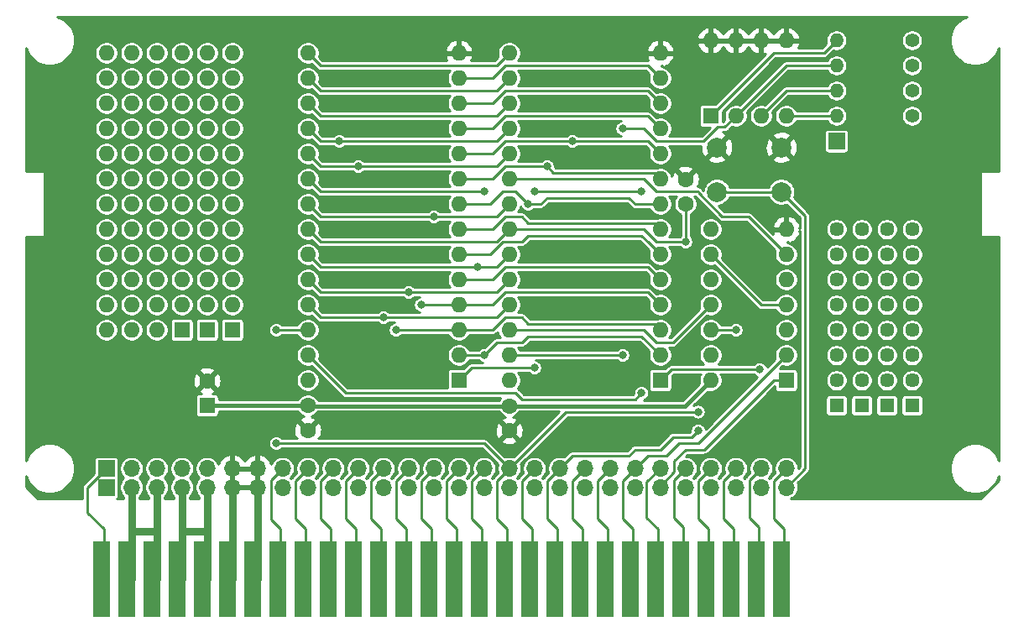
<source format=gtl>
G04 #@! TF.GenerationSoftware,KiCad,Pcbnew,(5.1.8)-1*
G04 #@! TF.CreationDate,2022-06-16T21:47:05+09:00*
G04 #@! TF.ProjectId,SORDM5C,534f5244-4d35-4432-9e6b-696361645f70,rev?*
G04 #@! TF.SameCoordinates,PX48ab840PY791ddc0*
G04 #@! TF.FileFunction,Copper,L1,Top*
G04 #@! TF.FilePolarity,Positive*
%FSLAX46Y46*%
G04 Gerber Fmt 4.6, Leading zero omitted, Abs format (unit mm)*
G04 Created by KiCad (PCBNEW (5.1.8)-1) date 2022-06-16 21:47:05*
%MOMM*%
%LPD*%
G01*
G04 APERTURE LIST*
G04 #@! TA.AperFunction,ComponentPad*
%ADD10C,2.000000*%
G04 #@! TD*
G04 #@! TA.AperFunction,ComponentPad*
%ADD11O,1.400000X1.400000*%
G04 #@! TD*
G04 #@! TA.AperFunction,ComponentPad*
%ADD12C,1.400000*%
G04 #@! TD*
G04 #@! TA.AperFunction,ComponentPad*
%ADD13C,1.600000*%
G04 #@! TD*
G04 #@! TA.AperFunction,ComponentPad*
%ADD14O,1.600000X1.600000*%
G04 #@! TD*
G04 #@! TA.AperFunction,ComponentPad*
%ADD15R,1.600000X1.600000*%
G04 #@! TD*
G04 #@! TA.AperFunction,ComponentPad*
%ADD16C,1.450000*%
G04 #@! TD*
G04 #@! TA.AperFunction,ComponentPad*
%ADD17R,1.450000X1.450000*%
G04 #@! TD*
G04 #@! TA.AperFunction,ComponentPad*
%ADD18R,1.700000X1.700000*%
G04 #@! TD*
G04 #@! TA.AperFunction,ComponentPad*
%ADD19O,1.700000X1.700000*%
G04 #@! TD*
G04 #@! TA.AperFunction,ConnectorPad*
%ADD20R,1.780000X7.620000*%
G04 #@! TD*
G04 #@! TA.AperFunction,ViaPad*
%ADD21C,0.800000*%
G04 #@! TD*
G04 #@! TA.AperFunction,Conductor*
%ADD22C,0.250000*%
G04 #@! TD*
G04 #@! TA.AperFunction,Conductor*
%ADD23C,0.800000*%
G04 #@! TD*
G04 #@! TA.AperFunction,Conductor*
%ADD24C,0.400000*%
G04 #@! TD*
G04 #@! TA.AperFunction,Conductor*
%ADD25C,0.254000*%
G04 #@! TD*
G04 #@! TA.AperFunction,Conductor*
%ADD26C,0.100000*%
G04 #@! TD*
G04 APERTURE END LIST*
D10*
X76985000Y36195000D03*
X76985000Y31695000D03*
X70485000Y36195000D03*
X70485000Y31695000D03*
D11*
X82550000Y39370000D03*
D12*
X90170000Y39370000D03*
D11*
X82550000Y41910000D03*
D12*
X90170000Y41910000D03*
D11*
X82550000Y44450000D03*
D12*
X90170000Y44450000D03*
D11*
X82550000Y46990000D03*
D12*
X90170000Y46990000D03*
D13*
X67310000Y32980000D03*
X67310000Y30480000D03*
D14*
X8890000Y17780000D03*
X16510000Y45720000D03*
X8890000Y20320000D03*
X16510000Y43180000D03*
X8890000Y22860000D03*
X16510000Y40640000D03*
X8890000Y25400000D03*
X16510000Y38100000D03*
X8890000Y27940000D03*
X16510000Y35560000D03*
X8890000Y30480000D03*
X16510000Y33020000D03*
X8890000Y33020000D03*
X16510000Y30480000D03*
X8890000Y35560000D03*
X16510000Y27940000D03*
X8890000Y38100000D03*
X16510000Y25400000D03*
X8890000Y40640000D03*
X16510000Y22860000D03*
X8890000Y43180000D03*
X16510000Y20320000D03*
X8890000Y45720000D03*
D15*
X16510000Y17780000D03*
X19050000Y17780000D03*
D14*
X11430000Y45720000D03*
X19050000Y20320000D03*
X11430000Y43180000D03*
X19050000Y22860000D03*
X11430000Y40640000D03*
X19050000Y25400000D03*
X11430000Y38100000D03*
X19050000Y27940000D03*
X11430000Y35560000D03*
X19050000Y30480000D03*
X11430000Y33020000D03*
X19050000Y33020000D03*
X11430000Y30480000D03*
X19050000Y35560000D03*
X11430000Y27940000D03*
X19050000Y38100000D03*
X11430000Y25400000D03*
X19050000Y40640000D03*
X11430000Y22860000D03*
X19050000Y43180000D03*
X11430000Y20320000D03*
X19050000Y45720000D03*
X11430000Y17780000D03*
X13970000Y17780000D03*
X21590000Y45720000D03*
X13970000Y20320000D03*
X21590000Y43180000D03*
X13970000Y22860000D03*
X21590000Y40640000D03*
X13970000Y25400000D03*
X21590000Y38100000D03*
X13970000Y27940000D03*
X21590000Y35560000D03*
X13970000Y30480000D03*
X21590000Y33020000D03*
X13970000Y33020000D03*
X21590000Y30480000D03*
X13970000Y35560000D03*
X21590000Y27940000D03*
X13970000Y38100000D03*
X21590000Y25400000D03*
X13970000Y40640000D03*
X21590000Y22860000D03*
X13970000Y43180000D03*
X21590000Y20320000D03*
X13970000Y45720000D03*
D15*
X21590000Y17780000D03*
D16*
X90170000Y27940000D03*
X90170000Y25400000D03*
X90170000Y22860000D03*
X90170000Y20320000D03*
X90170000Y17780000D03*
X90170000Y15240000D03*
X90170000Y12700000D03*
D17*
X90170000Y10160000D03*
X87630000Y10160000D03*
D16*
X87630000Y12700000D03*
X87630000Y15240000D03*
X87630000Y17780000D03*
X87630000Y20320000D03*
X87630000Y22860000D03*
X87630000Y25400000D03*
X87630000Y27940000D03*
D17*
X85090000Y10160000D03*
D16*
X85090000Y12700000D03*
X85090000Y15240000D03*
X85090000Y17780000D03*
X85090000Y20320000D03*
X85090000Y22860000D03*
X85090000Y25400000D03*
X85090000Y27940000D03*
X82550000Y27940000D03*
X82550000Y25400000D03*
X82550000Y22860000D03*
X82550000Y20320000D03*
X82550000Y17780000D03*
X82550000Y15240000D03*
X82550000Y12700000D03*
D17*
X82550000Y10160000D03*
D18*
X82550000Y36830000D03*
D19*
X77470000Y3810000D03*
X74930000Y3810000D03*
X72390000Y3810000D03*
X69850000Y3810000D03*
X67310000Y3810000D03*
X64770000Y3810000D03*
X62230000Y3810000D03*
X59690000Y3810000D03*
X57150000Y3810000D03*
X54610000Y3810000D03*
X52070000Y3810000D03*
X49530000Y3810000D03*
X46990000Y3810000D03*
X44450000Y3810000D03*
X41910000Y3810000D03*
X39370000Y3810000D03*
X36830000Y3810000D03*
X34290000Y3810000D03*
X31750000Y3810000D03*
X29210000Y3810000D03*
X26670000Y3810000D03*
X24130000Y3810000D03*
X21590000Y3810000D03*
X19050000Y3810000D03*
X16510000Y3810000D03*
X13970000Y3810000D03*
X11430000Y3810000D03*
D18*
X8890000Y3810000D03*
D19*
X77470000Y1905000D03*
X74930000Y1905000D03*
X72390000Y1905000D03*
X69850000Y1905000D03*
X67310000Y1905000D03*
X64770000Y1905000D03*
X62230000Y1905000D03*
X59690000Y1905000D03*
X57150000Y1905000D03*
X54610000Y1905000D03*
X52070000Y1905000D03*
X49530000Y1905000D03*
X46990000Y1905000D03*
X44450000Y1905000D03*
X41910000Y1905000D03*
X39370000Y1905000D03*
X36830000Y1905000D03*
X34290000Y1905000D03*
X31750000Y1905000D03*
X29210000Y1905000D03*
X26670000Y1905000D03*
X24130000Y1905000D03*
X21590000Y1905000D03*
X19050000Y1905000D03*
X16510000Y1905000D03*
X13970000Y1905000D03*
X11430000Y1905000D03*
D18*
X8890000Y1905000D03*
D14*
X69850000Y46990000D03*
X77470000Y39370000D03*
X72390000Y46990000D03*
X74930000Y39370000D03*
X74930000Y46990000D03*
X72390000Y39370000D03*
X77470000Y46990000D03*
D15*
X69850000Y39370000D03*
D14*
X69850000Y12700000D03*
X77470000Y27940000D03*
X69850000Y15240000D03*
X77470000Y25400000D03*
X69850000Y17780000D03*
X77470000Y22860000D03*
X69850000Y20320000D03*
X77470000Y20320000D03*
X69850000Y22860000D03*
X77470000Y17780000D03*
X69850000Y25400000D03*
X77470000Y15240000D03*
X69850000Y27940000D03*
D15*
X77470000Y12700000D03*
D14*
X29210000Y12700000D03*
X44450000Y45720000D03*
X29210000Y15240000D03*
X44450000Y43180000D03*
X29210000Y17780000D03*
X44450000Y40640000D03*
X29210000Y20320000D03*
X44450000Y38100000D03*
X29210000Y22860000D03*
X44450000Y35560000D03*
X29210000Y25400000D03*
X44450000Y33020000D03*
X29210000Y27940000D03*
X44450000Y30480000D03*
X29210000Y30480000D03*
X44450000Y27940000D03*
X29210000Y33020000D03*
X44450000Y25400000D03*
X29210000Y35560000D03*
X44450000Y22860000D03*
X29210000Y38100000D03*
X44450000Y20320000D03*
X29210000Y40640000D03*
X44450000Y17780000D03*
X29210000Y43180000D03*
X44450000Y15240000D03*
X29210000Y45720000D03*
D15*
X44450000Y12700000D03*
D14*
X49530000Y12700000D03*
X64770000Y45720000D03*
X49530000Y15240000D03*
X64770000Y43180000D03*
X49530000Y17780000D03*
X64770000Y40640000D03*
X49530000Y20320000D03*
X64770000Y38100000D03*
X49530000Y22860000D03*
X64770000Y35560000D03*
X49530000Y25400000D03*
X64770000Y33020000D03*
X49530000Y27940000D03*
X64770000Y30480000D03*
X49530000Y30480000D03*
X64770000Y27940000D03*
X49530000Y33020000D03*
X64770000Y25400000D03*
X49530000Y35560000D03*
X64770000Y22860000D03*
X49530000Y38100000D03*
X64770000Y20320000D03*
X49530000Y40640000D03*
X64770000Y17780000D03*
X49530000Y43180000D03*
X64770000Y15240000D03*
X49530000Y45720000D03*
D15*
X64770000Y12700000D03*
D20*
X8382000Y-7366000D03*
X10922000Y-7366000D03*
X13462000Y-7366000D03*
X16002000Y-7366000D03*
X18542000Y-7366000D03*
X21082000Y-7366000D03*
X23622000Y-7366000D03*
X26162000Y-7366000D03*
X28702000Y-7366000D03*
X31242000Y-7366000D03*
X33782000Y-7366000D03*
X36322000Y-7366000D03*
X38862000Y-7366000D03*
X41402000Y-7366000D03*
X43942000Y-7366000D03*
X46482000Y-7366000D03*
X49022000Y-7366000D03*
X51562000Y-7366000D03*
X54102000Y-7366000D03*
X56642000Y-7366000D03*
X59182000Y-7366000D03*
X61722000Y-7366000D03*
X64262000Y-7366000D03*
X66802000Y-7366000D03*
X69342000Y-7366000D03*
X71882000Y-7366000D03*
X74422000Y-7366000D03*
X76962000Y-7366000D03*
D13*
X49530000Y7620000D03*
X49530000Y10120000D03*
X29210000Y7660000D03*
X29210000Y10160000D03*
X19050000Y12660000D03*
D15*
X19050000Y10160000D03*
D21*
X58420000Y43180000D03*
X58420000Y40640000D03*
X58420000Y38100000D03*
X58420000Y25400000D03*
X58420000Y22860000D03*
X58420000Y20320000D03*
X58420000Y13335000D03*
X58420000Y35560000D03*
X32385000Y40640000D03*
X32385000Y43180000D03*
X38100000Y20320000D03*
X37465000Y22860000D03*
X37465000Y25400000D03*
X37465000Y27940000D03*
X37465000Y30480000D03*
X37465000Y33020000D03*
X37465000Y35560000D03*
X24130000Y16510000D03*
X46990000Y16510000D03*
X52070000Y25400000D03*
X52070000Y22860000D03*
X52070000Y20320000D03*
X44450000Y8890000D03*
X58420000Y8255000D03*
X58420000Y29845000D03*
X32385000Y36830000D03*
X34290000Y34290000D03*
X36830000Y19050000D03*
X39370000Y21590000D03*
X41910000Y29210000D03*
X46355000Y24130000D03*
X46990000Y15240000D03*
X26035000Y6350000D03*
X26035000Y17780000D03*
X68580000Y9525000D03*
X52069996Y13970000D03*
X68580000Y7620000D03*
X62865000Y11430000D03*
X38100000Y17780000D03*
X40640000Y20320000D03*
X51435000Y30479994D03*
X53340000Y34290000D03*
X55880000Y36830000D03*
X67310000Y26670000D03*
X72390000Y17780000D03*
X60960000Y15240000D03*
X60960000Y38100000D03*
X74785001Y13825001D03*
X46990000Y31750000D03*
X52070000Y31750000D03*
X62865000Y31750000D03*
D22*
X24130000Y16510000D02*
X46990000Y16510000D01*
X46990000Y16510000D02*
X46990000Y16510000D01*
X21590000Y-7366000D02*
X21336000Y-7620000D01*
D23*
X21590000Y1905000D02*
X21590000Y-7366000D01*
D22*
X24130000Y-7366000D02*
X23876000Y-7620000D01*
D23*
X24130000Y1905000D02*
X24130000Y-7366000D01*
D24*
X67270000Y10120000D02*
X69850000Y12700000D01*
X49530000Y10120000D02*
X67270000Y10120000D01*
D22*
X29250000Y10120000D02*
X29210000Y10160000D01*
D24*
X49530000Y10120000D02*
X29250000Y10120000D01*
D22*
X69850000Y25400000D02*
X74930000Y20320000D01*
X74930000Y20320000D02*
X77470000Y20320000D01*
D24*
X29210000Y10160000D02*
X19050000Y10160000D01*
D22*
X19050000Y-7366000D02*
X18796000Y-7620000D01*
X16510000Y-7366000D02*
X16256000Y-7620000D01*
D23*
X16510000Y1905000D02*
X16510000Y-7366000D01*
X16510000Y-2540000D02*
X19050000Y-2540000D01*
X19050000Y-2540000D02*
X19050000Y-7366000D01*
X19050000Y1905000D02*
X19050000Y-2540000D01*
D22*
X8890000Y3810000D02*
X8255000Y3810000D01*
X8636000Y-2286000D02*
X8636000Y-7620000D01*
X6985000Y-635000D02*
X8636000Y-2286000D01*
X6985000Y1905000D02*
X8890000Y3810000D01*
X6985000Y-635000D02*
X6985000Y1905000D01*
X13970000Y-7366000D02*
X13716000Y-7620000D01*
X11430000Y-7366000D02*
X11176000Y-7620000D01*
D23*
X11430000Y1905000D02*
X11430000Y-7366000D01*
X11430000Y-2540000D02*
X13970000Y-2540000D01*
X13970000Y-2540000D02*
X13970000Y-7366000D01*
X13970000Y1905000D02*
X13970000Y-2540000D01*
D22*
X25494999Y2634999D02*
X25494999Y-1364999D01*
X26670000Y3810000D02*
X25494999Y2634999D01*
X26416000Y-2286000D02*
X26416000Y-7620000D01*
X25494999Y-1364999D02*
X26416000Y-2286000D01*
X29210000Y43180000D02*
X30480000Y41910000D01*
X48260000Y41910000D02*
X49530000Y43180000D01*
X30480000Y41910000D02*
X48260000Y41910000D01*
X28956000Y-2286000D02*
X28956000Y-7620000D01*
X27940000Y-1270000D02*
X28956000Y-2286000D01*
X27940000Y2540000D02*
X27940000Y-1270000D01*
X29210000Y3810000D02*
X27940000Y2540000D01*
X29210000Y40640000D02*
X30480000Y39370000D01*
X48260000Y39370000D02*
X49530000Y40640000D01*
X30480000Y39370000D02*
X48260000Y39370000D01*
X31750000Y3810000D02*
X30480000Y2540000D01*
X30480000Y2540000D02*
X30480000Y-1270000D01*
X31496000Y-2286000D02*
X31496000Y-7620000D01*
X30480000Y-1270000D02*
X31496000Y-2286000D01*
X29210000Y38100000D02*
X30480000Y36830000D01*
X48260000Y36830000D02*
X49530000Y38100000D01*
X30480000Y36830000D02*
X48260000Y36830000D01*
X34290000Y3810000D02*
X33020000Y2540000D01*
X33020000Y2540000D02*
X33020000Y-1270000D01*
X34036000Y-2286000D02*
X34036000Y-7620000D01*
X33020000Y-1270000D02*
X34036000Y-2286000D01*
X29210000Y35560000D02*
X30480000Y34290000D01*
X48260000Y34290000D02*
X49530000Y35560000D01*
X30480000Y34290000D02*
X48260000Y34290000D01*
X36830000Y3810000D02*
X35560000Y2540000D01*
X35560000Y2540000D02*
X35560000Y-1270000D01*
X36576000Y-2286000D02*
X36576000Y-7620000D01*
X35560000Y-1270000D02*
X36576000Y-2286000D01*
X29210000Y20320000D02*
X30480000Y19050000D01*
X48260000Y19050000D02*
X49530000Y20320000D01*
X30480000Y19050000D02*
X48260000Y19050000D01*
X29210000Y22860000D02*
X30480000Y21590000D01*
X48260000Y21590000D02*
X49530000Y22860000D01*
X30480000Y21590000D02*
X48260000Y21590000D01*
X39370000Y3810000D02*
X38100000Y2540000D01*
X38100000Y2540000D02*
X38100000Y-1270000D01*
X38100000Y-1270000D02*
X39116000Y-2286000D01*
X39116000Y-2286000D02*
X39116000Y-7620000D01*
X41910000Y3810000D02*
X40640000Y2540000D01*
X40640000Y2540000D02*
X40640000Y-1270000D01*
X41656000Y-2286000D02*
X41656000Y-7620000D01*
X40640000Y-1270000D02*
X41656000Y-2286000D01*
X29210000Y30480000D02*
X30480000Y29210000D01*
X48260000Y29210000D02*
X49530000Y30480000D01*
X30480000Y29210000D02*
X48260000Y29210000D01*
X44450000Y3810000D02*
X43180000Y2540000D01*
X43180000Y2540000D02*
X43180000Y-1270000D01*
X44196000Y-2286000D02*
X44196000Y-7620000D01*
X43180000Y-1270000D02*
X44196000Y-2286000D01*
X29210000Y25400000D02*
X30480000Y24130000D01*
X48260000Y24130000D02*
X49530000Y25400000D01*
X30480000Y24130000D02*
X48260000Y24130000D01*
X46990000Y3810000D02*
X45720000Y2540000D01*
X45720000Y2540000D02*
X45720000Y-1270000D01*
X46736000Y-2286000D02*
X46736000Y-7620000D01*
X45720000Y-1270000D02*
X46736000Y-2286000D01*
X44450000Y15240000D02*
X46990000Y15240000D01*
X48260000Y16510000D02*
X46990000Y15240000D01*
X50800000Y16510000D02*
X48260000Y16510000D01*
X51435000Y17145000D02*
X50800000Y16510000D01*
X62865000Y17145000D02*
X51435000Y17145000D01*
X64770000Y15240000D02*
X62865000Y17145000D01*
X49530000Y3810000D02*
X48260000Y2540000D01*
X48260000Y2540000D02*
X48260000Y-1270000D01*
X49276000Y-2286000D02*
X49276000Y-7620000D01*
X48260000Y-1270000D02*
X49276000Y-2286000D01*
X49530000Y3810000D02*
X46990000Y6350000D01*
X55245000Y9525000D02*
X68580000Y9525000D01*
X49530000Y3810000D02*
X55245000Y9525000D01*
X26035000Y17780000D02*
X29210000Y17780000D01*
X26035000Y6350000D02*
X46990000Y6350000D01*
X52070000Y3810000D02*
X50800000Y2540000D01*
X50800000Y2540000D02*
X50800000Y-1270000D01*
X51816000Y-2286000D02*
X51816000Y-7620000D01*
X50800000Y-1270000D02*
X51816000Y-2286000D01*
X44450000Y12700000D02*
X45720000Y13970000D01*
X45720000Y13970000D02*
X52069996Y13970000D01*
X54610000Y3810000D02*
X53340000Y2540000D01*
X53340000Y2540000D02*
X53340000Y-1270000D01*
X54356000Y-2286000D02*
X54356000Y-7620000D01*
X53340000Y-1270000D02*
X54356000Y-2286000D01*
X55880000Y5080000D02*
X61595000Y5080000D01*
X54610000Y3810000D02*
X55880000Y5080000D01*
X67945000Y6985000D02*
X68580000Y7620000D01*
X62230000Y5715000D02*
X64770000Y5715000D01*
X61595000Y5080000D02*
X62230000Y5715000D01*
X64770000Y5715000D02*
X66040000Y6985000D01*
X66040000Y6985000D02*
X67945000Y6985000D01*
X57150000Y3810000D02*
X55880000Y2540000D01*
X55880000Y2540000D02*
X55880000Y-1270000D01*
X56896000Y-2286000D02*
X56896000Y-7620000D01*
X55880000Y-1270000D02*
X56896000Y-2286000D01*
X59690000Y3810000D02*
X58420000Y2540000D01*
X58420000Y2540000D02*
X58420000Y-1270000D01*
X59436000Y-2286000D02*
X59436000Y-7620000D01*
X58420000Y-1270000D02*
X59436000Y-2286000D01*
X62230000Y3810000D02*
X60960000Y2540000D01*
X60960000Y2540000D02*
X60960000Y-1270000D01*
X61976000Y-2286000D02*
X61976000Y-7620000D01*
X60960000Y-1270000D02*
X61976000Y-2286000D01*
X77470000Y15240000D02*
X68580000Y6350000D01*
X63079999Y4659999D02*
X62230000Y3810000D01*
X66675000Y6350000D02*
X65405000Y5080000D01*
X68580000Y6350000D02*
X66675000Y6350000D01*
X65405000Y5080000D02*
X63500000Y5080000D01*
X63500000Y5080000D02*
X63079999Y4659999D01*
X63405001Y2445001D02*
X64770000Y3810000D01*
X63405001Y-1175001D02*
X63405001Y2445001D01*
X64516000Y-2286000D02*
X63405001Y-1175001D01*
X64516000Y-7620000D02*
X64516000Y-2286000D01*
X66134999Y2634999D02*
X66134999Y-1175001D01*
X67310000Y3810000D02*
X66134999Y2634999D01*
X67056000Y-2096002D02*
X67056000Y-7620000D01*
X66134999Y-1175001D02*
X67056000Y-2096002D01*
X62865000Y11430000D02*
X62865000Y11430000D01*
X33020000Y11430000D02*
X29210000Y15240000D01*
X50165000Y11430000D02*
X33020000Y11430000D01*
X50800000Y10795000D02*
X50165000Y11430000D01*
X62230000Y10795000D02*
X50800000Y10795000D01*
X62865000Y11430000D02*
X62230000Y10795000D01*
X69850000Y3810000D02*
X68580000Y2540000D01*
X68580000Y2540000D02*
X68580000Y-1270000D01*
X69596000Y-2286000D02*
X69596000Y-7620000D01*
X68580000Y-1270000D02*
X69596000Y-2286000D01*
X72390000Y3810000D02*
X71120000Y2540000D01*
X71120000Y2540000D02*
X71120000Y-1270000D01*
X72136000Y-2286000D02*
X72136000Y-7620000D01*
X71120000Y-1270000D02*
X72136000Y-2286000D01*
X73754999Y2634999D02*
X73754999Y-1175001D01*
X74930000Y3810000D02*
X73754999Y2634999D01*
X74676000Y-2096002D02*
X74676000Y-7620000D01*
X73754999Y-1175001D02*
X74676000Y-2096002D01*
X77470000Y3810000D02*
X76200000Y2540000D01*
X76200000Y2540000D02*
X76200000Y-1270000D01*
X77216000Y-2286000D02*
X77216000Y-7620000D01*
X76200000Y-1270000D02*
X77216000Y-2286000D01*
X48260000Y44450000D02*
X49530000Y45720000D01*
X30480000Y44450000D02*
X48260000Y44450000D01*
X29210000Y45720000D02*
X30480000Y44450000D01*
X49134998Y44450000D02*
X47864998Y43180000D01*
X47864998Y43180000D02*
X44450000Y43180000D01*
X63500000Y44450000D02*
X49134998Y44450000D01*
X64770000Y43180000D02*
X63500000Y44450000D01*
X64770000Y40640000D02*
X63500000Y41910000D01*
X47864998Y40640000D02*
X44450000Y40640000D01*
X49134998Y41910000D02*
X47864998Y40640000D01*
X63500000Y41910000D02*
X49134998Y41910000D01*
X64770000Y38100000D02*
X63500000Y39370000D01*
X47864998Y38100000D02*
X44450000Y38100000D01*
X49134998Y39370000D02*
X47864998Y38100000D01*
X63500000Y39370000D02*
X49134998Y39370000D01*
X47864998Y17780000D02*
X44450000Y17780000D01*
X49134998Y19050000D02*
X47864998Y17780000D01*
X38100000Y17780000D02*
X44450000Y17780000D01*
X50800000Y19050000D02*
X51435000Y18415000D01*
X50800000Y19050000D02*
X49134998Y19050000D01*
X51435000Y18415000D02*
X64135000Y18415000D01*
X64770000Y17780000D02*
X64135000Y18415000D01*
X64770000Y20320000D02*
X63500000Y21590000D01*
X47864998Y20320000D02*
X44450000Y20320000D01*
X49134998Y21590000D02*
X47864998Y20320000D01*
X63500000Y21590000D02*
X49134998Y21590000D01*
X40640000Y20320000D02*
X44450000Y20320000D01*
X64770000Y22860000D02*
X63500000Y24130000D01*
X47864998Y22860000D02*
X44450000Y22860000D01*
X49134998Y24130000D02*
X47864998Y22860000D01*
X63500000Y24130000D02*
X49134998Y24130000D01*
X63500000Y26670000D02*
X64770000Y25400000D01*
X62865000Y27305000D02*
X63500000Y26670000D01*
X50800000Y26670000D02*
X51435000Y27305000D01*
X48896410Y26670000D02*
X50800000Y26670000D01*
X51435000Y27305000D02*
X62865000Y27305000D01*
X47626410Y25400000D02*
X48896410Y26670000D01*
X44450000Y25400000D02*
X47626410Y25400000D01*
X47864998Y27940000D02*
X44450000Y27940000D01*
X49134998Y29210000D02*
X47864998Y27940000D01*
X50800000Y29210000D02*
X51435000Y28575000D01*
X50800000Y29210000D02*
X49134998Y29210000D01*
X51435000Y28575000D02*
X64135000Y28575000D01*
X64770000Y27940000D02*
X64135000Y28575000D01*
X47625000Y30480000D02*
X44450000Y30480000D01*
X50165000Y31750000D02*
X48895000Y31750000D01*
X48895000Y31750000D02*
X47625000Y30480000D01*
X51435000Y30480000D02*
X50165000Y31750000D01*
X52705000Y30480000D02*
X53340000Y31115000D01*
X52705000Y30480000D02*
X51435000Y30480000D01*
X53340000Y31115000D02*
X61595000Y31115000D01*
X61595000Y31115000D02*
X62230000Y30480000D01*
X64770000Y30480000D02*
X62230000Y30480000D01*
X49134998Y34290000D02*
X47864998Y33020000D01*
X53975000Y33655000D02*
X53340000Y34290000D01*
X64135000Y33655000D02*
X53975000Y33655000D01*
X47864998Y33020000D02*
X44450000Y33020000D01*
X53340000Y34290000D02*
X49134998Y34290000D01*
X64770000Y33020000D02*
X64135000Y33655000D01*
X64770000Y35560000D02*
X63500000Y36830000D01*
X47864998Y35560000D02*
X44450000Y35560000D01*
X49134998Y36830000D02*
X47864998Y35560000D01*
X63500000Y36830000D02*
X49134998Y36830000D01*
X62230000Y1905000D02*
X62230000Y2070998D01*
X66134999Y3435997D02*
X64770000Y2070998D01*
X67310000Y5715000D02*
X66134999Y4539999D01*
X76200000Y12700000D02*
X69215000Y5715000D01*
X77470000Y12700000D02*
X76200000Y12700000D01*
X69215000Y5715000D02*
X67310000Y5715000D01*
X66134999Y4539999D02*
X66134999Y3435997D01*
X64770000Y2070998D02*
X64770000Y1905000D01*
X29210000Y27940000D02*
X30480000Y26670000D01*
X48260000Y26670000D02*
X49530000Y27940000D01*
X30480000Y26670000D02*
X48260000Y26670000D01*
X63104998Y27940000D02*
X64374998Y26670000D01*
X49530000Y27940000D02*
X63104998Y27940000D01*
X64374998Y26670000D02*
X67310000Y26670000D01*
X67310000Y26670000D02*
X67310000Y26670000D01*
X67310000Y26670000D02*
X67310000Y30480000D01*
X79375000Y3810000D02*
X77470000Y1905000D01*
X70485000Y31695000D02*
X76985000Y31695000D01*
X79375000Y29305000D02*
X79375000Y29210000D01*
X76985000Y31695000D02*
X79375000Y29305000D01*
X79375000Y29210000D02*
X79375000Y3810000D01*
X82550000Y46990000D02*
X81280000Y45720000D01*
X81280000Y45720000D02*
X76200000Y45720000D01*
X76200000Y45720000D02*
X69850000Y39370000D01*
X69850000Y17780000D02*
X72390000Y17780000D01*
X72390000Y17780000D02*
X72390000Y17780000D01*
X77470000Y44450000D02*
X72390000Y39370000D01*
X82550000Y44450000D02*
X77470000Y44450000D01*
X49530000Y15240000D02*
X60960000Y15240000D01*
X60960000Y15240000D02*
X60960000Y15240000D01*
X71264999Y38244999D02*
X72390000Y39370000D01*
X70573997Y38244999D02*
X71264999Y38244999D01*
X69158998Y36830000D02*
X70573997Y38244999D01*
X64374998Y36830000D02*
X69158998Y36830000D01*
X63104998Y38100000D02*
X64374998Y36830000D01*
X60960000Y38100000D02*
X63104998Y38100000D01*
X77470000Y41910000D02*
X74930000Y39370000D01*
X82550000Y41910000D02*
X77470000Y41910000D01*
X65895001Y13825001D02*
X74785001Y13825001D01*
X64770000Y12700000D02*
X65895001Y13825001D01*
X74785001Y13825001D02*
X74785001Y13825001D01*
X77470000Y39370000D02*
X82550000Y39370000D01*
X66040000Y16510000D02*
X69850000Y20320000D01*
X64374998Y16510000D02*
X66040000Y16510000D01*
X63104998Y17780000D02*
X64374998Y16510000D01*
X49530000Y17780000D02*
X63104998Y17780000D01*
X63104998Y33020000D02*
X64374998Y31750000D01*
X49530000Y33020000D02*
X63104998Y33020000D01*
X68580000Y31750000D02*
X68580000Y31638998D01*
X73660000Y29210000D02*
X77470000Y25400000D01*
X71008998Y29210000D02*
X73660000Y29210000D01*
X68580000Y31638998D02*
X71008998Y29210000D01*
X64374998Y31750000D02*
X68580000Y31750000D01*
X29210000Y33020000D02*
X30480000Y31750000D01*
X30480000Y31750000D02*
X46990000Y31750000D01*
X46990000Y31750000D02*
X46990000Y31750000D01*
X52070000Y31750000D02*
X62865000Y31750000D01*
X62865000Y31750000D02*
X62865000Y31750000D01*
D25*
X95321122Y49232943D02*
X94906582Y48955956D01*
X94554044Y48603418D01*
X94277057Y48188878D01*
X94086265Y47728265D01*
X93989000Y47239282D01*
X93989000Y46740718D01*
X94086265Y46251735D01*
X94277057Y45791122D01*
X94554044Y45376582D01*
X94906582Y45024044D01*
X95321122Y44747057D01*
X95781735Y44556265D01*
X96270718Y44459000D01*
X96769282Y44459000D01*
X97258265Y44556265D01*
X97718878Y44747057D01*
X98133418Y45024044D01*
X98485956Y45376582D01*
X98762943Y45791122D01*
X98933000Y46201676D01*
X98933000Y33782000D01*
X97155000Y33782000D01*
X97130224Y33779560D01*
X97106399Y33772333D01*
X97084443Y33760597D01*
X97065197Y33744803D01*
X97049403Y33725557D01*
X97037667Y33703601D01*
X97030440Y33679776D01*
X97028000Y33655000D01*
X97028000Y27305000D01*
X97030440Y27280224D01*
X97037667Y27256399D01*
X97049403Y27234443D01*
X97065197Y27215197D01*
X97084443Y27199403D01*
X97106399Y27187667D01*
X97130224Y27180440D01*
X97155000Y27178000D01*
X98933000Y27178000D01*
X98933000Y4598324D01*
X98762943Y5008878D01*
X98485956Y5423418D01*
X98133418Y5775956D01*
X97718878Y6052943D01*
X97258265Y6243735D01*
X96769282Y6341000D01*
X96270718Y6341000D01*
X95781735Y6243735D01*
X95321122Y6052943D01*
X94906582Y5775956D01*
X94554044Y5423418D01*
X94277057Y5008878D01*
X94086265Y4548265D01*
X93989000Y4059282D01*
X93989000Y3560718D01*
X94086265Y3071735D01*
X94277057Y2611122D01*
X94554044Y2196582D01*
X94906582Y1844044D01*
X95321122Y1567057D01*
X95781735Y1376265D01*
X96270718Y1279000D01*
X96769282Y1279000D01*
X97258265Y1376265D01*
X97718878Y1567057D01*
X98133418Y1844044D01*
X98485956Y2196582D01*
X98762943Y2611122D01*
X98933000Y3021676D01*
X98933000Y2592606D01*
X97102394Y762000D01*
X77927311Y762000D01*
X78053097Y814102D01*
X78254717Y948820D01*
X78426180Y1120283D01*
X78560898Y1321903D01*
X78653693Y1545931D01*
X78701000Y1783757D01*
X78701000Y2026243D01*
X78653693Y2264069D01*
X78621758Y2341167D01*
X79715222Y3434630D01*
X79734527Y3450473D01*
X79797759Y3527521D01*
X79844745Y3615425D01*
X79873678Y3710807D01*
X79881000Y3785146D01*
X79883448Y3810000D01*
X79881000Y3834854D01*
X79881000Y10885000D01*
X81442157Y10885000D01*
X81442157Y9435000D01*
X81449513Y9360311D01*
X81471299Y9288492D01*
X81506678Y9222304D01*
X81554289Y9164289D01*
X81612304Y9116678D01*
X81678492Y9081299D01*
X81750311Y9059513D01*
X81825000Y9052157D01*
X83275000Y9052157D01*
X83349689Y9059513D01*
X83421508Y9081299D01*
X83487696Y9116678D01*
X83545711Y9164289D01*
X83593322Y9222304D01*
X83628701Y9288492D01*
X83650487Y9360311D01*
X83657843Y9435000D01*
X83657843Y10885000D01*
X83982157Y10885000D01*
X83982157Y9435000D01*
X83989513Y9360311D01*
X84011299Y9288492D01*
X84046678Y9222304D01*
X84094289Y9164289D01*
X84152304Y9116678D01*
X84218492Y9081299D01*
X84290311Y9059513D01*
X84365000Y9052157D01*
X85815000Y9052157D01*
X85889689Y9059513D01*
X85961508Y9081299D01*
X86027696Y9116678D01*
X86085711Y9164289D01*
X86133322Y9222304D01*
X86168701Y9288492D01*
X86190487Y9360311D01*
X86197843Y9435000D01*
X86197843Y10885000D01*
X86522157Y10885000D01*
X86522157Y9435000D01*
X86529513Y9360311D01*
X86551299Y9288492D01*
X86586678Y9222304D01*
X86634289Y9164289D01*
X86692304Y9116678D01*
X86758492Y9081299D01*
X86830311Y9059513D01*
X86905000Y9052157D01*
X88355000Y9052157D01*
X88429689Y9059513D01*
X88501508Y9081299D01*
X88567696Y9116678D01*
X88625711Y9164289D01*
X88673322Y9222304D01*
X88708701Y9288492D01*
X88730487Y9360311D01*
X88737843Y9435000D01*
X88737843Y10885000D01*
X89062157Y10885000D01*
X89062157Y9435000D01*
X89069513Y9360311D01*
X89091299Y9288492D01*
X89126678Y9222304D01*
X89174289Y9164289D01*
X89232304Y9116678D01*
X89298492Y9081299D01*
X89370311Y9059513D01*
X89445000Y9052157D01*
X90895000Y9052157D01*
X90969689Y9059513D01*
X91041508Y9081299D01*
X91107696Y9116678D01*
X91165711Y9164289D01*
X91213322Y9222304D01*
X91248701Y9288492D01*
X91270487Y9360311D01*
X91277843Y9435000D01*
X91277843Y10885000D01*
X91270487Y10959689D01*
X91248701Y11031508D01*
X91213322Y11097696D01*
X91165711Y11155711D01*
X91107696Y11203322D01*
X91041508Y11238701D01*
X90969689Y11260487D01*
X90895000Y11267843D01*
X89445000Y11267843D01*
X89370311Y11260487D01*
X89298492Y11238701D01*
X89232304Y11203322D01*
X89174289Y11155711D01*
X89126678Y11097696D01*
X89091299Y11031508D01*
X89069513Y10959689D01*
X89062157Y10885000D01*
X88737843Y10885000D01*
X88730487Y10959689D01*
X88708701Y11031508D01*
X88673322Y11097696D01*
X88625711Y11155711D01*
X88567696Y11203322D01*
X88501508Y11238701D01*
X88429689Y11260487D01*
X88355000Y11267843D01*
X86905000Y11267843D01*
X86830311Y11260487D01*
X86758492Y11238701D01*
X86692304Y11203322D01*
X86634289Y11155711D01*
X86586678Y11097696D01*
X86551299Y11031508D01*
X86529513Y10959689D01*
X86522157Y10885000D01*
X86197843Y10885000D01*
X86190487Y10959689D01*
X86168701Y11031508D01*
X86133322Y11097696D01*
X86085711Y11155711D01*
X86027696Y11203322D01*
X85961508Y11238701D01*
X85889689Y11260487D01*
X85815000Y11267843D01*
X84365000Y11267843D01*
X84290311Y11260487D01*
X84218492Y11238701D01*
X84152304Y11203322D01*
X84094289Y11155711D01*
X84046678Y11097696D01*
X84011299Y11031508D01*
X83989513Y10959689D01*
X83982157Y10885000D01*
X83657843Y10885000D01*
X83650487Y10959689D01*
X83628701Y11031508D01*
X83593322Y11097696D01*
X83545711Y11155711D01*
X83487696Y11203322D01*
X83421508Y11238701D01*
X83349689Y11260487D01*
X83275000Y11267843D01*
X81825000Y11267843D01*
X81750311Y11260487D01*
X81678492Y11238701D01*
X81612304Y11203322D01*
X81554289Y11155711D01*
X81506678Y11097696D01*
X81471299Y11031508D01*
X81449513Y10959689D01*
X81442157Y10885000D01*
X79881000Y10885000D01*
X79881000Y12808931D01*
X81444000Y12808931D01*
X81444000Y12591069D01*
X81486503Y12377392D01*
X81569876Y12176113D01*
X81690914Y11994966D01*
X81844966Y11840914D01*
X82026113Y11719876D01*
X82227392Y11636503D01*
X82441069Y11594000D01*
X82658931Y11594000D01*
X82872608Y11636503D01*
X83073887Y11719876D01*
X83255034Y11840914D01*
X83409086Y11994966D01*
X83530124Y12176113D01*
X83613497Y12377392D01*
X83656000Y12591069D01*
X83656000Y12808931D01*
X83984000Y12808931D01*
X83984000Y12591069D01*
X84026503Y12377392D01*
X84109876Y12176113D01*
X84230914Y11994966D01*
X84384966Y11840914D01*
X84566113Y11719876D01*
X84767392Y11636503D01*
X84981069Y11594000D01*
X85198931Y11594000D01*
X85412608Y11636503D01*
X85613887Y11719876D01*
X85795034Y11840914D01*
X85949086Y11994966D01*
X86070124Y12176113D01*
X86153497Y12377392D01*
X86196000Y12591069D01*
X86196000Y12808931D01*
X86524000Y12808931D01*
X86524000Y12591069D01*
X86566503Y12377392D01*
X86649876Y12176113D01*
X86770914Y11994966D01*
X86924966Y11840914D01*
X87106113Y11719876D01*
X87307392Y11636503D01*
X87521069Y11594000D01*
X87738931Y11594000D01*
X87952608Y11636503D01*
X88153887Y11719876D01*
X88335034Y11840914D01*
X88489086Y11994966D01*
X88610124Y12176113D01*
X88693497Y12377392D01*
X88736000Y12591069D01*
X88736000Y12808931D01*
X89064000Y12808931D01*
X89064000Y12591069D01*
X89106503Y12377392D01*
X89189876Y12176113D01*
X89310914Y11994966D01*
X89464966Y11840914D01*
X89646113Y11719876D01*
X89847392Y11636503D01*
X90061069Y11594000D01*
X90278931Y11594000D01*
X90492608Y11636503D01*
X90693887Y11719876D01*
X90875034Y11840914D01*
X91029086Y11994966D01*
X91150124Y12176113D01*
X91233497Y12377392D01*
X91276000Y12591069D01*
X91276000Y12808931D01*
X91233497Y13022608D01*
X91150124Y13223887D01*
X91029086Y13405034D01*
X90875034Y13559086D01*
X90693887Y13680124D01*
X90492608Y13763497D01*
X90278931Y13806000D01*
X90061069Y13806000D01*
X89847392Y13763497D01*
X89646113Y13680124D01*
X89464966Y13559086D01*
X89310914Y13405034D01*
X89189876Y13223887D01*
X89106503Y13022608D01*
X89064000Y12808931D01*
X88736000Y12808931D01*
X88693497Y13022608D01*
X88610124Y13223887D01*
X88489086Y13405034D01*
X88335034Y13559086D01*
X88153887Y13680124D01*
X87952608Y13763497D01*
X87738931Y13806000D01*
X87521069Y13806000D01*
X87307392Y13763497D01*
X87106113Y13680124D01*
X86924966Y13559086D01*
X86770914Y13405034D01*
X86649876Y13223887D01*
X86566503Y13022608D01*
X86524000Y12808931D01*
X86196000Y12808931D01*
X86153497Y13022608D01*
X86070124Y13223887D01*
X85949086Y13405034D01*
X85795034Y13559086D01*
X85613887Y13680124D01*
X85412608Y13763497D01*
X85198931Y13806000D01*
X84981069Y13806000D01*
X84767392Y13763497D01*
X84566113Y13680124D01*
X84384966Y13559086D01*
X84230914Y13405034D01*
X84109876Y13223887D01*
X84026503Y13022608D01*
X83984000Y12808931D01*
X83656000Y12808931D01*
X83613497Y13022608D01*
X83530124Y13223887D01*
X83409086Y13405034D01*
X83255034Y13559086D01*
X83073887Y13680124D01*
X82872608Y13763497D01*
X82658931Y13806000D01*
X82441069Y13806000D01*
X82227392Y13763497D01*
X82026113Y13680124D01*
X81844966Y13559086D01*
X81690914Y13405034D01*
X81569876Y13223887D01*
X81486503Y13022608D01*
X81444000Y12808931D01*
X79881000Y12808931D01*
X79881000Y15348931D01*
X81444000Y15348931D01*
X81444000Y15131069D01*
X81486503Y14917392D01*
X81569876Y14716113D01*
X81690914Y14534966D01*
X81844966Y14380914D01*
X82026113Y14259876D01*
X82227392Y14176503D01*
X82441069Y14134000D01*
X82658931Y14134000D01*
X82872608Y14176503D01*
X83073887Y14259876D01*
X83255034Y14380914D01*
X83409086Y14534966D01*
X83530124Y14716113D01*
X83613497Y14917392D01*
X83656000Y15131069D01*
X83656000Y15348931D01*
X83984000Y15348931D01*
X83984000Y15131069D01*
X84026503Y14917392D01*
X84109876Y14716113D01*
X84230914Y14534966D01*
X84384966Y14380914D01*
X84566113Y14259876D01*
X84767392Y14176503D01*
X84981069Y14134000D01*
X85198931Y14134000D01*
X85412608Y14176503D01*
X85613887Y14259876D01*
X85795034Y14380914D01*
X85949086Y14534966D01*
X86070124Y14716113D01*
X86153497Y14917392D01*
X86196000Y15131069D01*
X86196000Y15348931D01*
X86524000Y15348931D01*
X86524000Y15131069D01*
X86566503Y14917392D01*
X86649876Y14716113D01*
X86770914Y14534966D01*
X86924966Y14380914D01*
X87106113Y14259876D01*
X87307392Y14176503D01*
X87521069Y14134000D01*
X87738931Y14134000D01*
X87952608Y14176503D01*
X88153887Y14259876D01*
X88335034Y14380914D01*
X88489086Y14534966D01*
X88610124Y14716113D01*
X88693497Y14917392D01*
X88736000Y15131069D01*
X88736000Y15348931D01*
X89064000Y15348931D01*
X89064000Y15131069D01*
X89106503Y14917392D01*
X89189876Y14716113D01*
X89310914Y14534966D01*
X89464966Y14380914D01*
X89646113Y14259876D01*
X89847392Y14176503D01*
X90061069Y14134000D01*
X90278931Y14134000D01*
X90492608Y14176503D01*
X90693887Y14259876D01*
X90875034Y14380914D01*
X91029086Y14534966D01*
X91150124Y14716113D01*
X91233497Y14917392D01*
X91276000Y15131069D01*
X91276000Y15348931D01*
X91233497Y15562608D01*
X91150124Y15763887D01*
X91029086Y15945034D01*
X90875034Y16099086D01*
X90693887Y16220124D01*
X90492608Y16303497D01*
X90278931Y16346000D01*
X90061069Y16346000D01*
X89847392Y16303497D01*
X89646113Y16220124D01*
X89464966Y16099086D01*
X89310914Y15945034D01*
X89189876Y15763887D01*
X89106503Y15562608D01*
X89064000Y15348931D01*
X88736000Y15348931D01*
X88693497Y15562608D01*
X88610124Y15763887D01*
X88489086Y15945034D01*
X88335034Y16099086D01*
X88153887Y16220124D01*
X87952608Y16303497D01*
X87738931Y16346000D01*
X87521069Y16346000D01*
X87307392Y16303497D01*
X87106113Y16220124D01*
X86924966Y16099086D01*
X86770914Y15945034D01*
X86649876Y15763887D01*
X86566503Y15562608D01*
X86524000Y15348931D01*
X86196000Y15348931D01*
X86153497Y15562608D01*
X86070124Y15763887D01*
X85949086Y15945034D01*
X85795034Y16099086D01*
X85613887Y16220124D01*
X85412608Y16303497D01*
X85198931Y16346000D01*
X84981069Y16346000D01*
X84767392Y16303497D01*
X84566113Y16220124D01*
X84384966Y16099086D01*
X84230914Y15945034D01*
X84109876Y15763887D01*
X84026503Y15562608D01*
X83984000Y15348931D01*
X83656000Y15348931D01*
X83613497Y15562608D01*
X83530124Y15763887D01*
X83409086Y15945034D01*
X83255034Y16099086D01*
X83073887Y16220124D01*
X82872608Y16303497D01*
X82658931Y16346000D01*
X82441069Y16346000D01*
X82227392Y16303497D01*
X82026113Y16220124D01*
X81844966Y16099086D01*
X81690914Y15945034D01*
X81569876Y15763887D01*
X81486503Y15562608D01*
X81444000Y15348931D01*
X79881000Y15348931D01*
X79881000Y17888931D01*
X81444000Y17888931D01*
X81444000Y17671069D01*
X81486503Y17457392D01*
X81569876Y17256113D01*
X81690914Y17074966D01*
X81844966Y16920914D01*
X82026113Y16799876D01*
X82227392Y16716503D01*
X82441069Y16674000D01*
X82658931Y16674000D01*
X82872608Y16716503D01*
X83073887Y16799876D01*
X83255034Y16920914D01*
X83409086Y17074966D01*
X83530124Y17256113D01*
X83613497Y17457392D01*
X83656000Y17671069D01*
X83656000Y17888931D01*
X83984000Y17888931D01*
X83984000Y17671069D01*
X84026503Y17457392D01*
X84109876Y17256113D01*
X84230914Y17074966D01*
X84384966Y16920914D01*
X84566113Y16799876D01*
X84767392Y16716503D01*
X84981069Y16674000D01*
X85198931Y16674000D01*
X85412608Y16716503D01*
X85613887Y16799876D01*
X85795034Y16920914D01*
X85949086Y17074966D01*
X86070124Y17256113D01*
X86153497Y17457392D01*
X86196000Y17671069D01*
X86196000Y17888931D01*
X86524000Y17888931D01*
X86524000Y17671069D01*
X86566503Y17457392D01*
X86649876Y17256113D01*
X86770914Y17074966D01*
X86924966Y16920914D01*
X87106113Y16799876D01*
X87307392Y16716503D01*
X87521069Y16674000D01*
X87738931Y16674000D01*
X87952608Y16716503D01*
X88153887Y16799876D01*
X88335034Y16920914D01*
X88489086Y17074966D01*
X88610124Y17256113D01*
X88693497Y17457392D01*
X88736000Y17671069D01*
X88736000Y17888931D01*
X89064000Y17888931D01*
X89064000Y17671069D01*
X89106503Y17457392D01*
X89189876Y17256113D01*
X89310914Y17074966D01*
X89464966Y16920914D01*
X89646113Y16799876D01*
X89847392Y16716503D01*
X90061069Y16674000D01*
X90278931Y16674000D01*
X90492608Y16716503D01*
X90693887Y16799876D01*
X90875034Y16920914D01*
X91029086Y17074966D01*
X91150124Y17256113D01*
X91233497Y17457392D01*
X91276000Y17671069D01*
X91276000Y17888931D01*
X91233497Y18102608D01*
X91150124Y18303887D01*
X91029086Y18485034D01*
X90875034Y18639086D01*
X90693887Y18760124D01*
X90492608Y18843497D01*
X90278931Y18886000D01*
X90061069Y18886000D01*
X89847392Y18843497D01*
X89646113Y18760124D01*
X89464966Y18639086D01*
X89310914Y18485034D01*
X89189876Y18303887D01*
X89106503Y18102608D01*
X89064000Y17888931D01*
X88736000Y17888931D01*
X88693497Y18102608D01*
X88610124Y18303887D01*
X88489086Y18485034D01*
X88335034Y18639086D01*
X88153887Y18760124D01*
X87952608Y18843497D01*
X87738931Y18886000D01*
X87521069Y18886000D01*
X87307392Y18843497D01*
X87106113Y18760124D01*
X86924966Y18639086D01*
X86770914Y18485034D01*
X86649876Y18303887D01*
X86566503Y18102608D01*
X86524000Y17888931D01*
X86196000Y17888931D01*
X86153497Y18102608D01*
X86070124Y18303887D01*
X85949086Y18485034D01*
X85795034Y18639086D01*
X85613887Y18760124D01*
X85412608Y18843497D01*
X85198931Y18886000D01*
X84981069Y18886000D01*
X84767392Y18843497D01*
X84566113Y18760124D01*
X84384966Y18639086D01*
X84230914Y18485034D01*
X84109876Y18303887D01*
X84026503Y18102608D01*
X83984000Y17888931D01*
X83656000Y17888931D01*
X83613497Y18102608D01*
X83530124Y18303887D01*
X83409086Y18485034D01*
X83255034Y18639086D01*
X83073887Y18760124D01*
X82872608Y18843497D01*
X82658931Y18886000D01*
X82441069Y18886000D01*
X82227392Y18843497D01*
X82026113Y18760124D01*
X81844966Y18639086D01*
X81690914Y18485034D01*
X81569876Y18303887D01*
X81486503Y18102608D01*
X81444000Y17888931D01*
X79881000Y17888931D01*
X79881000Y20428931D01*
X81444000Y20428931D01*
X81444000Y20211069D01*
X81486503Y19997392D01*
X81569876Y19796113D01*
X81690914Y19614966D01*
X81844966Y19460914D01*
X82026113Y19339876D01*
X82227392Y19256503D01*
X82441069Y19214000D01*
X82658931Y19214000D01*
X82872608Y19256503D01*
X83073887Y19339876D01*
X83255034Y19460914D01*
X83409086Y19614966D01*
X83530124Y19796113D01*
X83613497Y19997392D01*
X83656000Y20211069D01*
X83656000Y20428931D01*
X83984000Y20428931D01*
X83984000Y20211069D01*
X84026503Y19997392D01*
X84109876Y19796113D01*
X84230914Y19614966D01*
X84384966Y19460914D01*
X84566113Y19339876D01*
X84767392Y19256503D01*
X84981069Y19214000D01*
X85198931Y19214000D01*
X85412608Y19256503D01*
X85613887Y19339876D01*
X85795034Y19460914D01*
X85949086Y19614966D01*
X86070124Y19796113D01*
X86153497Y19997392D01*
X86196000Y20211069D01*
X86196000Y20428931D01*
X86524000Y20428931D01*
X86524000Y20211069D01*
X86566503Y19997392D01*
X86649876Y19796113D01*
X86770914Y19614966D01*
X86924966Y19460914D01*
X87106113Y19339876D01*
X87307392Y19256503D01*
X87521069Y19214000D01*
X87738931Y19214000D01*
X87952608Y19256503D01*
X88153887Y19339876D01*
X88335034Y19460914D01*
X88489086Y19614966D01*
X88610124Y19796113D01*
X88693497Y19997392D01*
X88736000Y20211069D01*
X88736000Y20428931D01*
X89064000Y20428931D01*
X89064000Y20211069D01*
X89106503Y19997392D01*
X89189876Y19796113D01*
X89310914Y19614966D01*
X89464966Y19460914D01*
X89646113Y19339876D01*
X89847392Y19256503D01*
X90061069Y19214000D01*
X90278931Y19214000D01*
X90492608Y19256503D01*
X90693887Y19339876D01*
X90875034Y19460914D01*
X91029086Y19614966D01*
X91150124Y19796113D01*
X91233497Y19997392D01*
X91276000Y20211069D01*
X91276000Y20428931D01*
X91233497Y20642608D01*
X91150124Y20843887D01*
X91029086Y21025034D01*
X90875034Y21179086D01*
X90693887Y21300124D01*
X90492608Y21383497D01*
X90278931Y21426000D01*
X90061069Y21426000D01*
X89847392Y21383497D01*
X89646113Y21300124D01*
X89464966Y21179086D01*
X89310914Y21025034D01*
X89189876Y20843887D01*
X89106503Y20642608D01*
X89064000Y20428931D01*
X88736000Y20428931D01*
X88693497Y20642608D01*
X88610124Y20843887D01*
X88489086Y21025034D01*
X88335034Y21179086D01*
X88153887Y21300124D01*
X87952608Y21383497D01*
X87738931Y21426000D01*
X87521069Y21426000D01*
X87307392Y21383497D01*
X87106113Y21300124D01*
X86924966Y21179086D01*
X86770914Y21025034D01*
X86649876Y20843887D01*
X86566503Y20642608D01*
X86524000Y20428931D01*
X86196000Y20428931D01*
X86153497Y20642608D01*
X86070124Y20843887D01*
X85949086Y21025034D01*
X85795034Y21179086D01*
X85613887Y21300124D01*
X85412608Y21383497D01*
X85198931Y21426000D01*
X84981069Y21426000D01*
X84767392Y21383497D01*
X84566113Y21300124D01*
X84384966Y21179086D01*
X84230914Y21025034D01*
X84109876Y20843887D01*
X84026503Y20642608D01*
X83984000Y20428931D01*
X83656000Y20428931D01*
X83613497Y20642608D01*
X83530124Y20843887D01*
X83409086Y21025034D01*
X83255034Y21179086D01*
X83073887Y21300124D01*
X82872608Y21383497D01*
X82658931Y21426000D01*
X82441069Y21426000D01*
X82227392Y21383497D01*
X82026113Y21300124D01*
X81844966Y21179086D01*
X81690914Y21025034D01*
X81569876Y20843887D01*
X81486503Y20642608D01*
X81444000Y20428931D01*
X79881000Y20428931D01*
X79881000Y22968931D01*
X81444000Y22968931D01*
X81444000Y22751069D01*
X81486503Y22537392D01*
X81569876Y22336113D01*
X81690914Y22154966D01*
X81844966Y22000914D01*
X82026113Y21879876D01*
X82227392Y21796503D01*
X82441069Y21754000D01*
X82658931Y21754000D01*
X82872608Y21796503D01*
X83073887Y21879876D01*
X83255034Y22000914D01*
X83409086Y22154966D01*
X83530124Y22336113D01*
X83613497Y22537392D01*
X83656000Y22751069D01*
X83656000Y22968931D01*
X83984000Y22968931D01*
X83984000Y22751069D01*
X84026503Y22537392D01*
X84109876Y22336113D01*
X84230914Y22154966D01*
X84384966Y22000914D01*
X84566113Y21879876D01*
X84767392Y21796503D01*
X84981069Y21754000D01*
X85198931Y21754000D01*
X85412608Y21796503D01*
X85613887Y21879876D01*
X85795034Y22000914D01*
X85949086Y22154966D01*
X86070124Y22336113D01*
X86153497Y22537392D01*
X86196000Y22751069D01*
X86196000Y22968931D01*
X86524000Y22968931D01*
X86524000Y22751069D01*
X86566503Y22537392D01*
X86649876Y22336113D01*
X86770914Y22154966D01*
X86924966Y22000914D01*
X87106113Y21879876D01*
X87307392Y21796503D01*
X87521069Y21754000D01*
X87738931Y21754000D01*
X87952608Y21796503D01*
X88153887Y21879876D01*
X88335034Y22000914D01*
X88489086Y22154966D01*
X88610124Y22336113D01*
X88693497Y22537392D01*
X88736000Y22751069D01*
X88736000Y22968931D01*
X89064000Y22968931D01*
X89064000Y22751069D01*
X89106503Y22537392D01*
X89189876Y22336113D01*
X89310914Y22154966D01*
X89464966Y22000914D01*
X89646113Y21879876D01*
X89847392Y21796503D01*
X90061069Y21754000D01*
X90278931Y21754000D01*
X90492608Y21796503D01*
X90693887Y21879876D01*
X90875034Y22000914D01*
X91029086Y22154966D01*
X91150124Y22336113D01*
X91233497Y22537392D01*
X91276000Y22751069D01*
X91276000Y22968931D01*
X91233497Y23182608D01*
X91150124Y23383887D01*
X91029086Y23565034D01*
X90875034Y23719086D01*
X90693887Y23840124D01*
X90492608Y23923497D01*
X90278931Y23966000D01*
X90061069Y23966000D01*
X89847392Y23923497D01*
X89646113Y23840124D01*
X89464966Y23719086D01*
X89310914Y23565034D01*
X89189876Y23383887D01*
X89106503Y23182608D01*
X89064000Y22968931D01*
X88736000Y22968931D01*
X88693497Y23182608D01*
X88610124Y23383887D01*
X88489086Y23565034D01*
X88335034Y23719086D01*
X88153887Y23840124D01*
X87952608Y23923497D01*
X87738931Y23966000D01*
X87521069Y23966000D01*
X87307392Y23923497D01*
X87106113Y23840124D01*
X86924966Y23719086D01*
X86770914Y23565034D01*
X86649876Y23383887D01*
X86566503Y23182608D01*
X86524000Y22968931D01*
X86196000Y22968931D01*
X86153497Y23182608D01*
X86070124Y23383887D01*
X85949086Y23565034D01*
X85795034Y23719086D01*
X85613887Y23840124D01*
X85412608Y23923497D01*
X85198931Y23966000D01*
X84981069Y23966000D01*
X84767392Y23923497D01*
X84566113Y23840124D01*
X84384966Y23719086D01*
X84230914Y23565034D01*
X84109876Y23383887D01*
X84026503Y23182608D01*
X83984000Y22968931D01*
X83656000Y22968931D01*
X83613497Y23182608D01*
X83530124Y23383887D01*
X83409086Y23565034D01*
X83255034Y23719086D01*
X83073887Y23840124D01*
X82872608Y23923497D01*
X82658931Y23966000D01*
X82441069Y23966000D01*
X82227392Y23923497D01*
X82026113Y23840124D01*
X81844966Y23719086D01*
X81690914Y23565034D01*
X81569876Y23383887D01*
X81486503Y23182608D01*
X81444000Y22968931D01*
X79881000Y22968931D01*
X79881000Y25508931D01*
X81444000Y25508931D01*
X81444000Y25291069D01*
X81486503Y25077392D01*
X81569876Y24876113D01*
X81690914Y24694966D01*
X81844966Y24540914D01*
X82026113Y24419876D01*
X82227392Y24336503D01*
X82441069Y24294000D01*
X82658931Y24294000D01*
X82872608Y24336503D01*
X83073887Y24419876D01*
X83255034Y24540914D01*
X83409086Y24694966D01*
X83530124Y24876113D01*
X83613497Y25077392D01*
X83656000Y25291069D01*
X83656000Y25508931D01*
X83984000Y25508931D01*
X83984000Y25291069D01*
X84026503Y25077392D01*
X84109876Y24876113D01*
X84230914Y24694966D01*
X84384966Y24540914D01*
X84566113Y24419876D01*
X84767392Y24336503D01*
X84981069Y24294000D01*
X85198931Y24294000D01*
X85412608Y24336503D01*
X85613887Y24419876D01*
X85795034Y24540914D01*
X85949086Y24694966D01*
X86070124Y24876113D01*
X86153497Y25077392D01*
X86196000Y25291069D01*
X86196000Y25508931D01*
X86524000Y25508931D01*
X86524000Y25291069D01*
X86566503Y25077392D01*
X86649876Y24876113D01*
X86770914Y24694966D01*
X86924966Y24540914D01*
X87106113Y24419876D01*
X87307392Y24336503D01*
X87521069Y24294000D01*
X87738931Y24294000D01*
X87952608Y24336503D01*
X88153887Y24419876D01*
X88335034Y24540914D01*
X88489086Y24694966D01*
X88610124Y24876113D01*
X88693497Y25077392D01*
X88736000Y25291069D01*
X88736000Y25508931D01*
X89064000Y25508931D01*
X89064000Y25291069D01*
X89106503Y25077392D01*
X89189876Y24876113D01*
X89310914Y24694966D01*
X89464966Y24540914D01*
X89646113Y24419876D01*
X89847392Y24336503D01*
X90061069Y24294000D01*
X90278931Y24294000D01*
X90492608Y24336503D01*
X90693887Y24419876D01*
X90875034Y24540914D01*
X91029086Y24694966D01*
X91150124Y24876113D01*
X91233497Y25077392D01*
X91276000Y25291069D01*
X91276000Y25508931D01*
X91233497Y25722608D01*
X91150124Y25923887D01*
X91029086Y26105034D01*
X90875034Y26259086D01*
X90693887Y26380124D01*
X90492608Y26463497D01*
X90278931Y26506000D01*
X90061069Y26506000D01*
X89847392Y26463497D01*
X89646113Y26380124D01*
X89464966Y26259086D01*
X89310914Y26105034D01*
X89189876Y25923887D01*
X89106503Y25722608D01*
X89064000Y25508931D01*
X88736000Y25508931D01*
X88693497Y25722608D01*
X88610124Y25923887D01*
X88489086Y26105034D01*
X88335034Y26259086D01*
X88153887Y26380124D01*
X87952608Y26463497D01*
X87738931Y26506000D01*
X87521069Y26506000D01*
X87307392Y26463497D01*
X87106113Y26380124D01*
X86924966Y26259086D01*
X86770914Y26105034D01*
X86649876Y25923887D01*
X86566503Y25722608D01*
X86524000Y25508931D01*
X86196000Y25508931D01*
X86153497Y25722608D01*
X86070124Y25923887D01*
X85949086Y26105034D01*
X85795034Y26259086D01*
X85613887Y26380124D01*
X85412608Y26463497D01*
X85198931Y26506000D01*
X84981069Y26506000D01*
X84767392Y26463497D01*
X84566113Y26380124D01*
X84384966Y26259086D01*
X84230914Y26105034D01*
X84109876Y25923887D01*
X84026503Y25722608D01*
X83984000Y25508931D01*
X83656000Y25508931D01*
X83613497Y25722608D01*
X83530124Y25923887D01*
X83409086Y26105034D01*
X83255034Y26259086D01*
X83073887Y26380124D01*
X82872608Y26463497D01*
X82658931Y26506000D01*
X82441069Y26506000D01*
X82227392Y26463497D01*
X82026113Y26380124D01*
X81844966Y26259086D01*
X81690914Y26105034D01*
X81569876Y25923887D01*
X81486503Y25722608D01*
X81444000Y25508931D01*
X79881000Y25508931D01*
X79881000Y28048931D01*
X81444000Y28048931D01*
X81444000Y27831069D01*
X81486503Y27617392D01*
X81569876Y27416113D01*
X81690914Y27234966D01*
X81844966Y27080914D01*
X82026113Y26959876D01*
X82227392Y26876503D01*
X82441069Y26834000D01*
X82658931Y26834000D01*
X82872608Y26876503D01*
X83073887Y26959876D01*
X83255034Y27080914D01*
X83409086Y27234966D01*
X83530124Y27416113D01*
X83613497Y27617392D01*
X83656000Y27831069D01*
X83656000Y28048931D01*
X83984000Y28048931D01*
X83984000Y27831069D01*
X84026503Y27617392D01*
X84109876Y27416113D01*
X84230914Y27234966D01*
X84384966Y27080914D01*
X84566113Y26959876D01*
X84767392Y26876503D01*
X84981069Y26834000D01*
X85198931Y26834000D01*
X85412608Y26876503D01*
X85613887Y26959876D01*
X85795034Y27080914D01*
X85949086Y27234966D01*
X86070124Y27416113D01*
X86153497Y27617392D01*
X86196000Y27831069D01*
X86196000Y28048931D01*
X86524000Y28048931D01*
X86524000Y27831069D01*
X86566503Y27617392D01*
X86649876Y27416113D01*
X86770914Y27234966D01*
X86924966Y27080914D01*
X87106113Y26959876D01*
X87307392Y26876503D01*
X87521069Y26834000D01*
X87738931Y26834000D01*
X87952608Y26876503D01*
X88153887Y26959876D01*
X88335034Y27080914D01*
X88489086Y27234966D01*
X88610124Y27416113D01*
X88693497Y27617392D01*
X88736000Y27831069D01*
X88736000Y28048931D01*
X89064000Y28048931D01*
X89064000Y27831069D01*
X89106503Y27617392D01*
X89189876Y27416113D01*
X89310914Y27234966D01*
X89464966Y27080914D01*
X89646113Y26959876D01*
X89847392Y26876503D01*
X90061069Y26834000D01*
X90278931Y26834000D01*
X90492608Y26876503D01*
X90693887Y26959876D01*
X90875034Y27080914D01*
X91029086Y27234966D01*
X91150124Y27416113D01*
X91233497Y27617392D01*
X91276000Y27831069D01*
X91276000Y28048931D01*
X91233497Y28262608D01*
X91150124Y28463887D01*
X91029086Y28645034D01*
X90875034Y28799086D01*
X90693887Y28920124D01*
X90492608Y29003497D01*
X90278931Y29046000D01*
X90061069Y29046000D01*
X89847392Y29003497D01*
X89646113Y28920124D01*
X89464966Y28799086D01*
X89310914Y28645034D01*
X89189876Y28463887D01*
X89106503Y28262608D01*
X89064000Y28048931D01*
X88736000Y28048931D01*
X88693497Y28262608D01*
X88610124Y28463887D01*
X88489086Y28645034D01*
X88335034Y28799086D01*
X88153887Y28920124D01*
X87952608Y29003497D01*
X87738931Y29046000D01*
X87521069Y29046000D01*
X87307392Y29003497D01*
X87106113Y28920124D01*
X86924966Y28799086D01*
X86770914Y28645034D01*
X86649876Y28463887D01*
X86566503Y28262608D01*
X86524000Y28048931D01*
X86196000Y28048931D01*
X86153497Y28262608D01*
X86070124Y28463887D01*
X85949086Y28645034D01*
X85795034Y28799086D01*
X85613887Y28920124D01*
X85412608Y29003497D01*
X85198931Y29046000D01*
X84981069Y29046000D01*
X84767392Y29003497D01*
X84566113Y28920124D01*
X84384966Y28799086D01*
X84230914Y28645034D01*
X84109876Y28463887D01*
X84026503Y28262608D01*
X83984000Y28048931D01*
X83656000Y28048931D01*
X83613497Y28262608D01*
X83530124Y28463887D01*
X83409086Y28645034D01*
X83255034Y28799086D01*
X83073887Y28920124D01*
X82872608Y29003497D01*
X82658931Y29046000D01*
X82441069Y29046000D01*
X82227392Y29003497D01*
X82026113Y28920124D01*
X81844966Y28799086D01*
X81690914Y28645034D01*
X81569876Y28463887D01*
X81486503Y28262608D01*
X81444000Y28048931D01*
X79881000Y28048931D01*
X79881000Y29280155D01*
X79883447Y29305001D01*
X79881000Y29329847D01*
X79881000Y29329854D01*
X79873678Y29404193D01*
X79873563Y29404574D01*
X79863481Y29437809D01*
X79844745Y29499575D01*
X79797759Y29587479D01*
X79734527Y29664527D01*
X79715220Y29680372D01*
X78251563Y31144028D01*
X78312929Y31292177D01*
X78366000Y31558983D01*
X78366000Y31831017D01*
X78312929Y32097823D01*
X78208826Y32349149D01*
X78057693Y32575336D01*
X77865336Y32767693D01*
X77639149Y32918826D01*
X77387823Y33022929D01*
X77121017Y33076000D01*
X76848983Y33076000D01*
X76582177Y33022929D01*
X76330851Y32918826D01*
X76104664Y32767693D01*
X75912307Y32575336D01*
X75761174Y32349149D01*
X75699808Y32201000D01*
X71770192Y32201000D01*
X71708826Y32349149D01*
X71557693Y32575336D01*
X71365336Y32767693D01*
X71139149Y32918826D01*
X70887823Y33022929D01*
X70621017Y33076000D01*
X70348983Y33076000D01*
X70082177Y33022929D01*
X69830851Y32918826D01*
X69604664Y32767693D01*
X69412307Y32575336D01*
X69261174Y32349149D01*
X69157071Y32097823D01*
X69104000Y31831017D01*
X69104000Y31830589D01*
X69075753Y31858836D01*
X69049745Y31944575D01*
X69002759Y32032479D01*
X68939527Y32109527D01*
X68862479Y32172759D01*
X68774575Y32219745D01*
X68679193Y32248678D01*
X68604854Y32256000D01*
X68580000Y32258448D01*
X68555146Y32256000D01*
X68554958Y32256000D01*
X68667571Y32493996D01*
X68736300Y32768184D01*
X68750217Y33050512D01*
X68708787Y33330130D01*
X68613603Y33596292D01*
X68546671Y33721514D01*
X68302702Y33793097D01*
X67489605Y32980000D01*
X67503748Y32965857D01*
X67324143Y32786252D01*
X67310000Y32800395D01*
X67295858Y32786252D01*
X67116253Y32965857D01*
X67130395Y32980000D01*
X66317298Y33793097D01*
X66073329Y33721514D01*
X65952429Y33466004D01*
X65915068Y33316956D01*
X65905614Y33364485D01*
X65816588Y33579413D01*
X65687342Y33772843D01*
X65522843Y33937342D01*
X65469924Y33972702D01*
X66496903Y33972702D01*
X67310000Y33159605D01*
X68123097Y33972702D01*
X68051514Y34216671D01*
X67796004Y34337571D01*
X67521816Y34406300D01*
X67239488Y34420217D01*
X66959870Y34378787D01*
X66693708Y34283603D01*
X66568486Y34216671D01*
X66496903Y33972702D01*
X65469924Y33972702D01*
X65329413Y34066588D01*
X65114485Y34155614D01*
X64886318Y34201000D01*
X64653682Y34201000D01*
X64425515Y34155614D01*
X64338925Y34119747D01*
X64329575Y34124745D01*
X64234193Y34153678D01*
X64159854Y34161000D01*
X64159846Y34161000D01*
X64135000Y34163447D01*
X64110154Y34161000D01*
X54184592Y34161000D01*
X54121000Y34224592D01*
X54121000Y34366922D01*
X54090987Y34517809D01*
X54032113Y34659942D01*
X53946642Y34787859D01*
X53837859Y34896642D01*
X53709942Y34982113D01*
X53567809Y35040987D01*
X53416922Y35071000D01*
X53263078Y35071000D01*
X53112191Y35040987D01*
X52970058Y34982113D01*
X52842141Y34896642D01*
X52741499Y34796000D01*
X50436185Y34796000D01*
X50447342Y34807157D01*
X50576588Y35000587D01*
X50665614Y35215515D01*
X50711000Y35443682D01*
X50711000Y35676318D01*
X50665614Y35904485D01*
X50576588Y36119413D01*
X50447342Y36312843D01*
X50436185Y36324000D01*
X55281499Y36324000D01*
X55382141Y36223358D01*
X55510058Y36137887D01*
X55652191Y36079013D01*
X55803078Y36049000D01*
X55956922Y36049000D01*
X56107809Y36079013D01*
X56249942Y36137887D01*
X56377859Y36223358D01*
X56478501Y36324000D01*
X63290409Y36324000D01*
X63656510Y35957898D01*
X63634386Y35904485D01*
X63589000Y35676318D01*
X63589000Y35443682D01*
X63634386Y35215515D01*
X63723412Y35000587D01*
X63852658Y34807157D01*
X64017157Y34642658D01*
X64210587Y34513412D01*
X64425515Y34424386D01*
X64653682Y34379000D01*
X64886318Y34379000D01*
X65114485Y34424386D01*
X65329413Y34513412D01*
X65522843Y34642658D01*
X65687342Y34807157D01*
X65816588Y35000587D01*
X65841026Y35059587D01*
X69529192Y35059587D01*
X69624956Y34795186D01*
X69914571Y34654296D01*
X70226108Y34572616D01*
X70547595Y34553282D01*
X70866675Y34597039D01*
X71171088Y34702205D01*
X71345044Y34795186D01*
X71440808Y35059587D01*
X76029192Y35059587D01*
X76124956Y34795186D01*
X76414571Y34654296D01*
X76726108Y34572616D01*
X77047595Y34553282D01*
X77366675Y34597039D01*
X77671088Y34702205D01*
X77845044Y34795186D01*
X77940808Y35059587D01*
X76985000Y36015395D01*
X76029192Y35059587D01*
X71440808Y35059587D01*
X70485000Y36015395D01*
X69529192Y35059587D01*
X65841026Y35059587D01*
X65905614Y35215515D01*
X65951000Y35443682D01*
X65951000Y35676318D01*
X65905614Y35904485D01*
X65816588Y36119413D01*
X65687342Y36312843D01*
X65676185Y36324000D01*
X68854804Y36324000D01*
X68843282Y36132405D01*
X68887039Y35813325D01*
X68992205Y35508912D01*
X69085186Y35334956D01*
X69349587Y35239192D01*
X70305395Y36195000D01*
X70664605Y36195000D01*
X71620413Y35239192D01*
X71884814Y35334956D01*
X72025704Y35624571D01*
X72107384Y35936108D01*
X72119189Y36132405D01*
X75343282Y36132405D01*
X75387039Y35813325D01*
X75492205Y35508912D01*
X75585186Y35334956D01*
X75849587Y35239192D01*
X76805395Y36195000D01*
X77164605Y36195000D01*
X78120413Y35239192D01*
X78384814Y35334956D01*
X78525704Y35624571D01*
X78607384Y35936108D01*
X78626718Y36257595D01*
X78582961Y36576675D01*
X78477795Y36881088D01*
X78384814Y37055044D01*
X78120413Y37150808D01*
X77164605Y36195000D01*
X76805395Y36195000D01*
X75849587Y37150808D01*
X75585186Y37055044D01*
X75444296Y36765429D01*
X75362616Y36453892D01*
X75343282Y36132405D01*
X72119189Y36132405D01*
X72126718Y36257595D01*
X72082961Y36576675D01*
X71977795Y36881088D01*
X71884814Y37055044D01*
X71620413Y37150808D01*
X70664605Y36195000D01*
X70305395Y36195000D01*
X70291253Y36209142D01*
X70470858Y36388747D01*
X70485000Y36374605D01*
X71440808Y37330413D01*
X76029192Y37330413D01*
X76985000Y36374605D01*
X77940808Y37330413D01*
X77845044Y37594814D01*
X77669935Y37680000D01*
X81317157Y37680000D01*
X81317157Y35980000D01*
X81324513Y35905311D01*
X81346299Y35833492D01*
X81381678Y35767304D01*
X81429289Y35709289D01*
X81487304Y35661678D01*
X81553492Y35626299D01*
X81625311Y35604513D01*
X81700000Y35597157D01*
X83400000Y35597157D01*
X83474689Y35604513D01*
X83546508Y35626299D01*
X83612696Y35661678D01*
X83670711Y35709289D01*
X83718322Y35767304D01*
X83753701Y35833492D01*
X83775487Y35905311D01*
X83782843Y35980000D01*
X83782843Y37680000D01*
X83775487Y37754689D01*
X83753701Y37826508D01*
X83718322Y37892696D01*
X83670711Y37950711D01*
X83612696Y37998322D01*
X83546508Y38033701D01*
X83474689Y38055487D01*
X83400000Y38062843D01*
X81700000Y38062843D01*
X81625311Y38055487D01*
X81553492Y38033701D01*
X81487304Y37998322D01*
X81429289Y37950711D01*
X81381678Y37892696D01*
X81346299Y37826508D01*
X81324513Y37754689D01*
X81317157Y37680000D01*
X77669935Y37680000D01*
X77555429Y37735704D01*
X77243892Y37817384D01*
X76922405Y37836718D01*
X76603325Y37792961D01*
X76298912Y37687795D01*
X76124956Y37594814D01*
X76029192Y37330413D01*
X71440808Y37330413D01*
X71345044Y37594814D01*
X71055429Y37735704D01*
X71042861Y37738999D01*
X71240153Y37738999D01*
X71264999Y37736552D01*
X71289845Y37738999D01*
X71289853Y37738999D01*
X71364192Y37746321D01*
X71459574Y37775254D01*
X71547478Y37822240D01*
X71624526Y37885472D01*
X71640375Y37904784D01*
X71992102Y38256510D01*
X72045515Y38234386D01*
X72273682Y38189000D01*
X72506318Y38189000D01*
X72734485Y38234386D01*
X72949413Y38323412D01*
X73142843Y38452658D01*
X73307342Y38617157D01*
X73436588Y38810587D01*
X73525614Y39025515D01*
X73571000Y39253682D01*
X73571000Y39486318D01*
X73749000Y39486318D01*
X73749000Y39253682D01*
X73794386Y39025515D01*
X73883412Y38810587D01*
X74012658Y38617157D01*
X74177157Y38452658D01*
X74370587Y38323412D01*
X74585515Y38234386D01*
X74813682Y38189000D01*
X75046318Y38189000D01*
X75274485Y38234386D01*
X75489413Y38323412D01*
X75682843Y38452658D01*
X75847342Y38617157D01*
X75976588Y38810587D01*
X76065614Y39025515D01*
X76111000Y39253682D01*
X76111000Y39486318D01*
X76289000Y39486318D01*
X76289000Y39253682D01*
X76334386Y39025515D01*
X76423412Y38810587D01*
X76552658Y38617157D01*
X76717157Y38452658D01*
X76910587Y38323412D01*
X77125515Y38234386D01*
X77353682Y38189000D01*
X77586318Y38189000D01*
X77814485Y38234386D01*
X78029413Y38323412D01*
X78222843Y38452658D01*
X78387342Y38617157D01*
X78516588Y38810587D01*
X78538712Y38864000D01*
X81589527Y38864000D01*
X81592031Y38857955D01*
X81710333Y38680903D01*
X81860903Y38530333D01*
X82037955Y38412031D01*
X82234684Y38330543D01*
X82443531Y38289000D01*
X82656469Y38289000D01*
X82865316Y38330543D01*
X83062045Y38412031D01*
X83239097Y38530333D01*
X83389667Y38680903D01*
X83507969Y38857955D01*
X83589457Y39054684D01*
X83631000Y39263531D01*
X83631000Y39476469D01*
X89089000Y39476469D01*
X89089000Y39263531D01*
X89130543Y39054684D01*
X89212031Y38857955D01*
X89330333Y38680903D01*
X89480903Y38530333D01*
X89657955Y38412031D01*
X89854684Y38330543D01*
X90063531Y38289000D01*
X90276469Y38289000D01*
X90485316Y38330543D01*
X90682045Y38412031D01*
X90859097Y38530333D01*
X91009667Y38680903D01*
X91127969Y38857955D01*
X91209457Y39054684D01*
X91251000Y39263531D01*
X91251000Y39476469D01*
X91209457Y39685316D01*
X91127969Y39882045D01*
X91009667Y40059097D01*
X90859097Y40209667D01*
X90682045Y40327969D01*
X90485316Y40409457D01*
X90276469Y40451000D01*
X90063531Y40451000D01*
X89854684Y40409457D01*
X89657955Y40327969D01*
X89480903Y40209667D01*
X89330333Y40059097D01*
X89212031Y39882045D01*
X89130543Y39685316D01*
X89089000Y39476469D01*
X83631000Y39476469D01*
X83589457Y39685316D01*
X83507969Y39882045D01*
X83389667Y40059097D01*
X83239097Y40209667D01*
X83062045Y40327969D01*
X82865316Y40409457D01*
X82656469Y40451000D01*
X82443531Y40451000D01*
X82234684Y40409457D01*
X82037955Y40327969D01*
X81860903Y40209667D01*
X81710333Y40059097D01*
X81592031Y39882045D01*
X81589527Y39876000D01*
X78538712Y39876000D01*
X78516588Y39929413D01*
X78387342Y40122843D01*
X78222843Y40287342D01*
X78029413Y40416588D01*
X77814485Y40505614D01*
X77586318Y40551000D01*
X77353682Y40551000D01*
X77125515Y40505614D01*
X76910587Y40416588D01*
X76717157Y40287342D01*
X76552658Y40122843D01*
X76423412Y39929413D01*
X76334386Y39714485D01*
X76289000Y39486318D01*
X76111000Y39486318D01*
X76065614Y39714485D01*
X76043490Y39767898D01*
X77679592Y41404000D01*
X81589527Y41404000D01*
X81592031Y41397955D01*
X81710333Y41220903D01*
X81860903Y41070333D01*
X82037955Y40952031D01*
X82234684Y40870543D01*
X82443531Y40829000D01*
X82656469Y40829000D01*
X82865316Y40870543D01*
X83062045Y40952031D01*
X83239097Y41070333D01*
X83389667Y41220903D01*
X83507969Y41397955D01*
X83589457Y41594684D01*
X83631000Y41803531D01*
X83631000Y42016469D01*
X89089000Y42016469D01*
X89089000Y41803531D01*
X89130543Y41594684D01*
X89212031Y41397955D01*
X89330333Y41220903D01*
X89480903Y41070333D01*
X89657955Y40952031D01*
X89854684Y40870543D01*
X90063531Y40829000D01*
X90276469Y40829000D01*
X90485316Y40870543D01*
X90682045Y40952031D01*
X90859097Y41070333D01*
X91009667Y41220903D01*
X91127969Y41397955D01*
X91209457Y41594684D01*
X91251000Y41803531D01*
X91251000Y42016469D01*
X91209457Y42225316D01*
X91127969Y42422045D01*
X91009667Y42599097D01*
X90859097Y42749667D01*
X90682045Y42867969D01*
X90485316Y42949457D01*
X90276469Y42991000D01*
X90063531Y42991000D01*
X89854684Y42949457D01*
X89657955Y42867969D01*
X89480903Y42749667D01*
X89330333Y42599097D01*
X89212031Y42422045D01*
X89130543Y42225316D01*
X89089000Y42016469D01*
X83631000Y42016469D01*
X83589457Y42225316D01*
X83507969Y42422045D01*
X83389667Y42599097D01*
X83239097Y42749667D01*
X83062045Y42867969D01*
X82865316Y42949457D01*
X82656469Y42991000D01*
X82443531Y42991000D01*
X82234684Y42949457D01*
X82037955Y42867969D01*
X81860903Y42749667D01*
X81710333Y42599097D01*
X81592031Y42422045D01*
X81589527Y42416000D01*
X77494845Y42416000D01*
X77469999Y42418447D01*
X77445153Y42416000D01*
X77445146Y42416000D01*
X77380694Y42409652D01*
X77370806Y42408678D01*
X77348607Y42401944D01*
X77275425Y42379745D01*
X77187521Y42332759D01*
X77110473Y42269527D01*
X77094630Y42250222D01*
X75327898Y40483490D01*
X75274485Y40505614D01*
X75046318Y40551000D01*
X74813682Y40551000D01*
X74585515Y40505614D01*
X74370587Y40416588D01*
X74177157Y40287342D01*
X74012658Y40122843D01*
X73883412Y39929413D01*
X73794386Y39714485D01*
X73749000Y39486318D01*
X73571000Y39486318D01*
X73525614Y39714485D01*
X73503489Y39767898D01*
X77679592Y43944000D01*
X81589527Y43944000D01*
X81592031Y43937955D01*
X81710333Y43760903D01*
X81860903Y43610333D01*
X82037955Y43492031D01*
X82234684Y43410543D01*
X82443531Y43369000D01*
X82656469Y43369000D01*
X82865316Y43410543D01*
X83062045Y43492031D01*
X83239097Y43610333D01*
X83389667Y43760903D01*
X83507969Y43937955D01*
X83589457Y44134684D01*
X83631000Y44343531D01*
X83631000Y44556469D01*
X89089000Y44556469D01*
X89089000Y44343531D01*
X89130543Y44134684D01*
X89212031Y43937955D01*
X89330333Y43760903D01*
X89480903Y43610333D01*
X89657955Y43492031D01*
X89854684Y43410543D01*
X90063531Y43369000D01*
X90276469Y43369000D01*
X90485316Y43410543D01*
X90682045Y43492031D01*
X90859097Y43610333D01*
X91009667Y43760903D01*
X91127969Y43937955D01*
X91209457Y44134684D01*
X91251000Y44343531D01*
X91251000Y44556469D01*
X91209457Y44765316D01*
X91127969Y44962045D01*
X91009667Y45139097D01*
X90859097Y45289667D01*
X90682045Y45407969D01*
X90485316Y45489457D01*
X90276469Y45531000D01*
X90063531Y45531000D01*
X89854684Y45489457D01*
X89657955Y45407969D01*
X89480903Y45289667D01*
X89330333Y45139097D01*
X89212031Y44962045D01*
X89130543Y44765316D01*
X89089000Y44556469D01*
X83631000Y44556469D01*
X83589457Y44765316D01*
X83507969Y44962045D01*
X83389667Y45139097D01*
X83239097Y45289667D01*
X83062045Y45407969D01*
X82865316Y45489457D01*
X82656469Y45531000D01*
X82443531Y45531000D01*
X82234684Y45489457D01*
X82037955Y45407969D01*
X81860903Y45289667D01*
X81710333Y45139097D01*
X81592031Y44962045D01*
X81589527Y44956000D01*
X77494854Y44956000D01*
X77470000Y44958448D01*
X77445146Y44956000D01*
X77370807Y44948678D01*
X77275425Y44919745D01*
X77187521Y44872759D01*
X77110473Y44809527D01*
X77094630Y44790222D01*
X72787898Y40483489D01*
X72734485Y40505614D01*
X72506318Y40551000D01*
X72273682Y40551000D01*
X72045515Y40505614D01*
X71830587Y40416588D01*
X71637157Y40287342D01*
X71472658Y40122843D01*
X71343412Y39929413D01*
X71254386Y39714485D01*
X71209000Y39486318D01*
X71209000Y39253682D01*
X71254386Y39025515D01*
X71276510Y38972102D01*
X71055408Y38750999D01*
X71032843Y38750999D01*
X71032843Y39837252D01*
X76409592Y45214000D01*
X81255154Y45214000D01*
X81280000Y45211553D01*
X81304846Y45214000D01*
X81304854Y45214000D01*
X81379193Y45221322D01*
X81474575Y45250255D01*
X81562479Y45297241D01*
X81639527Y45360473D01*
X81655376Y45379785D01*
X82228639Y45953047D01*
X82234684Y45950543D01*
X82443531Y45909000D01*
X82656469Y45909000D01*
X82865316Y45950543D01*
X83062045Y46032031D01*
X83239097Y46150333D01*
X83389667Y46300903D01*
X83507969Y46477955D01*
X83589457Y46674684D01*
X83631000Y46883531D01*
X83631000Y47096469D01*
X89089000Y47096469D01*
X89089000Y46883531D01*
X89130543Y46674684D01*
X89212031Y46477955D01*
X89330333Y46300903D01*
X89480903Y46150333D01*
X89657955Y46032031D01*
X89854684Y45950543D01*
X90063531Y45909000D01*
X90276469Y45909000D01*
X90485316Y45950543D01*
X90682045Y46032031D01*
X90859097Y46150333D01*
X91009667Y46300903D01*
X91127969Y46477955D01*
X91209457Y46674684D01*
X91251000Y46883531D01*
X91251000Y47096469D01*
X91209457Y47305316D01*
X91127969Y47502045D01*
X91009667Y47679097D01*
X90859097Y47829667D01*
X90682045Y47947969D01*
X90485316Y48029457D01*
X90276469Y48071000D01*
X90063531Y48071000D01*
X89854684Y48029457D01*
X89657955Y47947969D01*
X89480903Y47829667D01*
X89330333Y47679097D01*
X89212031Y47502045D01*
X89130543Y47305316D01*
X89089000Y47096469D01*
X83631000Y47096469D01*
X83589457Y47305316D01*
X83507969Y47502045D01*
X83389667Y47679097D01*
X83239097Y47829667D01*
X83062045Y47947969D01*
X82865316Y48029457D01*
X82656469Y48071000D01*
X82443531Y48071000D01*
X82234684Y48029457D01*
X82037955Y47947969D01*
X81860903Y47829667D01*
X81710333Y47679097D01*
X81592031Y47502045D01*
X81510543Y47305316D01*
X81469000Y47096469D01*
X81469000Y46883531D01*
X81510543Y46674684D01*
X81513047Y46668639D01*
X81070409Y46226000D01*
X78677039Y46226000D01*
X78767070Y46376119D01*
X78861909Y46640960D01*
X78740624Y46863000D01*
X77597000Y46863000D01*
X77597000Y46843000D01*
X77343000Y46843000D01*
X77343000Y46863000D01*
X75057000Y46863000D01*
X75057000Y45720085D01*
X75279039Y45598096D01*
X75398841Y45634433D01*
X70317252Y40552843D01*
X69050000Y40552843D01*
X68975311Y40545487D01*
X68903492Y40523701D01*
X68837304Y40488322D01*
X68779289Y40440711D01*
X68731678Y40382696D01*
X68696299Y40316508D01*
X68674513Y40244689D01*
X68667157Y40170000D01*
X68667157Y38570000D01*
X68674513Y38495311D01*
X68696299Y38423492D01*
X68731678Y38357304D01*
X68779289Y38299289D01*
X68837304Y38251678D01*
X68903492Y38216299D01*
X68975311Y38194513D01*
X69050000Y38187157D01*
X69800563Y38187157D01*
X68949407Y37336000D01*
X65676185Y37336000D01*
X65687342Y37347157D01*
X65816588Y37540587D01*
X65905614Y37755515D01*
X65951000Y37983682D01*
X65951000Y38216318D01*
X65905614Y38444485D01*
X65816588Y38659413D01*
X65687342Y38852843D01*
X65522843Y39017342D01*
X65329413Y39146588D01*
X65114485Y39235614D01*
X64886318Y39281000D01*
X64653682Y39281000D01*
X64425515Y39235614D01*
X64372102Y39213490D01*
X63875376Y39710215D01*
X63859527Y39729527D01*
X63782479Y39792759D01*
X63694575Y39839745D01*
X63599193Y39868678D01*
X63524854Y39876000D01*
X63524846Y39876000D01*
X63500000Y39878447D01*
X63475154Y39876000D01*
X50436185Y39876000D01*
X50447342Y39887157D01*
X50576588Y40080587D01*
X50665614Y40295515D01*
X50711000Y40523682D01*
X50711000Y40756318D01*
X50665614Y40984485D01*
X50576588Y41199413D01*
X50447342Y41392843D01*
X50436185Y41404000D01*
X63290409Y41404000D01*
X63656510Y41037898D01*
X63634386Y40984485D01*
X63589000Y40756318D01*
X63589000Y40523682D01*
X63634386Y40295515D01*
X63723412Y40080587D01*
X63852658Y39887157D01*
X64017157Y39722658D01*
X64210587Y39593412D01*
X64425515Y39504386D01*
X64653682Y39459000D01*
X64886318Y39459000D01*
X65114485Y39504386D01*
X65329413Y39593412D01*
X65522843Y39722658D01*
X65687342Y39887157D01*
X65816588Y40080587D01*
X65905614Y40295515D01*
X65951000Y40523682D01*
X65951000Y40756318D01*
X65905614Y40984485D01*
X65816588Y41199413D01*
X65687342Y41392843D01*
X65522843Y41557342D01*
X65329413Y41686588D01*
X65114485Y41775614D01*
X64886318Y41821000D01*
X64653682Y41821000D01*
X64425515Y41775614D01*
X64372102Y41753490D01*
X63875376Y42250215D01*
X63859527Y42269527D01*
X63782479Y42332759D01*
X63694575Y42379745D01*
X63599193Y42408678D01*
X63524854Y42416000D01*
X63524846Y42416000D01*
X63500000Y42418447D01*
X63475154Y42416000D01*
X50436185Y42416000D01*
X50447342Y42427157D01*
X50576588Y42620587D01*
X50665614Y42835515D01*
X50711000Y43063682D01*
X50711000Y43296318D01*
X50665614Y43524485D01*
X50576588Y43739413D01*
X50447342Y43932843D01*
X50436185Y43944000D01*
X63290409Y43944000D01*
X63656510Y43577898D01*
X63634386Y43524485D01*
X63589000Y43296318D01*
X63589000Y43063682D01*
X63634386Y42835515D01*
X63723412Y42620587D01*
X63852658Y42427157D01*
X64017157Y42262658D01*
X64210587Y42133412D01*
X64425515Y42044386D01*
X64653682Y41999000D01*
X64886318Y41999000D01*
X65114485Y42044386D01*
X65329413Y42133412D01*
X65522843Y42262658D01*
X65687342Y42427157D01*
X65816588Y42620587D01*
X65905614Y42835515D01*
X65951000Y43063682D01*
X65951000Y43296318D01*
X65905614Y43524485D01*
X65816588Y43739413D01*
X65687342Y43932843D01*
X65522843Y44097342D01*
X65329413Y44226588D01*
X65114485Y44315614D01*
X64897002Y44358875D01*
X64897002Y44449375D01*
X65119040Y44328091D01*
X65383881Y44422930D01*
X65625131Y44567615D01*
X65833519Y44756586D01*
X66001037Y44982580D01*
X66121246Y45236913D01*
X66161904Y45370961D01*
X66039915Y45593000D01*
X64897000Y45593000D01*
X64897000Y45573000D01*
X64643000Y45573000D01*
X64643000Y45593000D01*
X63500085Y45593000D01*
X63378096Y45370961D01*
X63418754Y45236913D01*
X63538963Y44982580D01*
X63561328Y44952407D01*
X63524854Y44956000D01*
X63524846Y44956000D01*
X63500000Y44958447D01*
X63475154Y44956000D01*
X50436185Y44956000D01*
X50447342Y44967157D01*
X50576588Y45160587D01*
X50665614Y45375515D01*
X50711000Y45603682D01*
X50711000Y45836318D01*
X50665614Y46064485D01*
X50663728Y46069039D01*
X63378096Y46069039D01*
X63500085Y45847000D01*
X64643000Y45847000D01*
X64643000Y46990624D01*
X64897000Y46990624D01*
X64897000Y45847000D01*
X66039915Y45847000D01*
X66161904Y46069039D01*
X66121246Y46203087D01*
X66001037Y46457420D01*
X65864989Y46640960D01*
X68458091Y46640960D01*
X68552930Y46376119D01*
X68697615Y46134869D01*
X68886586Y45926481D01*
X69112580Y45758963D01*
X69366913Y45638754D01*
X69500961Y45598096D01*
X69723000Y45720085D01*
X69723000Y46863000D01*
X69977000Y46863000D01*
X69977000Y45720085D01*
X70199039Y45598096D01*
X70333087Y45638754D01*
X70587420Y45758963D01*
X70813414Y45926481D01*
X71002385Y46134869D01*
X71120000Y46330982D01*
X71237615Y46134869D01*
X71426586Y45926481D01*
X71652580Y45758963D01*
X71906913Y45638754D01*
X72040961Y45598096D01*
X72263000Y45720085D01*
X72263000Y46863000D01*
X72517000Y46863000D01*
X72517000Y45720085D01*
X72739039Y45598096D01*
X72873087Y45638754D01*
X73127420Y45758963D01*
X73353414Y45926481D01*
X73542385Y46134869D01*
X73660000Y46330982D01*
X73777615Y46134869D01*
X73966586Y45926481D01*
X74192580Y45758963D01*
X74446913Y45638754D01*
X74580961Y45598096D01*
X74803000Y45720085D01*
X74803000Y46863000D01*
X72517000Y46863000D01*
X72263000Y46863000D01*
X69977000Y46863000D01*
X69723000Y46863000D01*
X68579376Y46863000D01*
X68458091Y46640960D01*
X65864989Y46640960D01*
X65833519Y46683414D01*
X65625131Y46872385D01*
X65383881Y47017070D01*
X65119040Y47111909D01*
X64897000Y46990624D01*
X64643000Y46990624D01*
X64420960Y47111909D01*
X64156119Y47017070D01*
X63914869Y46872385D01*
X63706481Y46683414D01*
X63538963Y46457420D01*
X63418754Y46203087D01*
X63378096Y46069039D01*
X50663728Y46069039D01*
X50576588Y46279413D01*
X50447342Y46472843D01*
X50282843Y46637342D01*
X50089413Y46766588D01*
X49874485Y46855614D01*
X49646318Y46901000D01*
X49413682Y46901000D01*
X49185515Y46855614D01*
X48970587Y46766588D01*
X48777157Y46637342D01*
X48612658Y46472843D01*
X48483412Y46279413D01*
X48394386Y46064485D01*
X48349000Y45836318D01*
X48349000Y45603682D01*
X48394386Y45375515D01*
X48416510Y45322102D01*
X48050409Y44956000D01*
X45661335Y44956000D01*
X45681037Y44982580D01*
X45801246Y45236913D01*
X45841904Y45370961D01*
X45719915Y45593000D01*
X44577000Y45593000D01*
X44577000Y45573000D01*
X44323000Y45573000D01*
X44323000Y45593000D01*
X43180085Y45593000D01*
X43058096Y45370961D01*
X43098754Y45236913D01*
X43218963Y44982580D01*
X43238665Y44956000D01*
X30689592Y44956000D01*
X30323490Y45322102D01*
X30345614Y45375515D01*
X30391000Y45603682D01*
X30391000Y45836318D01*
X30345614Y46064485D01*
X30343728Y46069039D01*
X43058096Y46069039D01*
X43180085Y45847000D01*
X44323000Y45847000D01*
X44323000Y46990624D01*
X44577000Y46990624D01*
X44577000Y45847000D01*
X45719915Y45847000D01*
X45841904Y46069039D01*
X45801246Y46203087D01*
X45681037Y46457420D01*
X45513519Y46683414D01*
X45305131Y46872385D01*
X45063881Y47017070D01*
X44799040Y47111909D01*
X44577000Y46990624D01*
X44323000Y46990624D01*
X44100960Y47111909D01*
X43836119Y47017070D01*
X43594869Y46872385D01*
X43386481Y46683414D01*
X43218963Y46457420D01*
X43098754Y46203087D01*
X43058096Y46069039D01*
X30343728Y46069039D01*
X30256588Y46279413D01*
X30127342Y46472843D01*
X29962843Y46637342D01*
X29769413Y46766588D01*
X29554485Y46855614D01*
X29326318Y46901000D01*
X29093682Y46901000D01*
X28865515Y46855614D01*
X28650587Y46766588D01*
X28457157Y46637342D01*
X28292658Y46472843D01*
X28163412Y46279413D01*
X28074386Y46064485D01*
X28029000Y45836318D01*
X28029000Y45603682D01*
X28074386Y45375515D01*
X28163412Y45160587D01*
X28292658Y44967157D01*
X28457157Y44802658D01*
X28650587Y44673412D01*
X28865515Y44584386D01*
X29093682Y44539000D01*
X29326318Y44539000D01*
X29554485Y44584386D01*
X29607898Y44606510D01*
X30104628Y44109780D01*
X30120473Y44090473D01*
X30197521Y44027241D01*
X30285425Y43980255D01*
X30380806Y43951322D01*
X30390694Y43950348D01*
X30455146Y43944000D01*
X30455153Y43944000D01*
X30479999Y43941553D01*
X30504845Y43944000D01*
X43543815Y43944000D01*
X43532658Y43932843D01*
X43403412Y43739413D01*
X43314386Y43524485D01*
X43269000Y43296318D01*
X43269000Y43063682D01*
X43314386Y42835515D01*
X43403412Y42620587D01*
X43532658Y42427157D01*
X43543815Y42416000D01*
X30689592Y42416000D01*
X30323490Y42782102D01*
X30345614Y42835515D01*
X30391000Y43063682D01*
X30391000Y43296318D01*
X30345614Y43524485D01*
X30256588Y43739413D01*
X30127342Y43932843D01*
X29962843Y44097342D01*
X29769413Y44226588D01*
X29554485Y44315614D01*
X29326318Y44361000D01*
X29093682Y44361000D01*
X28865515Y44315614D01*
X28650587Y44226588D01*
X28457157Y44097342D01*
X28292658Y43932843D01*
X28163412Y43739413D01*
X28074386Y43524485D01*
X28029000Y43296318D01*
X28029000Y43063682D01*
X28074386Y42835515D01*
X28163412Y42620587D01*
X28292658Y42427157D01*
X28457157Y42262658D01*
X28650587Y42133412D01*
X28865515Y42044386D01*
X29093682Y41999000D01*
X29326318Y41999000D01*
X29554485Y42044386D01*
X29607898Y42066510D01*
X30104628Y41569780D01*
X30120473Y41550473D01*
X30197521Y41487241D01*
X30285425Y41440255D01*
X30380806Y41411322D01*
X30390694Y41410348D01*
X30455146Y41404000D01*
X30455153Y41404000D01*
X30479999Y41401553D01*
X30504845Y41404000D01*
X43543815Y41404000D01*
X43532658Y41392843D01*
X43403412Y41199413D01*
X43314386Y40984485D01*
X43269000Y40756318D01*
X43269000Y40523682D01*
X43314386Y40295515D01*
X43403412Y40080587D01*
X43532658Y39887157D01*
X43543815Y39876000D01*
X30689592Y39876000D01*
X30323490Y40242102D01*
X30345614Y40295515D01*
X30391000Y40523682D01*
X30391000Y40756318D01*
X30345614Y40984485D01*
X30256588Y41199413D01*
X30127342Y41392843D01*
X29962843Y41557342D01*
X29769413Y41686588D01*
X29554485Y41775614D01*
X29326318Y41821000D01*
X29093682Y41821000D01*
X28865515Y41775614D01*
X28650587Y41686588D01*
X28457157Y41557342D01*
X28292658Y41392843D01*
X28163412Y41199413D01*
X28074386Y40984485D01*
X28029000Y40756318D01*
X28029000Y40523682D01*
X28074386Y40295515D01*
X28163412Y40080587D01*
X28292658Y39887157D01*
X28457157Y39722658D01*
X28650587Y39593412D01*
X28865515Y39504386D01*
X29093682Y39459000D01*
X29326318Y39459000D01*
X29554485Y39504386D01*
X29607898Y39526510D01*
X30104628Y39029780D01*
X30120473Y39010473D01*
X30197521Y38947241D01*
X30285425Y38900255D01*
X30380806Y38871322D01*
X30390694Y38870348D01*
X30455146Y38864000D01*
X30455153Y38864000D01*
X30479999Y38861553D01*
X30504845Y38864000D01*
X43543815Y38864000D01*
X43532658Y38852843D01*
X43403412Y38659413D01*
X43314386Y38444485D01*
X43269000Y38216318D01*
X43269000Y37983682D01*
X43314386Y37755515D01*
X43403412Y37540587D01*
X43532658Y37347157D01*
X43543815Y37336000D01*
X32983501Y37336000D01*
X32882859Y37436642D01*
X32754942Y37522113D01*
X32612809Y37580987D01*
X32461922Y37611000D01*
X32308078Y37611000D01*
X32157191Y37580987D01*
X32015058Y37522113D01*
X31887141Y37436642D01*
X31786499Y37336000D01*
X30689592Y37336000D01*
X30323490Y37702102D01*
X30345614Y37755515D01*
X30391000Y37983682D01*
X30391000Y38216318D01*
X30345614Y38444485D01*
X30256588Y38659413D01*
X30127342Y38852843D01*
X29962843Y39017342D01*
X29769413Y39146588D01*
X29554485Y39235614D01*
X29326318Y39281000D01*
X29093682Y39281000D01*
X28865515Y39235614D01*
X28650587Y39146588D01*
X28457157Y39017342D01*
X28292658Y38852843D01*
X28163412Y38659413D01*
X28074386Y38444485D01*
X28029000Y38216318D01*
X28029000Y37983682D01*
X28074386Y37755515D01*
X28163412Y37540587D01*
X28292658Y37347157D01*
X28457157Y37182658D01*
X28650587Y37053412D01*
X28865515Y36964386D01*
X29093682Y36919000D01*
X29326318Y36919000D01*
X29554485Y36964386D01*
X29607898Y36986510D01*
X30104628Y36489780D01*
X30120473Y36470473D01*
X30197521Y36407241D01*
X30285425Y36360255D01*
X30380806Y36331322D01*
X30390694Y36330348D01*
X30455146Y36324000D01*
X30455153Y36324000D01*
X30479999Y36321553D01*
X30504845Y36324000D01*
X31786499Y36324000D01*
X31887141Y36223358D01*
X32015058Y36137887D01*
X32157191Y36079013D01*
X32308078Y36049000D01*
X32461922Y36049000D01*
X32612809Y36079013D01*
X32754942Y36137887D01*
X32882859Y36223358D01*
X32983501Y36324000D01*
X43543815Y36324000D01*
X43532658Y36312843D01*
X43403412Y36119413D01*
X43314386Y35904485D01*
X43269000Y35676318D01*
X43269000Y35443682D01*
X43314386Y35215515D01*
X43403412Y35000587D01*
X43532658Y34807157D01*
X43543815Y34796000D01*
X34888501Y34796000D01*
X34787859Y34896642D01*
X34659942Y34982113D01*
X34517809Y35040987D01*
X34366922Y35071000D01*
X34213078Y35071000D01*
X34062191Y35040987D01*
X33920058Y34982113D01*
X33792141Y34896642D01*
X33691499Y34796000D01*
X30689592Y34796000D01*
X30323490Y35162102D01*
X30345614Y35215515D01*
X30391000Y35443682D01*
X30391000Y35676318D01*
X30345614Y35904485D01*
X30256588Y36119413D01*
X30127342Y36312843D01*
X29962843Y36477342D01*
X29769413Y36606588D01*
X29554485Y36695614D01*
X29326318Y36741000D01*
X29093682Y36741000D01*
X28865515Y36695614D01*
X28650587Y36606588D01*
X28457157Y36477342D01*
X28292658Y36312843D01*
X28163412Y36119413D01*
X28074386Y35904485D01*
X28029000Y35676318D01*
X28029000Y35443682D01*
X28074386Y35215515D01*
X28163412Y35000587D01*
X28292658Y34807157D01*
X28457157Y34642658D01*
X28650587Y34513412D01*
X28865515Y34424386D01*
X29093682Y34379000D01*
X29326318Y34379000D01*
X29554485Y34424386D01*
X29607898Y34446510D01*
X30104628Y33949780D01*
X30120473Y33930473D01*
X30197521Y33867241D01*
X30285425Y33820255D01*
X30380806Y33791322D01*
X30390694Y33790348D01*
X30455146Y33784000D01*
X30455153Y33784000D01*
X30479999Y33781553D01*
X30504845Y33784000D01*
X33691499Y33784000D01*
X33792141Y33683358D01*
X33920058Y33597887D01*
X34062191Y33539013D01*
X34213078Y33509000D01*
X34366922Y33509000D01*
X34517809Y33539013D01*
X34659942Y33597887D01*
X34787859Y33683358D01*
X34888501Y33784000D01*
X43543815Y33784000D01*
X43532658Y33772843D01*
X43403412Y33579413D01*
X43314386Y33364485D01*
X43269000Y33136318D01*
X43269000Y32903682D01*
X43314386Y32675515D01*
X43403412Y32460587D01*
X43532658Y32267157D01*
X43543815Y32256000D01*
X30689592Y32256000D01*
X30323490Y32622102D01*
X30345614Y32675515D01*
X30391000Y32903682D01*
X30391000Y33136318D01*
X30345614Y33364485D01*
X30256588Y33579413D01*
X30127342Y33772843D01*
X29962843Y33937342D01*
X29769413Y34066588D01*
X29554485Y34155614D01*
X29326318Y34201000D01*
X29093682Y34201000D01*
X28865515Y34155614D01*
X28650587Y34066588D01*
X28457157Y33937342D01*
X28292658Y33772843D01*
X28163412Y33579413D01*
X28074386Y33364485D01*
X28029000Y33136318D01*
X28029000Y32903682D01*
X28074386Y32675515D01*
X28163412Y32460587D01*
X28292658Y32267157D01*
X28457157Y32102658D01*
X28650587Y31973412D01*
X28865515Y31884386D01*
X29093682Y31839000D01*
X29326318Y31839000D01*
X29554485Y31884386D01*
X29607898Y31906510D01*
X30104628Y31409780D01*
X30120473Y31390473D01*
X30197521Y31327241D01*
X30263121Y31292177D01*
X30285425Y31280255D01*
X30380806Y31251322D01*
X30390694Y31250348D01*
X30455146Y31244000D01*
X30455153Y31244000D01*
X30479999Y31241553D01*
X30504845Y31244000D01*
X43543815Y31244000D01*
X43532658Y31232843D01*
X43403412Y31039413D01*
X43314386Y30824485D01*
X43269000Y30596318D01*
X43269000Y30363682D01*
X43314386Y30135515D01*
X43403412Y29920587D01*
X43532658Y29727157D01*
X43543815Y29716000D01*
X42508501Y29716000D01*
X42407859Y29816642D01*
X42279942Y29902113D01*
X42137809Y29960987D01*
X41986922Y29991000D01*
X41833078Y29991000D01*
X41682191Y29960987D01*
X41540058Y29902113D01*
X41412141Y29816642D01*
X41311499Y29716000D01*
X30689592Y29716000D01*
X30323490Y30082102D01*
X30345614Y30135515D01*
X30391000Y30363682D01*
X30391000Y30596318D01*
X30345614Y30824485D01*
X30256588Y31039413D01*
X30127342Y31232843D01*
X29962843Y31397342D01*
X29769413Y31526588D01*
X29554485Y31615614D01*
X29326318Y31661000D01*
X29093682Y31661000D01*
X28865515Y31615614D01*
X28650587Y31526588D01*
X28457157Y31397342D01*
X28292658Y31232843D01*
X28163412Y31039413D01*
X28074386Y30824485D01*
X28029000Y30596318D01*
X28029000Y30363682D01*
X28074386Y30135515D01*
X28163412Y29920587D01*
X28292658Y29727157D01*
X28457157Y29562658D01*
X28650587Y29433412D01*
X28865515Y29344386D01*
X29093682Y29299000D01*
X29326318Y29299000D01*
X29554485Y29344386D01*
X29607898Y29366510D01*
X30104628Y28869780D01*
X30120473Y28850473D01*
X30197521Y28787241D01*
X30285425Y28740255D01*
X30380806Y28711322D01*
X30390694Y28710348D01*
X30455146Y28704000D01*
X30455153Y28704000D01*
X30479999Y28701553D01*
X30504845Y28704000D01*
X41311499Y28704000D01*
X41412141Y28603358D01*
X41540058Y28517887D01*
X41682191Y28459013D01*
X41833078Y28429000D01*
X41986922Y28429000D01*
X42137809Y28459013D01*
X42279942Y28517887D01*
X42407859Y28603358D01*
X42508501Y28704000D01*
X43543815Y28704000D01*
X43532658Y28692843D01*
X43403412Y28499413D01*
X43314386Y28284485D01*
X43269000Y28056318D01*
X43269000Y27823682D01*
X43314386Y27595515D01*
X43403412Y27380587D01*
X43532658Y27187157D01*
X43543815Y27176000D01*
X30689592Y27176000D01*
X30323490Y27542102D01*
X30345614Y27595515D01*
X30391000Y27823682D01*
X30391000Y28056318D01*
X30345614Y28284485D01*
X30256588Y28499413D01*
X30127342Y28692843D01*
X29962843Y28857342D01*
X29769413Y28986588D01*
X29554485Y29075614D01*
X29326318Y29121000D01*
X29093682Y29121000D01*
X28865515Y29075614D01*
X28650587Y28986588D01*
X28457157Y28857342D01*
X28292658Y28692843D01*
X28163412Y28499413D01*
X28074386Y28284485D01*
X28029000Y28056318D01*
X28029000Y27823682D01*
X28074386Y27595515D01*
X28163412Y27380587D01*
X28292658Y27187157D01*
X28457157Y27022658D01*
X28650587Y26893412D01*
X28865515Y26804386D01*
X29093682Y26759000D01*
X29326318Y26759000D01*
X29554485Y26804386D01*
X29607898Y26826510D01*
X30104628Y26329780D01*
X30120473Y26310473D01*
X30197521Y26247241D01*
X30285425Y26200255D01*
X30380806Y26171322D01*
X30390694Y26170348D01*
X30455146Y26164000D01*
X30455153Y26164000D01*
X30479999Y26161553D01*
X30504845Y26164000D01*
X43543815Y26164000D01*
X43532658Y26152843D01*
X43403412Y25959413D01*
X43314386Y25744485D01*
X43269000Y25516318D01*
X43269000Y25283682D01*
X43314386Y25055515D01*
X43403412Y24840587D01*
X43532658Y24647157D01*
X43543815Y24636000D01*
X30689592Y24636000D01*
X30323490Y25002102D01*
X30345614Y25055515D01*
X30391000Y25283682D01*
X30391000Y25516318D01*
X30345614Y25744485D01*
X30256588Y25959413D01*
X30127342Y26152843D01*
X29962843Y26317342D01*
X29769413Y26446588D01*
X29554485Y26535614D01*
X29326318Y26581000D01*
X29093682Y26581000D01*
X28865515Y26535614D01*
X28650587Y26446588D01*
X28457157Y26317342D01*
X28292658Y26152843D01*
X28163412Y25959413D01*
X28074386Y25744485D01*
X28029000Y25516318D01*
X28029000Y25283682D01*
X28074386Y25055515D01*
X28163412Y24840587D01*
X28292658Y24647157D01*
X28457157Y24482658D01*
X28650587Y24353412D01*
X28865515Y24264386D01*
X29093682Y24219000D01*
X29326318Y24219000D01*
X29554485Y24264386D01*
X29607898Y24286510D01*
X30104628Y23789780D01*
X30120473Y23770473D01*
X30197521Y23707241D01*
X30285425Y23660255D01*
X30380806Y23631322D01*
X30390694Y23630348D01*
X30455146Y23624000D01*
X30455153Y23624000D01*
X30479999Y23621553D01*
X30504845Y23624000D01*
X43543815Y23624000D01*
X43532658Y23612843D01*
X43403412Y23419413D01*
X43314386Y23204485D01*
X43269000Y22976318D01*
X43269000Y22743682D01*
X43314386Y22515515D01*
X43403412Y22300587D01*
X43532658Y22107157D01*
X43543815Y22096000D01*
X39968501Y22096000D01*
X39867859Y22196642D01*
X39739942Y22282113D01*
X39597809Y22340987D01*
X39446922Y22371000D01*
X39293078Y22371000D01*
X39142191Y22340987D01*
X39000058Y22282113D01*
X38872141Y22196642D01*
X38771499Y22096000D01*
X30689592Y22096000D01*
X30323490Y22462102D01*
X30345614Y22515515D01*
X30391000Y22743682D01*
X30391000Y22976318D01*
X30345614Y23204485D01*
X30256588Y23419413D01*
X30127342Y23612843D01*
X29962843Y23777342D01*
X29769413Y23906588D01*
X29554485Y23995614D01*
X29326318Y24041000D01*
X29093682Y24041000D01*
X28865515Y23995614D01*
X28650587Y23906588D01*
X28457157Y23777342D01*
X28292658Y23612843D01*
X28163412Y23419413D01*
X28074386Y23204485D01*
X28029000Y22976318D01*
X28029000Y22743682D01*
X28074386Y22515515D01*
X28163412Y22300587D01*
X28292658Y22107157D01*
X28457157Y21942658D01*
X28650587Y21813412D01*
X28865515Y21724386D01*
X29093682Y21679000D01*
X29326318Y21679000D01*
X29554485Y21724386D01*
X29607898Y21746510D01*
X30104628Y21249780D01*
X30120473Y21230473D01*
X30197521Y21167241D01*
X30285425Y21120255D01*
X30380806Y21091322D01*
X30390694Y21090348D01*
X30455146Y21084000D01*
X30455153Y21084000D01*
X30479999Y21081553D01*
X30504845Y21084000D01*
X38771499Y21084000D01*
X38872141Y20983358D01*
X39000058Y20897887D01*
X39142191Y20839013D01*
X39293078Y20809000D01*
X39446922Y20809000D01*
X39597809Y20839013D01*
X39739942Y20897887D01*
X39867859Y20983358D01*
X39968501Y21084000D01*
X40477612Y21084000D01*
X40412191Y21070987D01*
X40270058Y21012113D01*
X40142141Y20926642D01*
X40033358Y20817859D01*
X39947887Y20689942D01*
X39889013Y20547809D01*
X39859000Y20396922D01*
X39859000Y20243078D01*
X39889013Y20092191D01*
X39947887Y19950058D01*
X40033358Y19822141D01*
X40142141Y19713358D01*
X40270058Y19627887D01*
X40412191Y19569013D01*
X40477612Y19556000D01*
X37428501Y19556000D01*
X37327859Y19656642D01*
X37199942Y19742113D01*
X37057809Y19800987D01*
X36906922Y19831000D01*
X36753078Y19831000D01*
X36602191Y19800987D01*
X36460058Y19742113D01*
X36332141Y19656642D01*
X36231499Y19556000D01*
X30689592Y19556000D01*
X30323490Y19922102D01*
X30345614Y19975515D01*
X30391000Y20203682D01*
X30391000Y20436318D01*
X30345614Y20664485D01*
X30256588Y20879413D01*
X30127342Y21072843D01*
X29962843Y21237342D01*
X29769413Y21366588D01*
X29554485Y21455614D01*
X29326318Y21501000D01*
X29093682Y21501000D01*
X28865515Y21455614D01*
X28650587Y21366588D01*
X28457157Y21237342D01*
X28292658Y21072843D01*
X28163412Y20879413D01*
X28074386Y20664485D01*
X28029000Y20436318D01*
X28029000Y20203682D01*
X28074386Y19975515D01*
X28163412Y19760587D01*
X28292658Y19567157D01*
X28457157Y19402658D01*
X28650587Y19273412D01*
X28865515Y19184386D01*
X29093682Y19139000D01*
X29326318Y19139000D01*
X29554485Y19184386D01*
X29607898Y19206510D01*
X30104628Y18709780D01*
X30120473Y18690473D01*
X30197521Y18627241D01*
X30285425Y18580255D01*
X30380806Y18551322D01*
X30390694Y18550348D01*
X30455146Y18544000D01*
X30455153Y18544000D01*
X30479999Y18541553D01*
X30504845Y18544000D01*
X36231499Y18544000D01*
X36332141Y18443358D01*
X36460058Y18357887D01*
X36602191Y18299013D01*
X36753078Y18269000D01*
X36906922Y18269000D01*
X37057809Y18299013D01*
X37199942Y18357887D01*
X37327859Y18443358D01*
X37428501Y18544000D01*
X37937612Y18544000D01*
X37872191Y18530987D01*
X37730058Y18472113D01*
X37602141Y18386642D01*
X37493358Y18277859D01*
X37407887Y18149942D01*
X37349013Y18007809D01*
X37319000Y17856922D01*
X37319000Y17703078D01*
X37349013Y17552191D01*
X37407887Y17410058D01*
X37493358Y17282141D01*
X37602141Y17173358D01*
X37730058Y17087887D01*
X37872191Y17029013D01*
X38023078Y16999000D01*
X38176922Y16999000D01*
X38327809Y17029013D01*
X38469942Y17087887D01*
X38597859Y17173358D01*
X38698501Y17274000D01*
X43381288Y17274000D01*
X43403412Y17220587D01*
X43532658Y17027157D01*
X43697157Y16862658D01*
X43890587Y16733412D01*
X44105515Y16644386D01*
X44333682Y16599000D01*
X44566318Y16599000D01*
X44794485Y16644386D01*
X45009413Y16733412D01*
X45202843Y16862658D01*
X45367342Y17027157D01*
X45496588Y17220587D01*
X45518712Y17274000D01*
X47840152Y17274000D01*
X47864998Y17271553D01*
X47889844Y17274000D01*
X47889852Y17274000D01*
X47964191Y17281322D01*
X48059573Y17310255D01*
X48147477Y17357241D01*
X48224525Y17420473D01*
X48240374Y17439785D01*
X48368125Y17567536D01*
X48394386Y17435515D01*
X48483412Y17220587D01*
X48612658Y17027157D01*
X48623815Y17016000D01*
X48284845Y17016000D01*
X48259999Y17018447D01*
X48235153Y17016000D01*
X48235146Y17016000D01*
X48170694Y17009652D01*
X48160806Y17008678D01*
X48066266Y16980000D01*
X48065425Y16979745D01*
X47977521Y16932759D01*
X47900473Y16869527D01*
X47884630Y16850222D01*
X47055409Y16021000D01*
X46913078Y16021000D01*
X46762191Y15990987D01*
X46620058Y15932113D01*
X46492141Y15846642D01*
X46391499Y15746000D01*
X45518712Y15746000D01*
X45496588Y15799413D01*
X45367342Y15992843D01*
X45202843Y16157342D01*
X45009413Y16286588D01*
X44794485Y16375614D01*
X44566318Y16421000D01*
X44333682Y16421000D01*
X44105515Y16375614D01*
X43890587Y16286588D01*
X43697157Y16157342D01*
X43532658Y15992843D01*
X43403412Y15799413D01*
X43314386Y15584485D01*
X43269000Y15356318D01*
X43269000Y15123682D01*
X43314386Y14895515D01*
X43403412Y14680587D01*
X43532658Y14487157D01*
X43697157Y14322658D01*
X43890587Y14193412D01*
X44105515Y14104386D01*
X44333682Y14059000D01*
X44566318Y14059000D01*
X44794485Y14104386D01*
X45009413Y14193412D01*
X45202843Y14322658D01*
X45367342Y14487157D01*
X45496588Y14680587D01*
X45518712Y14734000D01*
X46391499Y14734000D01*
X46492141Y14633358D01*
X46620058Y14547887D01*
X46762191Y14489013D01*
X46827612Y14476000D01*
X45744845Y14476000D01*
X45719999Y14478447D01*
X45695153Y14476000D01*
X45695146Y14476000D01*
X45630694Y14469652D01*
X45620806Y14468678D01*
X45525425Y14439745D01*
X45437521Y14392759D01*
X45360473Y14329527D01*
X45344628Y14310220D01*
X44917251Y13882843D01*
X43650000Y13882843D01*
X43575311Y13875487D01*
X43503492Y13853701D01*
X43437304Y13818322D01*
X43379289Y13770711D01*
X43331678Y13712696D01*
X43296299Y13646508D01*
X43274513Y13574689D01*
X43267157Y13500000D01*
X43267157Y11936000D01*
X33229592Y11936000D01*
X30323490Y14842102D01*
X30345614Y14895515D01*
X30391000Y15123682D01*
X30391000Y15356318D01*
X30345614Y15584485D01*
X30256588Y15799413D01*
X30127342Y15992843D01*
X29962843Y16157342D01*
X29769413Y16286588D01*
X29554485Y16375614D01*
X29326318Y16421000D01*
X29093682Y16421000D01*
X28865515Y16375614D01*
X28650587Y16286588D01*
X28457157Y16157342D01*
X28292658Y15992843D01*
X28163412Y15799413D01*
X28074386Y15584485D01*
X28029000Y15356318D01*
X28029000Y15123682D01*
X28074386Y14895515D01*
X28163412Y14680587D01*
X28292658Y14487157D01*
X28457157Y14322658D01*
X28650587Y14193412D01*
X28865515Y14104386D01*
X29093682Y14059000D01*
X29326318Y14059000D01*
X29554485Y14104386D01*
X29607898Y14126510D01*
X32644628Y11089780D01*
X32660473Y11070473D01*
X32737521Y11007241D01*
X32825425Y10960255D01*
X32920807Y10931322D01*
X33020000Y10921552D01*
X33044854Y10924000D01*
X48663815Y10924000D01*
X48612658Y10872843D01*
X48497836Y10701000D01*
X30264215Y10701000D01*
X30256588Y10719413D01*
X30127342Y10912843D01*
X29962843Y11077342D01*
X29769413Y11206588D01*
X29554485Y11295614D01*
X29326318Y11341000D01*
X29093682Y11341000D01*
X28865515Y11295614D01*
X28650587Y11206588D01*
X28457157Y11077342D01*
X28292658Y10912843D01*
X28177836Y10741000D01*
X20232843Y10741000D01*
X20232843Y10960000D01*
X20225487Y11034689D01*
X20203701Y11106508D01*
X20168322Y11172696D01*
X20120711Y11230711D01*
X20062696Y11278322D01*
X19996508Y11313701D01*
X19924689Y11335487D01*
X19850000Y11342843D01*
X19628391Y11342843D01*
X19666292Y11356397D01*
X19791514Y11423329D01*
X19863097Y11667298D01*
X19050000Y12480395D01*
X18236903Y11667298D01*
X18308486Y11423329D01*
X18478585Y11342843D01*
X18250000Y11342843D01*
X18175311Y11335487D01*
X18103492Y11313701D01*
X18037304Y11278322D01*
X17979289Y11230711D01*
X17931678Y11172696D01*
X17896299Y11106508D01*
X17874513Y11034689D01*
X17867157Y10960000D01*
X17867157Y9360000D01*
X17874513Y9285311D01*
X17896299Y9213492D01*
X17931678Y9147304D01*
X17979289Y9089289D01*
X18037304Y9041678D01*
X18103492Y9006299D01*
X18175311Y8984513D01*
X18250000Y8977157D01*
X19850000Y8977157D01*
X19924689Y8984513D01*
X19996508Y9006299D01*
X20062696Y9041678D01*
X20120711Y9089289D01*
X20168322Y9147304D01*
X20203701Y9213492D01*
X20225487Y9285311D01*
X20232843Y9360000D01*
X20232843Y9579000D01*
X28177836Y9579000D01*
X28292658Y9407157D01*
X28457157Y9242658D01*
X28650587Y9113412D01*
X28818329Y9043931D01*
X28593708Y8963603D01*
X28468486Y8896671D01*
X28396903Y8652702D01*
X29210000Y7839605D01*
X30023097Y8652702D01*
X29951514Y8896671D01*
X29696004Y9017571D01*
X29597589Y9042240D01*
X29769413Y9113412D01*
X29962843Y9242658D01*
X30127342Y9407157D01*
X30215437Y9539000D01*
X48497836Y9539000D01*
X48612658Y9367157D01*
X48777157Y9202658D01*
X48970587Y9073412D01*
X49138329Y9003931D01*
X48913708Y8923603D01*
X48788486Y8856671D01*
X48716903Y8612702D01*
X49530000Y7799605D01*
X50343097Y8612702D01*
X50271514Y8856671D01*
X50016004Y8977571D01*
X49917589Y9002240D01*
X50089413Y9073412D01*
X50282843Y9202658D01*
X50447342Y9367157D01*
X50562164Y9539000D01*
X54543408Y9539000D01*
X49966167Y4961758D01*
X49889069Y4993693D01*
X49651243Y5041000D01*
X49408757Y5041000D01*
X49170931Y4993693D01*
X49093833Y4961758D01*
X47428293Y6627298D01*
X48716903Y6627298D01*
X48788486Y6383329D01*
X49043996Y6262429D01*
X49318184Y6193700D01*
X49600512Y6179783D01*
X49880130Y6221213D01*
X50146292Y6316397D01*
X50271514Y6383329D01*
X50343097Y6627298D01*
X49530000Y7440395D01*
X48716903Y6627298D01*
X47428293Y6627298D01*
X47365376Y6690215D01*
X47349527Y6709527D01*
X47272479Y6772759D01*
X47184575Y6819745D01*
X47089193Y6848678D01*
X47014854Y6856000D01*
X47014846Y6856000D01*
X46990000Y6858447D01*
X46965154Y6856000D01*
X30233706Y6856000D01*
X30446671Y6918486D01*
X30567571Y7173996D01*
X30636300Y7448184D01*
X30641293Y7549488D01*
X48089783Y7549488D01*
X48131213Y7269870D01*
X48226397Y7003708D01*
X48293329Y6878486D01*
X48537298Y6806903D01*
X49350395Y7620000D01*
X49709605Y7620000D01*
X50522702Y6806903D01*
X50766671Y6878486D01*
X50887571Y7133996D01*
X50956300Y7408184D01*
X50970217Y7690512D01*
X50928787Y7970130D01*
X50833603Y8236292D01*
X50766671Y8361514D01*
X50522702Y8433097D01*
X49709605Y7620000D01*
X49350395Y7620000D01*
X48537298Y8433097D01*
X48293329Y8361514D01*
X48172429Y8106004D01*
X48103700Y7831816D01*
X48089783Y7549488D01*
X30641293Y7549488D01*
X30650217Y7730512D01*
X30608787Y8010130D01*
X30513603Y8276292D01*
X30446671Y8401514D01*
X30202702Y8473097D01*
X29389605Y7660000D01*
X29403748Y7645857D01*
X29224143Y7466252D01*
X29210000Y7480395D01*
X29195858Y7466252D01*
X29016253Y7645857D01*
X29030395Y7660000D01*
X28217298Y8473097D01*
X27973329Y8401514D01*
X27852429Y8146004D01*
X27783700Y7871816D01*
X27769783Y7589488D01*
X27811213Y7309870D01*
X27906397Y7043708D01*
X27973329Y6918486D01*
X28186294Y6856000D01*
X26633501Y6856000D01*
X26532859Y6956642D01*
X26404942Y7042113D01*
X26262809Y7100987D01*
X26111922Y7131000D01*
X25958078Y7131000D01*
X25807191Y7100987D01*
X25665058Y7042113D01*
X25537141Y6956642D01*
X25428358Y6847859D01*
X25342887Y6719942D01*
X25284013Y6577809D01*
X25254000Y6426922D01*
X25254000Y6273078D01*
X25284013Y6122191D01*
X25342887Y5980058D01*
X25428358Y5852141D01*
X25537141Y5743358D01*
X25665058Y5657887D01*
X25807191Y5599013D01*
X25958078Y5569000D01*
X26111922Y5569000D01*
X26262809Y5599013D01*
X26404942Y5657887D01*
X26532859Y5743358D01*
X26633501Y5844000D01*
X46780409Y5844000D01*
X48378242Y4246167D01*
X48346307Y4169069D01*
X48299000Y3931243D01*
X48299000Y3688757D01*
X48346307Y3450931D01*
X48378242Y3373833D01*
X47919785Y2915376D01*
X47900473Y2899527D01*
X47837241Y2822479D01*
X47828943Y2806954D01*
X47778397Y2857500D01*
X47946180Y3025283D01*
X48080898Y3226903D01*
X48173693Y3450931D01*
X48221000Y3688757D01*
X48221000Y3931243D01*
X48173693Y4169069D01*
X48080898Y4393097D01*
X47946180Y4594717D01*
X47774717Y4766180D01*
X47573097Y4900898D01*
X47349069Y4993693D01*
X47111243Y5041000D01*
X46868757Y5041000D01*
X46630931Y4993693D01*
X46406903Y4900898D01*
X46205283Y4766180D01*
X46033820Y4594717D01*
X45899102Y4393097D01*
X45806307Y4169069D01*
X45759000Y3931243D01*
X45759000Y3688757D01*
X45806307Y3450931D01*
X45838242Y3373833D01*
X45379785Y2915376D01*
X45360473Y2899527D01*
X45297241Y2822479D01*
X45288943Y2806954D01*
X45238397Y2857500D01*
X45406180Y3025283D01*
X45540898Y3226903D01*
X45633693Y3450931D01*
X45681000Y3688757D01*
X45681000Y3931243D01*
X45633693Y4169069D01*
X45540898Y4393097D01*
X45406180Y4594717D01*
X45234717Y4766180D01*
X45033097Y4900898D01*
X44809069Y4993693D01*
X44571243Y5041000D01*
X44328757Y5041000D01*
X44090931Y4993693D01*
X43866903Y4900898D01*
X43665283Y4766180D01*
X43493820Y4594717D01*
X43359102Y4393097D01*
X43266307Y4169069D01*
X43219000Y3931243D01*
X43219000Y3688757D01*
X43266307Y3450931D01*
X43298242Y3373833D01*
X42839785Y2915376D01*
X42820473Y2899527D01*
X42757241Y2822479D01*
X42748943Y2806954D01*
X42698397Y2857500D01*
X42866180Y3025283D01*
X43000898Y3226903D01*
X43093693Y3450931D01*
X43141000Y3688757D01*
X43141000Y3931243D01*
X43093693Y4169069D01*
X43000898Y4393097D01*
X42866180Y4594717D01*
X42694717Y4766180D01*
X42493097Y4900898D01*
X42269069Y4993693D01*
X42031243Y5041000D01*
X41788757Y5041000D01*
X41550931Y4993693D01*
X41326903Y4900898D01*
X41125283Y4766180D01*
X40953820Y4594717D01*
X40819102Y4393097D01*
X40726307Y4169069D01*
X40679000Y3931243D01*
X40679000Y3688757D01*
X40726307Y3450931D01*
X40758242Y3373833D01*
X40299785Y2915376D01*
X40280473Y2899527D01*
X40217241Y2822479D01*
X40208943Y2806954D01*
X40158397Y2857500D01*
X40326180Y3025283D01*
X40460898Y3226903D01*
X40553693Y3450931D01*
X40601000Y3688757D01*
X40601000Y3931243D01*
X40553693Y4169069D01*
X40460898Y4393097D01*
X40326180Y4594717D01*
X40154717Y4766180D01*
X39953097Y4900898D01*
X39729069Y4993693D01*
X39491243Y5041000D01*
X39248757Y5041000D01*
X39010931Y4993693D01*
X38786903Y4900898D01*
X38585283Y4766180D01*
X38413820Y4594717D01*
X38279102Y4393097D01*
X38186307Y4169069D01*
X38139000Y3931243D01*
X38139000Y3688757D01*
X38186307Y3450931D01*
X38218242Y3373833D01*
X37759785Y2915376D01*
X37740473Y2899527D01*
X37677241Y2822479D01*
X37668943Y2806954D01*
X37618397Y2857500D01*
X37786180Y3025283D01*
X37920898Y3226903D01*
X38013693Y3450931D01*
X38061000Y3688757D01*
X38061000Y3931243D01*
X38013693Y4169069D01*
X37920898Y4393097D01*
X37786180Y4594717D01*
X37614717Y4766180D01*
X37413097Y4900898D01*
X37189069Y4993693D01*
X36951243Y5041000D01*
X36708757Y5041000D01*
X36470931Y4993693D01*
X36246903Y4900898D01*
X36045283Y4766180D01*
X35873820Y4594717D01*
X35739102Y4393097D01*
X35646307Y4169069D01*
X35599000Y3931243D01*
X35599000Y3688757D01*
X35646307Y3450931D01*
X35678242Y3373833D01*
X35219785Y2915376D01*
X35200473Y2899527D01*
X35137241Y2822479D01*
X35128943Y2806954D01*
X35078397Y2857500D01*
X35246180Y3025283D01*
X35380898Y3226903D01*
X35473693Y3450931D01*
X35521000Y3688757D01*
X35521000Y3931243D01*
X35473693Y4169069D01*
X35380898Y4393097D01*
X35246180Y4594717D01*
X35074717Y4766180D01*
X34873097Y4900898D01*
X34649069Y4993693D01*
X34411243Y5041000D01*
X34168757Y5041000D01*
X33930931Y4993693D01*
X33706903Y4900898D01*
X33505283Y4766180D01*
X33333820Y4594717D01*
X33199102Y4393097D01*
X33106307Y4169069D01*
X33059000Y3931243D01*
X33059000Y3688757D01*
X33106307Y3450931D01*
X33138242Y3373833D01*
X32679785Y2915376D01*
X32660473Y2899527D01*
X32597241Y2822479D01*
X32588943Y2806954D01*
X32538397Y2857500D01*
X32706180Y3025283D01*
X32840898Y3226903D01*
X32933693Y3450931D01*
X32981000Y3688757D01*
X32981000Y3931243D01*
X32933693Y4169069D01*
X32840898Y4393097D01*
X32706180Y4594717D01*
X32534717Y4766180D01*
X32333097Y4900898D01*
X32109069Y4993693D01*
X31871243Y5041000D01*
X31628757Y5041000D01*
X31390931Y4993693D01*
X31166903Y4900898D01*
X30965283Y4766180D01*
X30793820Y4594717D01*
X30659102Y4393097D01*
X30566307Y4169069D01*
X30519000Y3931243D01*
X30519000Y3688757D01*
X30566307Y3450931D01*
X30598242Y3373833D01*
X30139785Y2915376D01*
X30120473Y2899527D01*
X30057241Y2822479D01*
X30048943Y2806954D01*
X29998397Y2857500D01*
X30166180Y3025283D01*
X30300898Y3226903D01*
X30393693Y3450931D01*
X30441000Y3688757D01*
X30441000Y3931243D01*
X30393693Y4169069D01*
X30300898Y4393097D01*
X30166180Y4594717D01*
X29994717Y4766180D01*
X29793097Y4900898D01*
X29569069Y4993693D01*
X29331243Y5041000D01*
X29088757Y5041000D01*
X28850931Y4993693D01*
X28626903Y4900898D01*
X28425283Y4766180D01*
X28253820Y4594717D01*
X28119102Y4393097D01*
X28026307Y4169069D01*
X27979000Y3931243D01*
X27979000Y3688757D01*
X28026307Y3450931D01*
X28058242Y3373833D01*
X27599785Y2915376D01*
X27580473Y2899527D01*
X27517241Y2822479D01*
X27508943Y2806954D01*
X27458397Y2857500D01*
X27626180Y3025283D01*
X27760898Y3226903D01*
X27853693Y3450931D01*
X27901000Y3688757D01*
X27901000Y3931243D01*
X27853693Y4169069D01*
X27760898Y4393097D01*
X27626180Y4594717D01*
X27454717Y4766180D01*
X27253097Y4900898D01*
X27029069Y4993693D01*
X26791243Y5041000D01*
X26548757Y5041000D01*
X26310931Y4993693D01*
X26086903Y4900898D01*
X25885283Y4766180D01*
X25713820Y4594717D01*
X25579102Y4393097D01*
X25531772Y4278832D01*
X25474157Y4441252D01*
X25325178Y4691355D01*
X25130269Y4907588D01*
X24896920Y5081641D01*
X24634099Y5206825D01*
X24486890Y5251476D01*
X24257000Y5130155D01*
X24257000Y3937000D01*
X24277000Y3937000D01*
X24277000Y3683000D01*
X24257000Y3683000D01*
X24257000Y2032000D01*
X24277000Y2032000D01*
X24277000Y1778000D01*
X24257000Y1778000D01*
X24257000Y1758000D01*
X24003000Y1758000D01*
X24003000Y1778000D01*
X21717000Y1778000D01*
X21717000Y1758000D01*
X21463000Y1758000D01*
X21463000Y1778000D01*
X21443000Y1778000D01*
X21443000Y2032000D01*
X21463000Y2032000D01*
X21463000Y3683000D01*
X21717000Y3683000D01*
X21717000Y2032000D01*
X24003000Y2032000D01*
X24003000Y3683000D01*
X21717000Y3683000D01*
X21463000Y3683000D01*
X21443000Y3683000D01*
X21443000Y3937000D01*
X21463000Y3937000D01*
X21463000Y5130155D01*
X21717000Y5130155D01*
X21717000Y3937000D01*
X24003000Y3937000D01*
X24003000Y5130155D01*
X23773110Y5251476D01*
X23625901Y5206825D01*
X23363080Y5081641D01*
X23129731Y4907588D01*
X22934822Y4691355D01*
X22860000Y4565745D01*
X22785178Y4691355D01*
X22590269Y4907588D01*
X22356920Y5081641D01*
X22094099Y5206825D01*
X21946890Y5251476D01*
X21717000Y5130155D01*
X21463000Y5130155D01*
X21233110Y5251476D01*
X21085901Y5206825D01*
X20823080Y5081641D01*
X20589731Y4907588D01*
X20394822Y4691355D01*
X20245843Y4441252D01*
X20188228Y4278832D01*
X20140898Y4393097D01*
X20006180Y4594717D01*
X19834717Y4766180D01*
X19633097Y4900898D01*
X19409069Y4993693D01*
X19171243Y5041000D01*
X18928757Y5041000D01*
X18690931Y4993693D01*
X18466903Y4900898D01*
X18265283Y4766180D01*
X18093820Y4594717D01*
X17959102Y4393097D01*
X17866307Y4169069D01*
X17819000Y3931243D01*
X17819000Y3688757D01*
X17866307Y3450931D01*
X17959102Y3226903D01*
X18093820Y3025283D01*
X18261603Y2857500D01*
X18093820Y2689717D01*
X17959102Y2488097D01*
X17866307Y2264069D01*
X17819000Y2026243D01*
X17819000Y1783757D01*
X17866307Y1545931D01*
X17959102Y1321903D01*
X18093820Y1120283D01*
X18265283Y948820D01*
X18269000Y946336D01*
X18269000Y762000D01*
X17291000Y762000D01*
X17291000Y946336D01*
X17294717Y948820D01*
X17466180Y1120283D01*
X17600898Y1321903D01*
X17693693Y1545931D01*
X17741000Y1783757D01*
X17741000Y2026243D01*
X17693693Y2264069D01*
X17600898Y2488097D01*
X17466180Y2689717D01*
X17298397Y2857500D01*
X17466180Y3025283D01*
X17600898Y3226903D01*
X17693693Y3450931D01*
X17741000Y3688757D01*
X17741000Y3931243D01*
X17693693Y4169069D01*
X17600898Y4393097D01*
X17466180Y4594717D01*
X17294717Y4766180D01*
X17093097Y4900898D01*
X16869069Y4993693D01*
X16631243Y5041000D01*
X16388757Y5041000D01*
X16150931Y4993693D01*
X15926903Y4900898D01*
X15725283Y4766180D01*
X15553820Y4594717D01*
X15419102Y4393097D01*
X15326307Y4169069D01*
X15279000Y3931243D01*
X15279000Y3688757D01*
X15326307Y3450931D01*
X15419102Y3226903D01*
X15553820Y3025283D01*
X15721603Y2857500D01*
X15553820Y2689717D01*
X15419102Y2488097D01*
X15326307Y2264069D01*
X15279000Y2026243D01*
X15279000Y1783757D01*
X15326307Y1545931D01*
X15419102Y1321903D01*
X15553820Y1120283D01*
X15725283Y948820D01*
X15729000Y946336D01*
X15729000Y762000D01*
X14751000Y762000D01*
X14751000Y946336D01*
X14754717Y948820D01*
X14926180Y1120283D01*
X15060898Y1321903D01*
X15153693Y1545931D01*
X15201000Y1783757D01*
X15201000Y2026243D01*
X15153693Y2264069D01*
X15060898Y2488097D01*
X14926180Y2689717D01*
X14758397Y2857500D01*
X14926180Y3025283D01*
X15060898Y3226903D01*
X15153693Y3450931D01*
X15201000Y3688757D01*
X15201000Y3931243D01*
X15153693Y4169069D01*
X15060898Y4393097D01*
X14926180Y4594717D01*
X14754717Y4766180D01*
X14553097Y4900898D01*
X14329069Y4993693D01*
X14091243Y5041000D01*
X13848757Y5041000D01*
X13610931Y4993693D01*
X13386903Y4900898D01*
X13185283Y4766180D01*
X13013820Y4594717D01*
X12879102Y4393097D01*
X12786307Y4169069D01*
X12739000Y3931243D01*
X12739000Y3688757D01*
X12786307Y3450931D01*
X12879102Y3226903D01*
X13013820Y3025283D01*
X13181603Y2857500D01*
X13013820Y2689717D01*
X12879102Y2488097D01*
X12786307Y2264069D01*
X12739000Y2026243D01*
X12739000Y1783757D01*
X12786307Y1545931D01*
X12879102Y1321903D01*
X13013820Y1120283D01*
X13185283Y948820D01*
X13189000Y946336D01*
X13189000Y762000D01*
X12211000Y762000D01*
X12211000Y946336D01*
X12214717Y948820D01*
X12386180Y1120283D01*
X12520898Y1321903D01*
X12613693Y1545931D01*
X12661000Y1783757D01*
X12661000Y2026243D01*
X12613693Y2264069D01*
X12520898Y2488097D01*
X12386180Y2689717D01*
X12218397Y2857500D01*
X12386180Y3025283D01*
X12520898Y3226903D01*
X12613693Y3450931D01*
X12661000Y3688757D01*
X12661000Y3931243D01*
X12613693Y4169069D01*
X12520898Y4393097D01*
X12386180Y4594717D01*
X12214717Y4766180D01*
X12013097Y4900898D01*
X11789069Y4993693D01*
X11551243Y5041000D01*
X11308757Y5041000D01*
X11070931Y4993693D01*
X10846903Y4900898D01*
X10645283Y4766180D01*
X10473820Y4594717D01*
X10339102Y4393097D01*
X10246307Y4169069D01*
X10199000Y3931243D01*
X10199000Y3688757D01*
X10246307Y3450931D01*
X10339102Y3226903D01*
X10473820Y3025283D01*
X10641603Y2857500D01*
X10473820Y2689717D01*
X10339102Y2488097D01*
X10246307Y2264069D01*
X10199000Y2026243D01*
X10199000Y1783757D01*
X10246307Y1545931D01*
X10339102Y1321903D01*
X10473820Y1120283D01*
X10645283Y948820D01*
X10649000Y946336D01*
X10649000Y762000D01*
X9983551Y762000D01*
X10010711Y784289D01*
X10058322Y842304D01*
X10093701Y908492D01*
X10115487Y980311D01*
X10122843Y1055000D01*
X10122843Y2755000D01*
X10115487Y2829689D01*
X10107051Y2857500D01*
X10115487Y2885311D01*
X10122843Y2960000D01*
X10122843Y4660000D01*
X10115487Y4734689D01*
X10093701Y4806508D01*
X10058322Y4872696D01*
X10010711Y4930711D01*
X9952696Y4978322D01*
X9886508Y5013701D01*
X9814689Y5035487D01*
X9740000Y5042843D01*
X8040000Y5042843D01*
X7965311Y5035487D01*
X7893492Y5013701D01*
X7827304Y4978322D01*
X7769289Y4930711D01*
X7721678Y4872696D01*
X7686299Y4806508D01*
X7664513Y4734689D01*
X7657157Y4660000D01*
X7657157Y3292749D01*
X6644781Y2280372D01*
X6625474Y2264527D01*
X6562242Y2187479D01*
X6550029Y2164630D01*
X6515255Y2099574D01*
X6486322Y2004192D01*
X6476553Y1905000D01*
X6479001Y1880147D01*
X6479001Y762000D01*
X1957606Y762000D01*
X762000Y1957606D01*
X762000Y3021676D01*
X932057Y2611122D01*
X1209044Y2196582D01*
X1561582Y1844044D01*
X1976122Y1567057D01*
X2436735Y1376265D01*
X2925718Y1279000D01*
X3424282Y1279000D01*
X3913265Y1376265D01*
X4373878Y1567057D01*
X4788418Y1844044D01*
X5140956Y2196582D01*
X5417943Y2611122D01*
X5608735Y3071735D01*
X5706000Y3560718D01*
X5706000Y4059282D01*
X5608735Y4548265D01*
X5417943Y5008878D01*
X5140956Y5423418D01*
X4788418Y5775956D01*
X4373878Y6052943D01*
X3913265Y6243735D01*
X3424282Y6341000D01*
X2925718Y6341000D01*
X2436735Y6243735D01*
X1976122Y6052943D01*
X1561582Y5775956D01*
X1209044Y5423418D01*
X932057Y5008878D01*
X762000Y4598324D01*
X762000Y12589488D01*
X17609783Y12589488D01*
X17651213Y12309870D01*
X17746397Y12043708D01*
X17813329Y11918486D01*
X18057298Y11846903D01*
X18870395Y12660000D01*
X19229605Y12660000D01*
X20042702Y11846903D01*
X20286671Y11918486D01*
X20407571Y12173996D01*
X20476300Y12448184D01*
X20490217Y12730512D01*
X20477504Y12816318D01*
X28029000Y12816318D01*
X28029000Y12583682D01*
X28074386Y12355515D01*
X28163412Y12140587D01*
X28292658Y11947157D01*
X28457157Y11782658D01*
X28650587Y11653412D01*
X28865515Y11564386D01*
X29093682Y11519000D01*
X29326318Y11519000D01*
X29554485Y11564386D01*
X29769413Y11653412D01*
X29962843Y11782658D01*
X30127342Y11947157D01*
X30256588Y12140587D01*
X30345614Y12355515D01*
X30391000Y12583682D01*
X30391000Y12816318D01*
X30345614Y13044485D01*
X30256588Y13259413D01*
X30127342Y13452843D01*
X29962843Y13617342D01*
X29769413Y13746588D01*
X29554485Y13835614D01*
X29326318Y13881000D01*
X29093682Y13881000D01*
X28865515Y13835614D01*
X28650587Y13746588D01*
X28457157Y13617342D01*
X28292658Y13452843D01*
X28163412Y13259413D01*
X28074386Y13044485D01*
X28029000Y12816318D01*
X20477504Y12816318D01*
X20448787Y13010130D01*
X20353603Y13276292D01*
X20286671Y13401514D01*
X20042702Y13473097D01*
X19229605Y12660000D01*
X18870395Y12660000D01*
X18057298Y13473097D01*
X17813329Y13401514D01*
X17692429Y13146004D01*
X17623700Y12871816D01*
X17609783Y12589488D01*
X762000Y12589488D01*
X762000Y13652702D01*
X18236903Y13652702D01*
X19050000Y12839605D01*
X19863097Y13652702D01*
X19791514Y13896671D01*
X19536004Y14017571D01*
X19261816Y14086300D01*
X18979488Y14100217D01*
X18699870Y14058787D01*
X18433708Y13963603D01*
X18308486Y13896671D01*
X18236903Y13652702D01*
X762000Y13652702D01*
X762000Y17896318D01*
X7709000Y17896318D01*
X7709000Y17663682D01*
X7754386Y17435515D01*
X7843412Y17220587D01*
X7972658Y17027157D01*
X8137157Y16862658D01*
X8330587Y16733412D01*
X8545515Y16644386D01*
X8773682Y16599000D01*
X9006318Y16599000D01*
X9234485Y16644386D01*
X9449413Y16733412D01*
X9642843Y16862658D01*
X9807342Y17027157D01*
X9936588Y17220587D01*
X10025614Y17435515D01*
X10071000Y17663682D01*
X10071000Y17896318D01*
X10249000Y17896318D01*
X10249000Y17663682D01*
X10294386Y17435515D01*
X10383412Y17220587D01*
X10512658Y17027157D01*
X10677157Y16862658D01*
X10870587Y16733412D01*
X11085515Y16644386D01*
X11313682Y16599000D01*
X11546318Y16599000D01*
X11774485Y16644386D01*
X11989413Y16733412D01*
X12182843Y16862658D01*
X12347342Y17027157D01*
X12476588Y17220587D01*
X12565614Y17435515D01*
X12611000Y17663682D01*
X12611000Y17896318D01*
X12789000Y17896318D01*
X12789000Y17663682D01*
X12834386Y17435515D01*
X12923412Y17220587D01*
X13052658Y17027157D01*
X13217157Y16862658D01*
X13410587Y16733412D01*
X13625515Y16644386D01*
X13853682Y16599000D01*
X14086318Y16599000D01*
X14314485Y16644386D01*
X14529413Y16733412D01*
X14722843Y16862658D01*
X14887342Y17027157D01*
X15016588Y17220587D01*
X15105614Y17435515D01*
X15151000Y17663682D01*
X15151000Y17896318D01*
X15105614Y18124485D01*
X15016588Y18339413D01*
X14887342Y18532843D01*
X14840185Y18580000D01*
X15327157Y18580000D01*
X15327157Y16980000D01*
X15334513Y16905311D01*
X15356299Y16833492D01*
X15391678Y16767304D01*
X15439289Y16709289D01*
X15497304Y16661678D01*
X15563492Y16626299D01*
X15635311Y16604513D01*
X15710000Y16597157D01*
X17310000Y16597157D01*
X17384689Y16604513D01*
X17456508Y16626299D01*
X17522696Y16661678D01*
X17580711Y16709289D01*
X17628322Y16767304D01*
X17663701Y16833492D01*
X17685487Y16905311D01*
X17692843Y16980000D01*
X17692843Y18580000D01*
X17867157Y18580000D01*
X17867157Y16980000D01*
X17874513Y16905311D01*
X17896299Y16833492D01*
X17931678Y16767304D01*
X17979289Y16709289D01*
X18037304Y16661678D01*
X18103492Y16626299D01*
X18175311Y16604513D01*
X18250000Y16597157D01*
X19850000Y16597157D01*
X19924689Y16604513D01*
X19996508Y16626299D01*
X20062696Y16661678D01*
X20120711Y16709289D01*
X20168322Y16767304D01*
X20203701Y16833492D01*
X20225487Y16905311D01*
X20232843Y16980000D01*
X20232843Y18580000D01*
X20407157Y18580000D01*
X20407157Y16980000D01*
X20414513Y16905311D01*
X20436299Y16833492D01*
X20471678Y16767304D01*
X20519289Y16709289D01*
X20577304Y16661678D01*
X20643492Y16626299D01*
X20715311Y16604513D01*
X20790000Y16597157D01*
X22390000Y16597157D01*
X22464689Y16604513D01*
X22536508Y16626299D01*
X22602696Y16661678D01*
X22660711Y16709289D01*
X22708322Y16767304D01*
X22743701Y16833492D01*
X22765487Y16905311D01*
X22772843Y16980000D01*
X22772843Y17856922D01*
X25254000Y17856922D01*
X25254000Y17703078D01*
X25284013Y17552191D01*
X25342887Y17410058D01*
X25428358Y17282141D01*
X25537141Y17173358D01*
X25665058Y17087887D01*
X25807191Y17029013D01*
X25958078Y16999000D01*
X26111922Y16999000D01*
X26262809Y17029013D01*
X26404942Y17087887D01*
X26532859Y17173358D01*
X26633501Y17274000D01*
X28141288Y17274000D01*
X28163412Y17220587D01*
X28292658Y17027157D01*
X28457157Y16862658D01*
X28650587Y16733412D01*
X28865515Y16644386D01*
X29093682Y16599000D01*
X29326318Y16599000D01*
X29554485Y16644386D01*
X29769413Y16733412D01*
X29962843Y16862658D01*
X30127342Y17027157D01*
X30256588Y17220587D01*
X30345614Y17435515D01*
X30391000Y17663682D01*
X30391000Y17896318D01*
X30345614Y18124485D01*
X30256588Y18339413D01*
X30127342Y18532843D01*
X29962843Y18697342D01*
X29769413Y18826588D01*
X29554485Y18915614D01*
X29326318Y18961000D01*
X29093682Y18961000D01*
X28865515Y18915614D01*
X28650587Y18826588D01*
X28457157Y18697342D01*
X28292658Y18532843D01*
X28163412Y18339413D01*
X28141288Y18286000D01*
X26633501Y18286000D01*
X26532859Y18386642D01*
X26404942Y18472113D01*
X26262809Y18530987D01*
X26111922Y18561000D01*
X25958078Y18561000D01*
X25807191Y18530987D01*
X25665058Y18472113D01*
X25537141Y18386642D01*
X25428358Y18277859D01*
X25342887Y18149942D01*
X25284013Y18007809D01*
X25254000Y17856922D01*
X22772843Y17856922D01*
X22772843Y18580000D01*
X22765487Y18654689D01*
X22743701Y18726508D01*
X22708322Y18792696D01*
X22660711Y18850711D01*
X22602696Y18898322D01*
X22536508Y18933701D01*
X22464689Y18955487D01*
X22390000Y18962843D01*
X20790000Y18962843D01*
X20715311Y18955487D01*
X20643492Y18933701D01*
X20577304Y18898322D01*
X20519289Y18850711D01*
X20471678Y18792696D01*
X20436299Y18726508D01*
X20414513Y18654689D01*
X20407157Y18580000D01*
X20232843Y18580000D01*
X20225487Y18654689D01*
X20203701Y18726508D01*
X20168322Y18792696D01*
X20120711Y18850711D01*
X20062696Y18898322D01*
X19996508Y18933701D01*
X19924689Y18955487D01*
X19850000Y18962843D01*
X18250000Y18962843D01*
X18175311Y18955487D01*
X18103492Y18933701D01*
X18037304Y18898322D01*
X17979289Y18850711D01*
X17931678Y18792696D01*
X17896299Y18726508D01*
X17874513Y18654689D01*
X17867157Y18580000D01*
X17692843Y18580000D01*
X17685487Y18654689D01*
X17663701Y18726508D01*
X17628322Y18792696D01*
X17580711Y18850711D01*
X17522696Y18898322D01*
X17456508Y18933701D01*
X17384689Y18955487D01*
X17310000Y18962843D01*
X15710000Y18962843D01*
X15635311Y18955487D01*
X15563492Y18933701D01*
X15497304Y18898322D01*
X15439289Y18850711D01*
X15391678Y18792696D01*
X15356299Y18726508D01*
X15334513Y18654689D01*
X15327157Y18580000D01*
X14840185Y18580000D01*
X14722843Y18697342D01*
X14529413Y18826588D01*
X14314485Y18915614D01*
X14086318Y18961000D01*
X13853682Y18961000D01*
X13625515Y18915614D01*
X13410587Y18826588D01*
X13217157Y18697342D01*
X13052658Y18532843D01*
X12923412Y18339413D01*
X12834386Y18124485D01*
X12789000Y17896318D01*
X12611000Y17896318D01*
X12565614Y18124485D01*
X12476588Y18339413D01*
X12347342Y18532843D01*
X12182843Y18697342D01*
X11989413Y18826588D01*
X11774485Y18915614D01*
X11546318Y18961000D01*
X11313682Y18961000D01*
X11085515Y18915614D01*
X10870587Y18826588D01*
X10677157Y18697342D01*
X10512658Y18532843D01*
X10383412Y18339413D01*
X10294386Y18124485D01*
X10249000Y17896318D01*
X10071000Y17896318D01*
X10025614Y18124485D01*
X9936588Y18339413D01*
X9807342Y18532843D01*
X9642843Y18697342D01*
X9449413Y18826588D01*
X9234485Y18915614D01*
X9006318Y18961000D01*
X8773682Y18961000D01*
X8545515Y18915614D01*
X8330587Y18826588D01*
X8137157Y18697342D01*
X7972658Y18532843D01*
X7843412Y18339413D01*
X7754386Y18124485D01*
X7709000Y17896318D01*
X762000Y17896318D01*
X762000Y20436318D01*
X7709000Y20436318D01*
X7709000Y20203682D01*
X7754386Y19975515D01*
X7843412Y19760587D01*
X7972658Y19567157D01*
X8137157Y19402658D01*
X8330587Y19273412D01*
X8545515Y19184386D01*
X8773682Y19139000D01*
X9006318Y19139000D01*
X9234485Y19184386D01*
X9449413Y19273412D01*
X9642843Y19402658D01*
X9807342Y19567157D01*
X9936588Y19760587D01*
X10025614Y19975515D01*
X10071000Y20203682D01*
X10071000Y20436318D01*
X10249000Y20436318D01*
X10249000Y20203682D01*
X10294386Y19975515D01*
X10383412Y19760587D01*
X10512658Y19567157D01*
X10677157Y19402658D01*
X10870587Y19273412D01*
X11085515Y19184386D01*
X11313682Y19139000D01*
X11546318Y19139000D01*
X11774485Y19184386D01*
X11989413Y19273412D01*
X12182843Y19402658D01*
X12347342Y19567157D01*
X12476588Y19760587D01*
X12565614Y19975515D01*
X12611000Y20203682D01*
X12611000Y20436318D01*
X12789000Y20436318D01*
X12789000Y20203682D01*
X12834386Y19975515D01*
X12923412Y19760587D01*
X13052658Y19567157D01*
X13217157Y19402658D01*
X13410587Y19273412D01*
X13625515Y19184386D01*
X13853682Y19139000D01*
X14086318Y19139000D01*
X14314485Y19184386D01*
X14529413Y19273412D01*
X14722843Y19402658D01*
X14887342Y19567157D01*
X15016588Y19760587D01*
X15105614Y19975515D01*
X15151000Y20203682D01*
X15151000Y20436318D01*
X15329000Y20436318D01*
X15329000Y20203682D01*
X15374386Y19975515D01*
X15463412Y19760587D01*
X15592658Y19567157D01*
X15757157Y19402658D01*
X15950587Y19273412D01*
X16165515Y19184386D01*
X16393682Y19139000D01*
X16626318Y19139000D01*
X16854485Y19184386D01*
X17069413Y19273412D01*
X17262843Y19402658D01*
X17427342Y19567157D01*
X17556588Y19760587D01*
X17645614Y19975515D01*
X17691000Y20203682D01*
X17691000Y20436318D01*
X17869000Y20436318D01*
X17869000Y20203682D01*
X17914386Y19975515D01*
X18003412Y19760587D01*
X18132658Y19567157D01*
X18297157Y19402658D01*
X18490587Y19273412D01*
X18705515Y19184386D01*
X18933682Y19139000D01*
X19166318Y19139000D01*
X19394485Y19184386D01*
X19609413Y19273412D01*
X19802843Y19402658D01*
X19967342Y19567157D01*
X20096588Y19760587D01*
X20185614Y19975515D01*
X20231000Y20203682D01*
X20231000Y20436318D01*
X20409000Y20436318D01*
X20409000Y20203682D01*
X20454386Y19975515D01*
X20543412Y19760587D01*
X20672658Y19567157D01*
X20837157Y19402658D01*
X21030587Y19273412D01*
X21245515Y19184386D01*
X21473682Y19139000D01*
X21706318Y19139000D01*
X21934485Y19184386D01*
X22149413Y19273412D01*
X22342843Y19402658D01*
X22507342Y19567157D01*
X22636588Y19760587D01*
X22725614Y19975515D01*
X22771000Y20203682D01*
X22771000Y20436318D01*
X22725614Y20664485D01*
X22636588Y20879413D01*
X22507342Y21072843D01*
X22342843Y21237342D01*
X22149413Y21366588D01*
X21934485Y21455614D01*
X21706318Y21501000D01*
X21473682Y21501000D01*
X21245515Y21455614D01*
X21030587Y21366588D01*
X20837157Y21237342D01*
X20672658Y21072843D01*
X20543412Y20879413D01*
X20454386Y20664485D01*
X20409000Y20436318D01*
X20231000Y20436318D01*
X20185614Y20664485D01*
X20096588Y20879413D01*
X19967342Y21072843D01*
X19802843Y21237342D01*
X19609413Y21366588D01*
X19394485Y21455614D01*
X19166318Y21501000D01*
X18933682Y21501000D01*
X18705515Y21455614D01*
X18490587Y21366588D01*
X18297157Y21237342D01*
X18132658Y21072843D01*
X18003412Y20879413D01*
X17914386Y20664485D01*
X17869000Y20436318D01*
X17691000Y20436318D01*
X17645614Y20664485D01*
X17556588Y20879413D01*
X17427342Y21072843D01*
X17262843Y21237342D01*
X17069413Y21366588D01*
X16854485Y21455614D01*
X16626318Y21501000D01*
X16393682Y21501000D01*
X16165515Y21455614D01*
X15950587Y21366588D01*
X15757157Y21237342D01*
X15592658Y21072843D01*
X15463412Y20879413D01*
X15374386Y20664485D01*
X15329000Y20436318D01*
X15151000Y20436318D01*
X15105614Y20664485D01*
X15016588Y20879413D01*
X14887342Y21072843D01*
X14722843Y21237342D01*
X14529413Y21366588D01*
X14314485Y21455614D01*
X14086318Y21501000D01*
X13853682Y21501000D01*
X13625515Y21455614D01*
X13410587Y21366588D01*
X13217157Y21237342D01*
X13052658Y21072843D01*
X12923412Y20879413D01*
X12834386Y20664485D01*
X12789000Y20436318D01*
X12611000Y20436318D01*
X12565614Y20664485D01*
X12476588Y20879413D01*
X12347342Y21072843D01*
X12182843Y21237342D01*
X11989413Y21366588D01*
X11774485Y21455614D01*
X11546318Y21501000D01*
X11313682Y21501000D01*
X11085515Y21455614D01*
X10870587Y21366588D01*
X10677157Y21237342D01*
X10512658Y21072843D01*
X10383412Y20879413D01*
X10294386Y20664485D01*
X10249000Y20436318D01*
X10071000Y20436318D01*
X10025614Y20664485D01*
X9936588Y20879413D01*
X9807342Y21072843D01*
X9642843Y21237342D01*
X9449413Y21366588D01*
X9234485Y21455614D01*
X9006318Y21501000D01*
X8773682Y21501000D01*
X8545515Y21455614D01*
X8330587Y21366588D01*
X8137157Y21237342D01*
X7972658Y21072843D01*
X7843412Y20879413D01*
X7754386Y20664485D01*
X7709000Y20436318D01*
X762000Y20436318D01*
X762000Y22976318D01*
X7709000Y22976318D01*
X7709000Y22743682D01*
X7754386Y22515515D01*
X7843412Y22300587D01*
X7972658Y22107157D01*
X8137157Y21942658D01*
X8330587Y21813412D01*
X8545515Y21724386D01*
X8773682Y21679000D01*
X9006318Y21679000D01*
X9234485Y21724386D01*
X9449413Y21813412D01*
X9642843Y21942658D01*
X9807342Y22107157D01*
X9936588Y22300587D01*
X10025614Y22515515D01*
X10071000Y22743682D01*
X10071000Y22976318D01*
X10249000Y22976318D01*
X10249000Y22743682D01*
X10294386Y22515515D01*
X10383412Y22300587D01*
X10512658Y22107157D01*
X10677157Y21942658D01*
X10870587Y21813412D01*
X11085515Y21724386D01*
X11313682Y21679000D01*
X11546318Y21679000D01*
X11774485Y21724386D01*
X11989413Y21813412D01*
X12182843Y21942658D01*
X12347342Y22107157D01*
X12476588Y22300587D01*
X12565614Y22515515D01*
X12611000Y22743682D01*
X12611000Y22976318D01*
X12789000Y22976318D01*
X12789000Y22743682D01*
X12834386Y22515515D01*
X12923412Y22300587D01*
X13052658Y22107157D01*
X13217157Y21942658D01*
X13410587Y21813412D01*
X13625515Y21724386D01*
X13853682Y21679000D01*
X14086318Y21679000D01*
X14314485Y21724386D01*
X14529413Y21813412D01*
X14722843Y21942658D01*
X14887342Y22107157D01*
X15016588Y22300587D01*
X15105614Y22515515D01*
X15151000Y22743682D01*
X15151000Y22976318D01*
X15329000Y22976318D01*
X15329000Y22743682D01*
X15374386Y22515515D01*
X15463412Y22300587D01*
X15592658Y22107157D01*
X15757157Y21942658D01*
X15950587Y21813412D01*
X16165515Y21724386D01*
X16393682Y21679000D01*
X16626318Y21679000D01*
X16854485Y21724386D01*
X17069413Y21813412D01*
X17262843Y21942658D01*
X17427342Y22107157D01*
X17556588Y22300587D01*
X17645614Y22515515D01*
X17691000Y22743682D01*
X17691000Y22976318D01*
X17869000Y22976318D01*
X17869000Y22743682D01*
X17914386Y22515515D01*
X18003412Y22300587D01*
X18132658Y22107157D01*
X18297157Y21942658D01*
X18490587Y21813412D01*
X18705515Y21724386D01*
X18933682Y21679000D01*
X19166318Y21679000D01*
X19394485Y21724386D01*
X19609413Y21813412D01*
X19802843Y21942658D01*
X19967342Y22107157D01*
X20096588Y22300587D01*
X20185614Y22515515D01*
X20231000Y22743682D01*
X20231000Y22976318D01*
X20409000Y22976318D01*
X20409000Y22743682D01*
X20454386Y22515515D01*
X20543412Y22300587D01*
X20672658Y22107157D01*
X20837157Y21942658D01*
X21030587Y21813412D01*
X21245515Y21724386D01*
X21473682Y21679000D01*
X21706318Y21679000D01*
X21934485Y21724386D01*
X22149413Y21813412D01*
X22342843Y21942658D01*
X22507342Y22107157D01*
X22636588Y22300587D01*
X22725614Y22515515D01*
X22771000Y22743682D01*
X22771000Y22976318D01*
X22725614Y23204485D01*
X22636588Y23419413D01*
X22507342Y23612843D01*
X22342843Y23777342D01*
X22149413Y23906588D01*
X21934485Y23995614D01*
X21706318Y24041000D01*
X21473682Y24041000D01*
X21245515Y23995614D01*
X21030587Y23906588D01*
X20837157Y23777342D01*
X20672658Y23612843D01*
X20543412Y23419413D01*
X20454386Y23204485D01*
X20409000Y22976318D01*
X20231000Y22976318D01*
X20185614Y23204485D01*
X20096588Y23419413D01*
X19967342Y23612843D01*
X19802843Y23777342D01*
X19609413Y23906588D01*
X19394485Y23995614D01*
X19166318Y24041000D01*
X18933682Y24041000D01*
X18705515Y23995614D01*
X18490587Y23906588D01*
X18297157Y23777342D01*
X18132658Y23612843D01*
X18003412Y23419413D01*
X17914386Y23204485D01*
X17869000Y22976318D01*
X17691000Y22976318D01*
X17645614Y23204485D01*
X17556588Y23419413D01*
X17427342Y23612843D01*
X17262843Y23777342D01*
X17069413Y23906588D01*
X16854485Y23995614D01*
X16626318Y24041000D01*
X16393682Y24041000D01*
X16165515Y23995614D01*
X15950587Y23906588D01*
X15757157Y23777342D01*
X15592658Y23612843D01*
X15463412Y23419413D01*
X15374386Y23204485D01*
X15329000Y22976318D01*
X15151000Y22976318D01*
X15105614Y23204485D01*
X15016588Y23419413D01*
X14887342Y23612843D01*
X14722843Y23777342D01*
X14529413Y23906588D01*
X14314485Y23995614D01*
X14086318Y24041000D01*
X13853682Y24041000D01*
X13625515Y23995614D01*
X13410587Y23906588D01*
X13217157Y23777342D01*
X13052658Y23612843D01*
X12923412Y23419413D01*
X12834386Y23204485D01*
X12789000Y22976318D01*
X12611000Y22976318D01*
X12565614Y23204485D01*
X12476588Y23419413D01*
X12347342Y23612843D01*
X12182843Y23777342D01*
X11989413Y23906588D01*
X11774485Y23995614D01*
X11546318Y24041000D01*
X11313682Y24041000D01*
X11085515Y23995614D01*
X10870587Y23906588D01*
X10677157Y23777342D01*
X10512658Y23612843D01*
X10383412Y23419413D01*
X10294386Y23204485D01*
X10249000Y22976318D01*
X10071000Y22976318D01*
X10025614Y23204485D01*
X9936588Y23419413D01*
X9807342Y23612843D01*
X9642843Y23777342D01*
X9449413Y23906588D01*
X9234485Y23995614D01*
X9006318Y24041000D01*
X8773682Y24041000D01*
X8545515Y23995614D01*
X8330587Y23906588D01*
X8137157Y23777342D01*
X7972658Y23612843D01*
X7843412Y23419413D01*
X7754386Y23204485D01*
X7709000Y22976318D01*
X762000Y22976318D01*
X762000Y25516318D01*
X7709000Y25516318D01*
X7709000Y25283682D01*
X7754386Y25055515D01*
X7843412Y24840587D01*
X7972658Y24647157D01*
X8137157Y24482658D01*
X8330587Y24353412D01*
X8545515Y24264386D01*
X8773682Y24219000D01*
X9006318Y24219000D01*
X9234485Y24264386D01*
X9449413Y24353412D01*
X9642843Y24482658D01*
X9807342Y24647157D01*
X9936588Y24840587D01*
X10025614Y25055515D01*
X10071000Y25283682D01*
X10071000Y25516318D01*
X10249000Y25516318D01*
X10249000Y25283682D01*
X10294386Y25055515D01*
X10383412Y24840587D01*
X10512658Y24647157D01*
X10677157Y24482658D01*
X10870587Y24353412D01*
X11085515Y24264386D01*
X11313682Y24219000D01*
X11546318Y24219000D01*
X11774485Y24264386D01*
X11989413Y24353412D01*
X12182843Y24482658D01*
X12347342Y24647157D01*
X12476588Y24840587D01*
X12565614Y25055515D01*
X12611000Y25283682D01*
X12611000Y25516318D01*
X12789000Y25516318D01*
X12789000Y25283682D01*
X12834386Y25055515D01*
X12923412Y24840587D01*
X13052658Y24647157D01*
X13217157Y24482658D01*
X13410587Y24353412D01*
X13625515Y24264386D01*
X13853682Y24219000D01*
X14086318Y24219000D01*
X14314485Y24264386D01*
X14529413Y24353412D01*
X14722843Y24482658D01*
X14887342Y24647157D01*
X15016588Y24840587D01*
X15105614Y25055515D01*
X15151000Y25283682D01*
X15151000Y25516318D01*
X15329000Y25516318D01*
X15329000Y25283682D01*
X15374386Y25055515D01*
X15463412Y24840587D01*
X15592658Y24647157D01*
X15757157Y24482658D01*
X15950587Y24353412D01*
X16165515Y24264386D01*
X16393682Y24219000D01*
X16626318Y24219000D01*
X16854485Y24264386D01*
X17069413Y24353412D01*
X17262843Y24482658D01*
X17427342Y24647157D01*
X17556588Y24840587D01*
X17645614Y25055515D01*
X17691000Y25283682D01*
X17691000Y25516318D01*
X17869000Y25516318D01*
X17869000Y25283682D01*
X17914386Y25055515D01*
X18003412Y24840587D01*
X18132658Y24647157D01*
X18297157Y24482658D01*
X18490587Y24353412D01*
X18705515Y24264386D01*
X18933682Y24219000D01*
X19166318Y24219000D01*
X19394485Y24264386D01*
X19609413Y24353412D01*
X19802843Y24482658D01*
X19967342Y24647157D01*
X20096588Y24840587D01*
X20185614Y25055515D01*
X20231000Y25283682D01*
X20231000Y25516318D01*
X20409000Y25516318D01*
X20409000Y25283682D01*
X20454386Y25055515D01*
X20543412Y24840587D01*
X20672658Y24647157D01*
X20837157Y24482658D01*
X21030587Y24353412D01*
X21245515Y24264386D01*
X21473682Y24219000D01*
X21706318Y24219000D01*
X21934485Y24264386D01*
X22149413Y24353412D01*
X22342843Y24482658D01*
X22507342Y24647157D01*
X22636588Y24840587D01*
X22725614Y25055515D01*
X22771000Y25283682D01*
X22771000Y25516318D01*
X22725614Y25744485D01*
X22636588Y25959413D01*
X22507342Y26152843D01*
X22342843Y26317342D01*
X22149413Y26446588D01*
X21934485Y26535614D01*
X21706318Y26581000D01*
X21473682Y26581000D01*
X21245515Y26535614D01*
X21030587Y26446588D01*
X20837157Y26317342D01*
X20672658Y26152843D01*
X20543412Y25959413D01*
X20454386Y25744485D01*
X20409000Y25516318D01*
X20231000Y25516318D01*
X20185614Y25744485D01*
X20096588Y25959413D01*
X19967342Y26152843D01*
X19802843Y26317342D01*
X19609413Y26446588D01*
X19394485Y26535614D01*
X19166318Y26581000D01*
X18933682Y26581000D01*
X18705515Y26535614D01*
X18490587Y26446588D01*
X18297157Y26317342D01*
X18132658Y26152843D01*
X18003412Y25959413D01*
X17914386Y25744485D01*
X17869000Y25516318D01*
X17691000Y25516318D01*
X17645614Y25744485D01*
X17556588Y25959413D01*
X17427342Y26152843D01*
X17262843Y26317342D01*
X17069413Y26446588D01*
X16854485Y26535614D01*
X16626318Y26581000D01*
X16393682Y26581000D01*
X16165515Y26535614D01*
X15950587Y26446588D01*
X15757157Y26317342D01*
X15592658Y26152843D01*
X15463412Y25959413D01*
X15374386Y25744485D01*
X15329000Y25516318D01*
X15151000Y25516318D01*
X15105614Y25744485D01*
X15016588Y25959413D01*
X14887342Y26152843D01*
X14722843Y26317342D01*
X14529413Y26446588D01*
X14314485Y26535614D01*
X14086318Y26581000D01*
X13853682Y26581000D01*
X13625515Y26535614D01*
X13410587Y26446588D01*
X13217157Y26317342D01*
X13052658Y26152843D01*
X12923412Y25959413D01*
X12834386Y25744485D01*
X12789000Y25516318D01*
X12611000Y25516318D01*
X12565614Y25744485D01*
X12476588Y25959413D01*
X12347342Y26152843D01*
X12182843Y26317342D01*
X11989413Y26446588D01*
X11774485Y26535614D01*
X11546318Y26581000D01*
X11313682Y26581000D01*
X11085515Y26535614D01*
X10870587Y26446588D01*
X10677157Y26317342D01*
X10512658Y26152843D01*
X10383412Y25959413D01*
X10294386Y25744485D01*
X10249000Y25516318D01*
X10071000Y25516318D01*
X10025614Y25744485D01*
X9936588Y25959413D01*
X9807342Y26152843D01*
X9642843Y26317342D01*
X9449413Y26446588D01*
X9234485Y26535614D01*
X9006318Y26581000D01*
X8773682Y26581000D01*
X8545515Y26535614D01*
X8330587Y26446588D01*
X8137157Y26317342D01*
X7972658Y26152843D01*
X7843412Y25959413D01*
X7754386Y25744485D01*
X7709000Y25516318D01*
X762000Y25516318D01*
X762000Y27178000D01*
X2540000Y27178000D01*
X2564776Y27180440D01*
X2588601Y27187667D01*
X2610557Y27199403D01*
X2629803Y27215197D01*
X2645597Y27234443D01*
X2657333Y27256399D01*
X2664560Y27280224D01*
X2667000Y27305000D01*
X2667000Y28056318D01*
X7709000Y28056318D01*
X7709000Y27823682D01*
X7754386Y27595515D01*
X7843412Y27380587D01*
X7972658Y27187157D01*
X8137157Y27022658D01*
X8330587Y26893412D01*
X8545515Y26804386D01*
X8773682Y26759000D01*
X9006318Y26759000D01*
X9234485Y26804386D01*
X9449413Y26893412D01*
X9642843Y27022658D01*
X9807342Y27187157D01*
X9936588Y27380587D01*
X10025614Y27595515D01*
X10071000Y27823682D01*
X10071000Y28056318D01*
X10249000Y28056318D01*
X10249000Y27823682D01*
X10294386Y27595515D01*
X10383412Y27380587D01*
X10512658Y27187157D01*
X10677157Y27022658D01*
X10870587Y26893412D01*
X11085515Y26804386D01*
X11313682Y26759000D01*
X11546318Y26759000D01*
X11774485Y26804386D01*
X11989413Y26893412D01*
X12182843Y27022658D01*
X12347342Y27187157D01*
X12476588Y27380587D01*
X12565614Y27595515D01*
X12611000Y27823682D01*
X12611000Y28056318D01*
X12789000Y28056318D01*
X12789000Y27823682D01*
X12834386Y27595515D01*
X12923412Y27380587D01*
X13052658Y27187157D01*
X13217157Y27022658D01*
X13410587Y26893412D01*
X13625515Y26804386D01*
X13853682Y26759000D01*
X14086318Y26759000D01*
X14314485Y26804386D01*
X14529413Y26893412D01*
X14722843Y27022658D01*
X14887342Y27187157D01*
X15016588Y27380587D01*
X15105614Y27595515D01*
X15151000Y27823682D01*
X15151000Y28056318D01*
X15329000Y28056318D01*
X15329000Y27823682D01*
X15374386Y27595515D01*
X15463412Y27380587D01*
X15592658Y27187157D01*
X15757157Y27022658D01*
X15950587Y26893412D01*
X16165515Y26804386D01*
X16393682Y26759000D01*
X16626318Y26759000D01*
X16854485Y26804386D01*
X17069413Y26893412D01*
X17262843Y27022658D01*
X17427342Y27187157D01*
X17556588Y27380587D01*
X17645614Y27595515D01*
X17691000Y27823682D01*
X17691000Y28056318D01*
X17869000Y28056318D01*
X17869000Y27823682D01*
X17914386Y27595515D01*
X18003412Y27380587D01*
X18132658Y27187157D01*
X18297157Y27022658D01*
X18490587Y26893412D01*
X18705515Y26804386D01*
X18933682Y26759000D01*
X19166318Y26759000D01*
X19394485Y26804386D01*
X19609413Y26893412D01*
X19802843Y27022658D01*
X19967342Y27187157D01*
X20096588Y27380587D01*
X20185614Y27595515D01*
X20231000Y27823682D01*
X20231000Y28056318D01*
X20409000Y28056318D01*
X20409000Y27823682D01*
X20454386Y27595515D01*
X20543412Y27380587D01*
X20672658Y27187157D01*
X20837157Y27022658D01*
X21030587Y26893412D01*
X21245515Y26804386D01*
X21473682Y26759000D01*
X21706318Y26759000D01*
X21934485Y26804386D01*
X22149413Y26893412D01*
X22342843Y27022658D01*
X22507342Y27187157D01*
X22636588Y27380587D01*
X22725614Y27595515D01*
X22771000Y27823682D01*
X22771000Y28056318D01*
X22725614Y28284485D01*
X22636588Y28499413D01*
X22507342Y28692843D01*
X22342843Y28857342D01*
X22149413Y28986588D01*
X21934485Y29075614D01*
X21706318Y29121000D01*
X21473682Y29121000D01*
X21245515Y29075614D01*
X21030587Y28986588D01*
X20837157Y28857342D01*
X20672658Y28692843D01*
X20543412Y28499413D01*
X20454386Y28284485D01*
X20409000Y28056318D01*
X20231000Y28056318D01*
X20185614Y28284485D01*
X20096588Y28499413D01*
X19967342Y28692843D01*
X19802843Y28857342D01*
X19609413Y28986588D01*
X19394485Y29075614D01*
X19166318Y29121000D01*
X18933682Y29121000D01*
X18705515Y29075614D01*
X18490587Y28986588D01*
X18297157Y28857342D01*
X18132658Y28692843D01*
X18003412Y28499413D01*
X17914386Y28284485D01*
X17869000Y28056318D01*
X17691000Y28056318D01*
X17645614Y28284485D01*
X17556588Y28499413D01*
X17427342Y28692843D01*
X17262843Y28857342D01*
X17069413Y28986588D01*
X16854485Y29075614D01*
X16626318Y29121000D01*
X16393682Y29121000D01*
X16165515Y29075614D01*
X15950587Y28986588D01*
X15757157Y28857342D01*
X15592658Y28692843D01*
X15463412Y28499413D01*
X15374386Y28284485D01*
X15329000Y28056318D01*
X15151000Y28056318D01*
X15105614Y28284485D01*
X15016588Y28499413D01*
X14887342Y28692843D01*
X14722843Y28857342D01*
X14529413Y28986588D01*
X14314485Y29075614D01*
X14086318Y29121000D01*
X13853682Y29121000D01*
X13625515Y29075614D01*
X13410587Y28986588D01*
X13217157Y28857342D01*
X13052658Y28692843D01*
X12923412Y28499413D01*
X12834386Y28284485D01*
X12789000Y28056318D01*
X12611000Y28056318D01*
X12565614Y28284485D01*
X12476588Y28499413D01*
X12347342Y28692843D01*
X12182843Y28857342D01*
X11989413Y28986588D01*
X11774485Y29075614D01*
X11546318Y29121000D01*
X11313682Y29121000D01*
X11085515Y29075614D01*
X10870587Y28986588D01*
X10677157Y28857342D01*
X10512658Y28692843D01*
X10383412Y28499413D01*
X10294386Y28284485D01*
X10249000Y28056318D01*
X10071000Y28056318D01*
X10025614Y28284485D01*
X9936588Y28499413D01*
X9807342Y28692843D01*
X9642843Y28857342D01*
X9449413Y28986588D01*
X9234485Y29075614D01*
X9006318Y29121000D01*
X8773682Y29121000D01*
X8545515Y29075614D01*
X8330587Y28986588D01*
X8137157Y28857342D01*
X7972658Y28692843D01*
X7843412Y28499413D01*
X7754386Y28284485D01*
X7709000Y28056318D01*
X2667000Y28056318D01*
X2667000Y30596318D01*
X7709000Y30596318D01*
X7709000Y30363682D01*
X7754386Y30135515D01*
X7843412Y29920587D01*
X7972658Y29727157D01*
X8137157Y29562658D01*
X8330587Y29433412D01*
X8545515Y29344386D01*
X8773682Y29299000D01*
X9006318Y29299000D01*
X9234485Y29344386D01*
X9449413Y29433412D01*
X9642843Y29562658D01*
X9807342Y29727157D01*
X9936588Y29920587D01*
X10025614Y30135515D01*
X10071000Y30363682D01*
X10071000Y30596318D01*
X10249000Y30596318D01*
X10249000Y30363682D01*
X10294386Y30135515D01*
X10383412Y29920587D01*
X10512658Y29727157D01*
X10677157Y29562658D01*
X10870587Y29433412D01*
X11085515Y29344386D01*
X11313682Y29299000D01*
X11546318Y29299000D01*
X11774485Y29344386D01*
X11989413Y29433412D01*
X12182843Y29562658D01*
X12347342Y29727157D01*
X12476588Y29920587D01*
X12565614Y30135515D01*
X12611000Y30363682D01*
X12611000Y30596318D01*
X12789000Y30596318D01*
X12789000Y30363682D01*
X12834386Y30135515D01*
X12923412Y29920587D01*
X13052658Y29727157D01*
X13217157Y29562658D01*
X13410587Y29433412D01*
X13625515Y29344386D01*
X13853682Y29299000D01*
X14086318Y29299000D01*
X14314485Y29344386D01*
X14529413Y29433412D01*
X14722843Y29562658D01*
X14887342Y29727157D01*
X15016588Y29920587D01*
X15105614Y30135515D01*
X15151000Y30363682D01*
X15151000Y30596318D01*
X15329000Y30596318D01*
X15329000Y30363682D01*
X15374386Y30135515D01*
X15463412Y29920587D01*
X15592658Y29727157D01*
X15757157Y29562658D01*
X15950587Y29433412D01*
X16165515Y29344386D01*
X16393682Y29299000D01*
X16626318Y29299000D01*
X16854485Y29344386D01*
X17069413Y29433412D01*
X17262843Y29562658D01*
X17427342Y29727157D01*
X17556588Y29920587D01*
X17645614Y30135515D01*
X17691000Y30363682D01*
X17691000Y30596318D01*
X17869000Y30596318D01*
X17869000Y30363682D01*
X17914386Y30135515D01*
X18003412Y29920587D01*
X18132658Y29727157D01*
X18297157Y29562658D01*
X18490587Y29433412D01*
X18705515Y29344386D01*
X18933682Y29299000D01*
X19166318Y29299000D01*
X19394485Y29344386D01*
X19609413Y29433412D01*
X19802843Y29562658D01*
X19967342Y29727157D01*
X20096588Y29920587D01*
X20185614Y30135515D01*
X20231000Y30363682D01*
X20231000Y30596318D01*
X20409000Y30596318D01*
X20409000Y30363682D01*
X20454386Y30135515D01*
X20543412Y29920587D01*
X20672658Y29727157D01*
X20837157Y29562658D01*
X21030587Y29433412D01*
X21245515Y29344386D01*
X21473682Y29299000D01*
X21706318Y29299000D01*
X21934485Y29344386D01*
X22149413Y29433412D01*
X22342843Y29562658D01*
X22507342Y29727157D01*
X22636588Y29920587D01*
X22725614Y30135515D01*
X22771000Y30363682D01*
X22771000Y30596318D01*
X22725614Y30824485D01*
X22636588Y31039413D01*
X22507342Y31232843D01*
X22342843Y31397342D01*
X22149413Y31526588D01*
X21934485Y31615614D01*
X21706318Y31661000D01*
X21473682Y31661000D01*
X21245515Y31615614D01*
X21030587Y31526588D01*
X20837157Y31397342D01*
X20672658Y31232843D01*
X20543412Y31039413D01*
X20454386Y30824485D01*
X20409000Y30596318D01*
X20231000Y30596318D01*
X20185614Y30824485D01*
X20096588Y31039413D01*
X19967342Y31232843D01*
X19802843Y31397342D01*
X19609413Y31526588D01*
X19394485Y31615614D01*
X19166318Y31661000D01*
X18933682Y31661000D01*
X18705515Y31615614D01*
X18490587Y31526588D01*
X18297157Y31397342D01*
X18132658Y31232843D01*
X18003412Y31039413D01*
X17914386Y30824485D01*
X17869000Y30596318D01*
X17691000Y30596318D01*
X17645614Y30824485D01*
X17556588Y31039413D01*
X17427342Y31232843D01*
X17262843Y31397342D01*
X17069413Y31526588D01*
X16854485Y31615614D01*
X16626318Y31661000D01*
X16393682Y31661000D01*
X16165515Y31615614D01*
X15950587Y31526588D01*
X15757157Y31397342D01*
X15592658Y31232843D01*
X15463412Y31039413D01*
X15374386Y30824485D01*
X15329000Y30596318D01*
X15151000Y30596318D01*
X15105614Y30824485D01*
X15016588Y31039413D01*
X14887342Y31232843D01*
X14722843Y31397342D01*
X14529413Y31526588D01*
X14314485Y31615614D01*
X14086318Y31661000D01*
X13853682Y31661000D01*
X13625515Y31615614D01*
X13410587Y31526588D01*
X13217157Y31397342D01*
X13052658Y31232843D01*
X12923412Y31039413D01*
X12834386Y30824485D01*
X12789000Y30596318D01*
X12611000Y30596318D01*
X12565614Y30824485D01*
X12476588Y31039413D01*
X12347342Y31232843D01*
X12182843Y31397342D01*
X11989413Y31526588D01*
X11774485Y31615614D01*
X11546318Y31661000D01*
X11313682Y31661000D01*
X11085515Y31615614D01*
X10870587Y31526588D01*
X10677157Y31397342D01*
X10512658Y31232843D01*
X10383412Y31039413D01*
X10294386Y30824485D01*
X10249000Y30596318D01*
X10071000Y30596318D01*
X10025614Y30824485D01*
X9936588Y31039413D01*
X9807342Y31232843D01*
X9642843Y31397342D01*
X9449413Y31526588D01*
X9234485Y31615614D01*
X9006318Y31661000D01*
X8773682Y31661000D01*
X8545515Y31615614D01*
X8330587Y31526588D01*
X8137157Y31397342D01*
X7972658Y31232843D01*
X7843412Y31039413D01*
X7754386Y30824485D01*
X7709000Y30596318D01*
X2667000Y30596318D01*
X2667000Y33136318D01*
X7709000Y33136318D01*
X7709000Y32903682D01*
X7754386Y32675515D01*
X7843412Y32460587D01*
X7972658Y32267157D01*
X8137157Y32102658D01*
X8330587Y31973412D01*
X8545515Y31884386D01*
X8773682Y31839000D01*
X9006318Y31839000D01*
X9234485Y31884386D01*
X9449413Y31973412D01*
X9642843Y32102658D01*
X9807342Y32267157D01*
X9936588Y32460587D01*
X10025614Y32675515D01*
X10071000Y32903682D01*
X10071000Y33136318D01*
X10249000Y33136318D01*
X10249000Y32903682D01*
X10294386Y32675515D01*
X10383412Y32460587D01*
X10512658Y32267157D01*
X10677157Y32102658D01*
X10870587Y31973412D01*
X11085515Y31884386D01*
X11313682Y31839000D01*
X11546318Y31839000D01*
X11774485Y31884386D01*
X11989413Y31973412D01*
X12182843Y32102658D01*
X12347342Y32267157D01*
X12476588Y32460587D01*
X12565614Y32675515D01*
X12611000Y32903682D01*
X12611000Y33136318D01*
X12789000Y33136318D01*
X12789000Y32903682D01*
X12834386Y32675515D01*
X12923412Y32460587D01*
X13052658Y32267157D01*
X13217157Y32102658D01*
X13410587Y31973412D01*
X13625515Y31884386D01*
X13853682Y31839000D01*
X14086318Y31839000D01*
X14314485Y31884386D01*
X14529413Y31973412D01*
X14722843Y32102658D01*
X14887342Y32267157D01*
X15016588Y32460587D01*
X15105614Y32675515D01*
X15151000Y32903682D01*
X15151000Y33136318D01*
X15329000Y33136318D01*
X15329000Y32903682D01*
X15374386Y32675515D01*
X15463412Y32460587D01*
X15592658Y32267157D01*
X15757157Y32102658D01*
X15950587Y31973412D01*
X16165515Y31884386D01*
X16393682Y31839000D01*
X16626318Y31839000D01*
X16854485Y31884386D01*
X17069413Y31973412D01*
X17262843Y32102658D01*
X17427342Y32267157D01*
X17556588Y32460587D01*
X17645614Y32675515D01*
X17691000Y32903682D01*
X17691000Y33136318D01*
X17869000Y33136318D01*
X17869000Y32903682D01*
X17914386Y32675515D01*
X18003412Y32460587D01*
X18132658Y32267157D01*
X18297157Y32102658D01*
X18490587Y31973412D01*
X18705515Y31884386D01*
X18933682Y31839000D01*
X19166318Y31839000D01*
X19394485Y31884386D01*
X19609413Y31973412D01*
X19802843Y32102658D01*
X19967342Y32267157D01*
X20096588Y32460587D01*
X20185614Y32675515D01*
X20231000Y32903682D01*
X20231000Y33136318D01*
X20409000Y33136318D01*
X20409000Y32903682D01*
X20454386Y32675515D01*
X20543412Y32460587D01*
X20672658Y32267157D01*
X20837157Y32102658D01*
X21030587Y31973412D01*
X21245515Y31884386D01*
X21473682Y31839000D01*
X21706318Y31839000D01*
X21934485Y31884386D01*
X22149413Y31973412D01*
X22342843Y32102658D01*
X22507342Y32267157D01*
X22636588Y32460587D01*
X22725614Y32675515D01*
X22771000Y32903682D01*
X22771000Y33136318D01*
X22725614Y33364485D01*
X22636588Y33579413D01*
X22507342Y33772843D01*
X22342843Y33937342D01*
X22149413Y34066588D01*
X21934485Y34155614D01*
X21706318Y34201000D01*
X21473682Y34201000D01*
X21245515Y34155614D01*
X21030587Y34066588D01*
X20837157Y33937342D01*
X20672658Y33772843D01*
X20543412Y33579413D01*
X20454386Y33364485D01*
X20409000Y33136318D01*
X20231000Y33136318D01*
X20185614Y33364485D01*
X20096588Y33579413D01*
X19967342Y33772843D01*
X19802843Y33937342D01*
X19609413Y34066588D01*
X19394485Y34155614D01*
X19166318Y34201000D01*
X18933682Y34201000D01*
X18705515Y34155614D01*
X18490587Y34066588D01*
X18297157Y33937342D01*
X18132658Y33772843D01*
X18003412Y33579413D01*
X17914386Y33364485D01*
X17869000Y33136318D01*
X17691000Y33136318D01*
X17645614Y33364485D01*
X17556588Y33579413D01*
X17427342Y33772843D01*
X17262843Y33937342D01*
X17069413Y34066588D01*
X16854485Y34155614D01*
X16626318Y34201000D01*
X16393682Y34201000D01*
X16165515Y34155614D01*
X15950587Y34066588D01*
X15757157Y33937342D01*
X15592658Y33772843D01*
X15463412Y33579413D01*
X15374386Y33364485D01*
X15329000Y33136318D01*
X15151000Y33136318D01*
X15105614Y33364485D01*
X15016588Y33579413D01*
X14887342Y33772843D01*
X14722843Y33937342D01*
X14529413Y34066588D01*
X14314485Y34155614D01*
X14086318Y34201000D01*
X13853682Y34201000D01*
X13625515Y34155614D01*
X13410587Y34066588D01*
X13217157Y33937342D01*
X13052658Y33772843D01*
X12923412Y33579413D01*
X12834386Y33364485D01*
X12789000Y33136318D01*
X12611000Y33136318D01*
X12565614Y33364485D01*
X12476588Y33579413D01*
X12347342Y33772843D01*
X12182843Y33937342D01*
X11989413Y34066588D01*
X11774485Y34155614D01*
X11546318Y34201000D01*
X11313682Y34201000D01*
X11085515Y34155614D01*
X10870587Y34066588D01*
X10677157Y33937342D01*
X10512658Y33772843D01*
X10383412Y33579413D01*
X10294386Y33364485D01*
X10249000Y33136318D01*
X10071000Y33136318D01*
X10025614Y33364485D01*
X9936588Y33579413D01*
X9807342Y33772843D01*
X9642843Y33937342D01*
X9449413Y34066588D01*
X9234485Y34155614D01*
X9006318Y34201000D01*
X8773682Y34201000D01*
X8545515Y34155614D01*
X8330587Y34066588D01*
X8137157Y33937342D01*
X7972658Y33772843D01*
X7843412Y33579413D01*
X7754386Y33364485D01*
X7709000Y33136318D01*
X2667000Y33136318D01*
X2667000Y33655000D01*
X2664560Y33679776D01*
X2657333Y33703601D01*
X2645597Y33725557D01*
X2629803Y33744803D01*
X2610557Y33760597D01*
X2588601Y33772333D01*
X2564776Y33779560D01*
X2540000Y33782000D01*
X762000Y33782000D01*
X762000Y35676318D01*
X7709000Y35676318D01*
X7709000Y35443682D01*
X7754386Y35215515D01*
X7843412Y35000587D01*
X7972658Y34807157D01*
X8137157Y34642658D01*
X8330587Y34513412D01*
X8545515Y34424386D01*
X8773682Y34379000D01*
X9006318Y34379000D01*
X9234485Y34424386D01*
X9449413Y34513412D01*
X9642843Y34642658D01*
X9807342Y34807157D01*
X9936588Y35000587D01*
X10025614Y35215515D01*
X10071000Y35443682D01*
X10071000Y35676318D01*
X10249000Y35676318D01*
X10249000Y35443682D01*
X10294386Y35215515D01*
X10383412Y35000587D01*
X10512658Y34807157D01*
X10677157Y34642658D01*
X10870587Y34513412D01*
X11085515Y34424386D01*
X11313682Y34379000D01*
X11546318Y34379000D01*
X11774485Y34424386D01*
X11989413Y34513412D01*
X12182843Y34642658D01*
X12347342Y34807157D01*
X12476588Y35000587D01*
X12565614Y35215515D01*
X12611000Y35443682D01*
X12611000Y35676318D01*
X12789000Y35676318D01*
X12789000Y35443682D01*
X12834386Y35215515D01*
X12923412Y35000587D01*
X13052658Y34807157D01*
X13217157Y34642658D01*
X13410587Y34513412D01*
X13625515Y34424386D01*
X13853682Y34379000D01*
X14086318Y34379000D01*
X14314485Y34424386D01*
X14529413Y34513412D01*
X14722843Y34642658D01*
X14887342Y34807157D01*
X15016588Y35000587D01*
X15105614Y35215515D01*
X15151000Y35443682D01*
X15151000Y35676318D01*
X15329000Y35676318D01*
X15329000Y35443682D01*
X15374386Y35215515D01*
X15463412Y35000587D01*
X15592658Y34807157D01*
X15757157Y34642658D01*
X15950587Y34513412D01*
X16165515Y34424386D01*
X16393682Y34379000D01*
X16626318Y34379000D01*
X16854485Y34424386D01*
X17069413Y34513412D01*
X17262843Y34642658D01*
X17427342Y34807157D01*
X17556588Y35000587D01*
X17645614Y35215515D01*
X17691000Y35443682D01*
X17691000Y35676318D01*
X17869000Y35676318D01*
X17869000Y35443682D01*
X17914386Y35215515D01*
X18003412Y35000587D01*
X18132658Y34807157D01*
X18297157Y34642658D01*
X18490587Y34513412D01*
X18705515Y34424386D01*
X18933682Y34379000D01*
X19166318Y34379000D01*
X19394485Y34424386D01*
X19609413Y34513412D01*
X19802843Y34642658D01*
X19967342Y34807157D01*
X20096588Y35000587D01*
X20185614Y35215515D01*
X20231000Y35443682D01*
X20231000Y35676318D01*
X20409000Y35676318D01*
X20409000Y35443682D01*
X20454386Y35215515D01*
X20543412Y35000587D01*
X20672658Y34807157D01*
X20837157Y34642658D01*
X21030587Y34513412D01*
X21245515Y34424386D01*
X21473682Y34379000D01*
X21706318Y34379000D01*
X21934485Y34424386D01*
X22149413Y34513412D01*
X22342843Y34642658D01*
X22507342Y34807157D01*
X22636588Y35000587D01*
X22725614Y35215515D01*
X22771000Y35443682D01*
X22771000Y35676318D01*
X22725614Y35904485D01*
X22636588Y36119413D01*
X22507342Y36312843D01*
X22342843Y36477342D01*
X22149413Y36606588D01*
X21934485Y36695614D01*
X21706318Y36741000D01*
X21473682Y36741000D01*
X21245515Y36695614D01*
X21030587Y36606588D01*
X20837157Y36477342D01*
X20672658Y36312843D01*
X20543412Y36119413D01*
X20454386Y35904485D01*
X20409000Y35676318D01*
X20231000Y35676318D01*
X20185614Y35904485D01*
X20096588Y36119413D01*
X19967342Y36312843D01*
X19802843Y36477342D01*
X19609413Y36606588D01*
X19394485Y36695614D01*
X19166318Y36741000D01*
X18933682Y36741000D01*
X18705515Y36695614D01*
X18490587Y36606588D01*
X18297157Y36477342D01*
X18132658Y36312843D01*
X18003412Y36119413D01*
X17914386Y35904485D01*
X17869000Y35676318D01*
X17691000Y35676318D01*
X17645614Y35904485D01*
X17556588Y36119413D01*
X17427342Y36312843D01*
X17262843Y36477342D01*
X17069413Y36606588D01*
X16854485Y36695614D01*
X16626318Y36741000D01*
X16393682Y36741000D01*
X16165515Y36695614D01*
X15950587Y36606588D01*
X15757157Y36477342D01*
X15592658Y36312843D01*
X15463412Y36119413D01*
X15374386Y35904485D01*
X15329000Y35676318D01*
X15151000Y35676318D01*
X15105614Y35904485D01*
X15016588Y36119413D01*
X14887342Y36312843D01*
X14722843Y36477342D01*
X14529413Y36606588D01*
X14314485Y36695614D01*
X14086318Y36741000D01*
X13853682Y36741000D01*
X13625515Y36695614D01*
X13410587Y36606588D01*
X13217157Y36477342D01*
X13052658Y36312843D01*
X12923412Y36119413D01*
X12834386Y35904485D01*
X12789000Y35676318D01*
X12611000Y35676318D01*
X12565614Y35904485D01*
X12476588Y36119413D01*
X12347342Y36312843D01*
X12182843Y36477342D01*
X11989413Y36606588D01*
X11774485Y36695614D01*
X11546318Y36741000D01*
X11313682Y36741000D01*
X11085515Y36695614D01*
X10870587Y36606588D01*
X10677157Y36477342D01*
X10512658Y36312843D01*
X10383412Y36119413D01*
X10294386Y35904485D01*
X10249000Y35676318D01*
X10071000Y35676318D01*
X10025614Y35904485D01*
X9936588Y36119413D01*
X9807342Y36312843D01*
X9642843Y36477342D01*
X9449413Y36606588D01*
X9234485Y36695614D01*
X9006318Y36741000D01*
X8773682Y36741000D01*
X8545515Y36695614D01*
X8330587Y36606588D01*
X8137157Y36477342D01*
X7972658Y36312843D01*
X7843412Y36119413D01*
X7754386Y35904485D01*
X7709000Y35676318D01*
X762000Y35676318D01*
X762000Y38216318D01*
X7709000Y38216318D01*
X7709000Y37983682D01*
X7754386Y37755515D01*
X7843412Y37540587D01*
X7972658Y37347157D01*
X8137157Y37182658D01*
X8330587Y37053412D01*
X8545515Y36964386D01*
X8773682Y36919000D01*
X9006318Y36919000D01*
X9234485Y36964386D01*
X9449413Y37053412D01*
X9642843Y37182658D01*
X9807342Y37347157D01*
X9936588Y37540587D01*
X10025614Y37755515D01*
X10071000Y37983682D01*
X10071000Y38216318D01*
X10249000Y38216318D01*
X10249000Y37983682D01*
X10294386Y37755515D01*
X10383412Y37540587D01*
X10512658Y37347157D01*
X10677157Y37182658D01*
X10870587Y37053412D01*
X11085515Y36964386D01*
X11313682Y36919000D01*
X11546318Y36919000D01*
X11774485Y36964386D01*
X11989413Y37053412D01*
X12182843Y37182658D01*
X12347342Y37347157D01*
X12476588Y37540587D01*
X12565614Y37755515D01*
X12611000Y37983682D01*
X12611000Y38216318D01*
X12789000Y38216318D01*
X12789000Y37983682D01*
X12834386Y37755515D01*
X12923412Y37540587D01*
X13052658Y37347157D01*
X13217157Y37182658D01*
X13410587Y37053412D01*
X13625515Y36964386D01*
X13853682Y36919000D01*
X14086318Y36919000D01*
X14314485Y36964386D01*
X14529413Y37053412D01*
X14722843Y37182658D01*
X14887342Y37347157D01*
X15016588Y37540587D01*
X15105614Y37755515D01*
X15151000Y37983682D01*
X15151000Y38216318D01*
X15329000Y38216318D01*
X15329000Y37983682D01*
X15374386Y37755515D01*
X15463412Y37540587D01*
X15592658Y37347157D01*
X15757157Y37182658D01*
X15950587Y37053412D01*
X16165515Y36964386D01*
X16393682Y36919000D01*
X16626318Y36919000D01*
X16854485Y36964386D01*
X17069413Y37053412D01*
X17262843Y37182658D01*
X17427342Y37347157D01*
X17556588Y37540587D01*
X17645614Y37755515D01*
X17691000Y37983682D01*
X17691000Y38216318D01*
X17869000Y38216318D01*
X17869000Y37983682D01*
X17914386Y37755515D01*
X18003412Y37540587D01*
X18132658Y37347157D01*
X18297157Y37182658D01*
X18490587Y37053412D01*
X18705515Y36964386D01*
X18933682Y36919000D01*
X19166318Y36919000D01*
X19394485Y36964386D01*
X19609413Y37053412D01*
X19802843Y37182658D01*
X19967342Y37347157D01*
X20096588Y37540587D01*
X20185614Y37755515D01*
X20231000Y37983682D01*
X20231000Y38216318D01*
X20409000Y38216318D01*
X20409000Y37983682D01*
X20454386Y37755515D01*
X20543412Y37540587D01*
X20672658Y37347157D01*
X20837157Y37182658D01*
X21030587Y37053412D01*
X21245515Y36964386D01*
X21473682Y36919000D01*
X21706318Y36919000D01*
X21934485Y36964386D01*
X22149413Y37053412D01*
X22342843Y37182658D01*
X22507342Y37347157D01*
X22636588Y37540587D01*
X22725614Y37755515D01*
X22771000Y37983682D01*
X22771000Y38216318D01*
X22725614Y38444485D01*
X22636588Y38659413D01*
X22507342Y38852843D01*
X22342843Y39017342D01*
X22149413Y39146588D01*
X21934485Y39235614D01*
X21706318Y39281000D01*
X21473682Y39281000D01*
X21245515Y39235614D01*
X21030587Y39146588D01*
X20837157Y39017342D01*
X20672658Y38852843D01*
X20543412Y38659413D01*
X20454386Y38444485D01*
X20409000Y38216318D01*
X20231000Y38216318D01*
X20185614Y38444485D01*
X20096588Y38659413D01*
X19967342Y38852843D01*
X19802843Y39017342D01*
X19609413Y39146588D01*
X19394485Y39235614D01*
X19166318Y39281000D01*
X18933682Y39281000D01*
X18705515Y39235614D01*
X18490587Y39146588D01*
X18297157Y39017342D01*
X18132658Y38852843D01*
X18003412Y38659413D01*
X17914386Y38444485D01*
X17869000Y38216318D01*
X17691000Y38216318D01*
X17645614Y38444485D01*
X17556588Y38659413D01*
X17427342Y38852843D01*
X17262843Y39017342D01*
X17069413Y39146588D01*
X16854485Y39235614D01*
X16626318Y39281000D01*
X16393682Y39281000D01*
X16165515Y39235614D01*
X15950587Y39146588D01*
X15757157Y39017342D01*
X15592658Y38852843D01*
X15463412Y38659413D01*
X15374386Y38444485D01*
X15329000Y38216318D01*
X15151000Y38216318D01*
X15105614Y38444485D01*
X15016588Y38659413D01*
X14887342Y38852843D01*
X14722843Y39017342D01*
X14529413Y39146588D01*
X14314485Y39235614D01*
X14086318Y39281000D01*
X13853682Y39281000D01*
X13625515Y39235614D01*
X13410587Y39146588D01*
X13217157Y39017342D01*
X13052658Y38852843D01*
X12923412Y38659413D01*
X12834386Y38444485D01*
X12789000Y38216318D01*
X12611000Y38216318D01*
X12565614Y38444485D01*
X12476588Y38659413D01*
X12347342Y38852843D01*
X12182843Y39017342D01*
X11989413Y39146588D01*
X11774485Y39235614D01*
X11546318Y39281000D01*
X11313682Y39281000D01*
X11085515Y39235614D01*
X10870587Y39146588D01*
X10677157Y39017342D01*
X10512658Y38852843D01*
X10383412Y38659413D01*
X10294386Y38444485D01*
X10249000Y38216318D01*
X10071000Y38216318D01*
X10025614Y38444485D01*
X9936588Y38659413D01*
X9807342Y38852843D01*
X9642843Y39017342D01*
X9449413Y39146588D01*
X9234485Y39235614D01*
X9006318Y39281000D01*
X8773682Y39281000D01*
X8545515Y39235614D01*
X8330587Y39146588D01*
X8137157Y39017342D01*
X7972658Y38852843D01*
X7843412Y38659413D01*
X7754386Y38444485D01*
X7709000Y38216318D01*
X762000Y38216318D01*
X762000Y40756318D01*
X7709000Y40756318D01*
X7709000Y40523682D01*
X7754386Y40295515D01*
X7843412Y40080587D01*
X7972658Y39887157D01*
X8137157Y39722658D01*
X8330587Y39593412D01*
X8545515Y39504386D01*
X8773682Y39459000D01*
X9006318Y39459000D01*
X9234485Y39504386D01*
X9449413Y39593412D01*
X9642843Y39722658D01*
X9807342Y39887157D01*
X9936588Y40080587D01*
X10025614Y40295515D01*
X10071000Y40523682D01*
X10071000Y40756318D01*
X10249000Y40756318D01*
X10249000Y40523682D01*
X10294386Y40295515D01*
X10383412Y40080587D01*
X10512658Y39887157D01*
X10677157Y39722658D01*
X10870587Y39593412D01*
X11085515Y39504386D01*
X11313682Y39459000D01*
X11546318Y39459000D01*
X11774485Y39504386D01*
X11989413Y39593412D01*
X12182843Y39722658D01*
X12347342Y39887157D01*
X12476588Y40080587D01*
X12565614Y40295515D01*
X12611000Y40523682D01*
X12611000Y40756318D01*
X12789000Y40756318D01*
X12789000Y40523682D01*
X12834386Y40295515D01*
X12923412Y40080587D01*
X13052658Y39887157D01*
X13217157Y39722658D01*
X13410587Y39593412D01*
X13625515Y39504386D01*
X13853682Y39459000D01*
X14086318Y39459000D01*
X14314485Y39504386D01*
X14529413Y39593412D01*
X14722843Y39722658D01*
X14887342Y39887157D01*
X15016588Y40080587D01*
X15105614Y40295515D01*
X15151000Y40523682D01*
X15151000Y40756318D01*
X15329000Y40756318D01*
X15329000Y40523682D01*
X15374386Y40295515D01*
X15463412Y40080587D01*
X15592658Y39887157D01*
X15757157Y39722658D01*
X15950587Y39593412D01*
X16165515Y39504386D01*
X16393682Y39459000D01*
X16626318Y39459000D01*
X16854485Y39504386D01*
X17069413Y39593412D01*
X17262843Y39722658D01*
X17427342Y39887157D01*
X17556588Y40080587D01*
X17645614Y40295515D01*
X17691000Y40523682D01*
X17691000Y40756318D01*
X17869000Y40756318D01*
X17869000Y40523682D01*
X17914386Y40295515D01*
X18003412Y40080587D01*
X18132658Y39887157D01*
X18297157Y39722658D01*
X18490587Y39593412D01*
X18705515Y39504386D01*
X18933682Y39459000D01*
X19166318Y39459000D01*
X19394485Y39504386D01*
X19609413Y39593412D01*
X19802843Y39722658D01*
X19967342Y39887157D01*
X20096588Y40080587D01*
X20185614Y40295515D01*
X20231000Y40523682D01*
X20231000Y40756318D01*
X20409000Y40756318D01*
X20409000Y40523682D01*
X20454386Y40295515D01*
X20543412Y40080587D01*
X20672658Y39887157D01*
X20837157Y39722658D01*
X21030587Y39593412D01*
X21245515Y39504386D01*
X21473682Y39459000D01*
X21706318Y39459000D01*
X21934485Y39504386D01*
X22149413Y39593412D01*
X22342843Y39722658D01*
X22507342Y39887157D01*
X22636588Y40080587D01*
X22725614Y40295515D01*
X22771000Y40523682D01*
X22771000Y40756318D01*
X22725614Y40984485D01*
X22636588Y41199413D01*
X22507342Y41392843D01*
X22342843Y41557342D01*
X22149413Y41686588D01*
X21934485Y41775614D01*
X21706318Y41821000D01*
X21473682Y41821000D01*
X21245515Y41775614D01*
X21030587Y41686588D01*
X20837157Y41557342D01*
X20672658Y41392843D01*
X20543412Y41199413D01*
X20454386Y40984485D01*
X20409000Y40756318D01*
X20231000Y40756318D01*
X20185614Y40984485D01*
X20096588Y41199413D01*
X19967342Y41392843D01*
X19802843Y41557342D01*
X19609413Y41686588D01*
X19394485Y41775614D01*
X19166318Y41821000D01*
X18933682Y41821000D01*
X18705515Y41775614D01*
X18490587Y41686588D01*
X18297157Y41557342D01*
X18132658Y41392843D01*
X18003412Y41199413D01*
X17914386Y40984485D01*
X17869000Y40756318D01*
X17691000Y40756318D01*
X17645614Y40984485D01*
X17556588Y41199413D01*
X17427342Y41392843D01*
X17262843Y41557342D01*
X17069413Y41686588D01*
X16854485Y41775614D01*
X16626318Y41821000D01*
X16393682Y41821000D01*
X16165515Y41775614D01*
X15950587Y41686588D01*
X15757157Y41557342D01*
X15592658Y41392843D01*
X15463412Y41199413D01*
X15374386Y40984485D01*
X15329000Y40756318D01*
X15151000Y40756318D01*
X15105614Y40984485D01*
X15016588Y41199413D01*
X14887342Y41392843D01*
X14722843Y41557342D01*
X14529413Y41686588D01*
X14314485Y41775614D01*
X14086318Y41821000D01*
X13853682Y41821000D01*
X13625515Y41775614D01*
X13410587Y41686588D01*
X13217157Y41557342D01*
X13052658Y41392843D01*
X12923412Y41199413D01*
X12834386Y40984485D01*
X12789000Y40756318D01*
X12611000Y40756318D01*
X12565614Y40984485D01*
X12476588Y41199413D01*
X12347342Y41392843D01*
X12182843Y41557342D01*
X11989413Y41686588D01*
X11774485Y41775614D01*
X11546318Y41821000D01*
X11313682Y41821000D01*
X11085515Y41775614D01*
X10870587Y41686588D01*
X10677157Y41557342D01*
X10512658Y41392843D01*
X10383412Y41199413D01*
X10294386Y40984485D01*
X10249000Y40756318D01*
X10071000Y40756318D01*
X10025614Y40984485D01*
X9936588Y41199413D01*
X9807342Y41392843D01*
X9642843Y41557342D01*
X9449413Y41686588D01*
X9234485Y41775614D01*
X9006318Y41821000D01*
X8773682Y41821000D01*
X8545515Y41775614D01*
X8330587Y41686588D01*
X8137157Y41557342D01*
X7972658Y41392843D01*
X7843412Y41199413D01*
X7754386Y40984485D01*
X7709000Y40756318D01*
X762000Y40756318D01*
X762000Y43296318D01*
X7709000Y43296318D01*
X7709000Y43063682D01*
X7754386Y42835515D01*
X7843412Y42620587D01*
X7972658Y42427157D01*
X8137157Y42262658D01*
X8330587Y42133412D01*
X8545515Y42044386D01*
X8773682Y41999000D01*
X9006318Y41999000D01*
X9234485Y42044386D01*
X9449413Y42133412D01*
X9642843Y42262658D01*
X9807342Y42427157D01*
X9936588Y42620587D01*
X10025614Y42835515D01*
X10071000Y43063682D01*
X10071000Y43296318D01*
X10249000Y43296318D01*
X10249000Y43063682D01*
X10294386Y42835515D01*
X10383412Y42620587D01*
X10512658Y42427157D01*
X10677157Y42262658D01*
X10870587Y42133412D01*
X11085515Y42044386D01*
X11313682Y41999000D01*
X11546318Y41999000D01*
X11774485Y42044386D01*
X11989413Y42133412D01*
X12182843Y42262658D01*
X12347342Y42427157D01*
X12476588Y42620587D01*
X12565614Y42835515D01*
X12611000Y43063682D01*
X12611000Y43296318D01*
X12789000Y43296318D01*
X12789000Y43063682D01*
X12834386Y42835515D01*
X12923412Y42620587D01*
X13052658Y42427157D01*
X13217157Y42262658D01*
X13410587Y42133412D01*
X13625515Y42044386D01*
X13853682Y41999000D01*
X14086318Y41999000D01*
X14314485Y42044386D01*
X14529413Y42133412D01*
X14722843Y42262658D01*
X14887342Y42427157D01*
X15016588Y42620587D01*
X15105614Y42835515D01*
X15151000Y43063682D01*
X15151000Y43296318D01*
X15329000Y43296318D01*
X15329000Y43063682D01*
X15374386Y42835515D01*
X15463412Y42620587D01*
X15592658Y42427157D01*
X15757157Y42262658D01*
X15950587Y42133412D01*
X16165515Y42044386D01*
X16393682Y41999000D01*
X16626318Y41999000D01*
X16854485Y42044386D01*
X17069413Y42133412D01*
X17262843Y42262658D01*
X17427342Y42427157D01*
X17556588Y42620587D01*
X17645614Y42835515D01*
X17691000Y43063682D01*
X17691000Y43296318D01*
X17869000Y43296318D01*
X17869000Y43063682D01*
X17914386Y42835515D01*
X18003412Y42620587D01*
X18132658Y42427157D01*
X18297157Y42262658D01*
X18490587Y42133412D01*
X18705515Y42044386D01*
X18933682Y41999000D01*
X19166318Y41999000D01*
X19394485Y42044386D01*
X19609413Y42133412D01*
X19802843Y42262658D01*
X19967342Y42427157D01*
X20096588Y42620587D01*
X20185614Y42835515D01*
X20231000Y43063682D01*
X20231000Y43296318D01*
X20409000Y43296318D01*
X20409000Y43063682D01*
X20454386Y42835515D01*
X20543412Y42620587D01*
X20672658Y42427157D01*
X20837157Y42262658D01*
X21030587Y42133412D01*
X21245515Y42044386D01*
X21473682Y41999000D01*
X21706318Y41999000D01*
X21934485Y42044386D01*
X22149413Y42133412D01*
X22342843Y42262658D01*
X22507342Y42427157D01*
X22636588Y42620587D01*
X22725614Y42835515D01*
X22771000Y43063682D01*
X22771000Y43296318D01*
X22725614Y43524485D01*
X22636588Y43739413D01*
X22507342Y43932843D01*
X22342843Y44097342D01*
X22149413Y44226588D01*
X21934485Y44315614D01*
X21706318Y44361000D01*
X21473682Y44361000D01*
X21245515Y44315614D01*
X21030587Y44226588D01*
X20837157Y44097342D01*
X20672658Y43932843D01*
X20543412Y43739413D01*
X20454386Y43524485D01*
X20409000Y43296318D01*
X20231000Y43296318D01*
X20185614Y43524485D01*
X20096588Y43739413D01*
X19967342Y43932843D01*
X19802843Y44097342D01*
X19609413Y44226588D01*
X19394485Y44315614D01*
X19166318Y44361000D01*
X18933682Y44361000D01*
X18705515Y44315614D01*
X18490587Y44226588D01*
X18297157Y44097342D01*
X18132658Y43932843D01*
X18003412Y43739413D01*
X17914386Y43524485D01*
X17869000Y43296318D01*
X17691000Y43296318D01*
X17645614Y43524485D01*
X17556588Y43739413D01*
X17427342Y43932843D01*
X17262843Y44097342D01*
X17069413Y44226588D01*
X16854485Y44315614D01*
X16626318Y44361000D01*
X16393682Y44361000D01*
X16165515Y44315614D01*
X15950587Y44226588D01*
X15757157Y44097342D01*
X15592658Y43932843D01*
X15463412Y43739413D01*
X15374386Y43524485D01*
X15329000Y43296318D01*
X15151000Y43296318D01*
X15105614Y43524485D01*
X15016588Y43739413D01*
X14887342Y43932843D01*
X14722843Y44097342D01*
X14529413Y44226588D01*
X14314485Y44315614D01*
X14086318Y44361000D01*
X13853682Y44361000D01*
X13625515Y44315614D01*
X13410587Y44226588D01*
X13217157Y44097342D01*
X13052658Y43932843D01*
X12923412Y43739413D01*
X12834386Y43524485D01*
X12789000Y43296318D01*
X12611000Y43296318D01*
X12565614Y43524485D01*
X12476588Y43739413D01*
X12347342Y43932843D01*
X12182843Y44097342D01*
X11989413Y44226588D01*
X11774485Y44315614D01*
X11546318Y44361000D01*
X11313682Y44361000D01*
X11085515Y44315614D01*
X10870587Y44226588D01*
X10677157Y44097342D01*
X10512658Y43932843D01*
X10383412Y43739413D01*
X10294386Y43524485D01*
X10249000Y43296318D01*
X10071000Y43296318D01*
X10025614Y43524485D01*
X9936588Y43739413D01*
X9807342Y43932843D01*
X9642843Y44097342D01*
X9449413Y44226588D01*
X9234485Y44315614D01*
X9006318Y44361000D01*
X8773682Y44361000D01*
X8545515Y44315614D01*
X8330587Y44226588D01*
X8137157Y44097342D01*
X7972658Y43932843D01*
X7843412Y43739413D01*
X7754386Y43524485D01*
X7709000Y43296318D01*
X762000Y43296318D01*
X762000Y46201676D01*
X932057Y45791122D01*
X1209044Y45376582D01*
X1561582Y45024044D01*
X1976122Y44747057D01*
X2436735Y44556265D01*
X2925718Y44459000D01*
X3424282Y44459000D01*
X3913265Y44556265D01*
X4373878Y44747057D01*
X4788418Y45024044D01*
X5140956Y45376582D01*
X5417943Y45791122D01*
X5436663Y45836318D01*
X7709000Y45836318D01*
X7709000Y45603682D01*
X7754386Y45375515D01*
X7843412Y45160587D01*
X7972658Y44967157D01*
X8137157Y44802658D01*
X8330587Y44673412D01*
X8545515Y44584386D01*
X8773682Y44539000D01*
X9006318Y44539000D01*
X9234485Y44584386D01*
X9449413Y44673412D01*
X9642843Y44802658D01*
X9807342Y44967157D01*
X9936588Y45160587D01*
X10025614Y45375515D01*
X10071000Y45603682D01*
X10071000Y45836318D01*
X10249000Y45836318D01*
X10249000Y45603682D01*
X10294386Y45375515D01*
X10383412Y45160587D01*
X10512658Y44967157D01*
X10677157Y44802658D01*
X10870587Y44673412D01*
X11085515Y44584386D01*
X11313682Y44539000D01*
X11546318Y44539000D01*
X11774485Y44584386D01*
X11989413Y44673412D01*
X12182843Y44802658D01*
X12347342Y44967157D01*
X12476588Y45160587D01*
X12565614Y45375515D01*
X12611000Y45603682D01*
X12611000Y45836318D01*
X12789000Y45836318D01*
X12789000Y45603682D01*
X12834386Y45375515D01*
X12923412Y45160587D01*
X13052658Y44967157D01*
X13217157Y44802658D01*
X13410587Y44673412D01*
X13625515Y44584386D01*
X13853682Y44539000D01*
X14086318Y44539000D01*
X14314485Y44584386D01*
X14529413Y44673412D01*
X14722843Y44802658D01*
X14887342Y44967157D01*
X15016588Y45160587D01*
X15105614Y45375515D01*
X15151000Y45603682D01*
X15151000Y45836318D01*
X15329000Y45836318D01*
X15329000Y45603682D01*
X15374386Y45375515D01*
X15463412Y45160587D01*
X15592658Y44967157D01*
X15757157Y44802658D01*
X15950587Y44673412D01*
X16165515Y44584386D01*
X16393682Y44539000D01*
X16626318Y44539000D01*
X16854485Y44584386D01*
X17069413Y44673412D01*
X17262843Y44802658D01*
X17427342Y44967157D01*
X17556588Y45160587D01*
X17645614Y45375515D01*
X17691000Y45603682D01*
X17691000Y45836318D01*
X17869000Y45836318D01*
X17869000Y45603682D01*
X17914386Y45375515D01*
X18003412Y45160587D01*
X18132658Y44967157D01*
X18297157Y44802658D01*
X18490587Y44673412D01*
X18705515Y44584386D01*
X18933682Y44539000D01*
X19166318Y44539000D01*
X19394485Y44584386D01*
X19609413Y44673412D01*
X19802843Y44802658D01*
X19967342Y44967157D01*
X20096588Y45160587D01*
X20185614Y45375515D01*
X20231000Y45603682D01*
X20231000Y45836318D01*
X20409000Y45836318D01*
X20409000Y45603682D01*
X20454386Y45375515D01*
X20543412Y45160587D01*
X20672658Y44967157D01*
X20837157Y44802658D01*
X21030587Y44673412D01*
X21245515Y44584386D01*
X21473682Y44539000D01*
X21706318Y44539000D01*
X21934485Y44584386D01*
X22149413Y44673412D01*
X22342843Y44802658D01*
X22507342Y44967157D01*
X22636588Y45160587D01*
X22725614Y45375515D01*
X22771000Y45603682D01*
X22771000Y45836318D01*
X22725614Y46064485D01*
X22636588Y46279413D01*
X22507342Y46472843D01*
X22342843Y46637342D01*
X22149413Y46766588D01*
X21934485Y46855614D01*
X21706318Y46901000D01*
X21473682Y46901000D01*
X21245515Y46855614D01*
X21030587Y46766588D01*
X20837157Y46637342D01*
X20672658Y46472843D01*
X20543412Y46279413D01*
X20454386Y46064485D01*
X20409000Y45836318D01*
X20231000Y45836318D01*
X20185614Y46064485D01*
X20096588Y46279413D01*
X19967342Y46472843D01*
X19802843Y46637342D01*
X19609413Y46766588D01*
X19394485Y46855614D01*
X19166318Y46901000D01*
X18933682Y46901000D01*
X18705515Y46855614D01*
X18490587Y46766588D01*
X18297157Y46637342D01*
X18132658Y46472843D01*
X18003412Y46279413D01*
X17914386Y46064485D01*
X17869000Y45836318D01*
X17691000Y45836318D01*
X17645614Y46064485D01*
X17556588Y46279413D01*
X17427342Y46472843D01*
X17262843Y46637342D01*
X17069413Y46766588D01*
X16854485Y46855614D01*
X16626318Y46901000D01*
X16393682Y46901000D01*
X16165515Y46855614D01*
X15950587Y46766588D01*
X15757157Y46637342D01*
X15592658Y46472843D01*
X15463412Y46279413D01*
X15374386Y46064485D01*
X15329000Y45836318D01*
X15151000Y45836318D01*
X15105614Y46064485D01*
X15016588Y46279413D01*
X14887342Y46472843D01*
X14722843Y46637342D01*
X14529413Y46766588D01*
X14314485Y46855614D01*
X14086318Y46901000D01*
X13853682Y46901000D01*
X13625515Y46855614D01*
X13410587Y46766588D01*
X13217157Y46637342D01*
X13052658Y46472843D01*
X12923412Y46279413D01*
X12834386Y46064485D01*
X12789000Y45836318D01*
X12611000Y45836318D01*
X12565614Y46064485D01*
X12476588Y46279413D01*
X12347342Y46472843D01*
X12182843Y46637342D01*
X11989413Y46766588D01*
X11774485Y46855614D01*
X11546318Y46901000D01*
X11313682Y46901000D01*
X11085515Y46855614D01*
X10870587Y46766588D01*
X10677157Y46637342D01*
X10512658Y46472843D01*
X10383412Y46279413D01*
X10294386Y46064485D01*
X10249000Y45836318D01*
X10071000Y45836318D01*
X10025614Y46064485D01*
X9936588Y46279413D01*
X9807342Y46472843D01*
X9642843Y46637342D01*
X9449413Y46766588D01*
X9234485Y46855614D01*
X9006318Y46901000D01*
X8773682Y46901000D01*
X8545515Y46855614D01*
X8330587Y46766588D01*
X8137157Y46637342D01*
X7972658Y46472843D01*
X7843412Y46279413D01*
X7754386Y46064485D01*
X7709000Y45836318D01*
X5436663Y45836318D01*
X5608735Y46251735D01*
X5706000Y46740718D01*
X5706000Y47239282D01*
X5686157Y47339040D01*
X68458091Y47339040D01*
X68579376Y47117000D01*
X69723000Y47117000D01*
X69723000Y48259915D01*
X69977000Y48259915D01*
X69977000Y47117000D01*
X72263000Y47117000D01*
X72263000Y48259915D01*
X72517000Y48259915D01*
X72517000Y47117000D01*
X74803000Y47117000D01*
X74803000Y48259915D01*
X75057000Y48259915D01*
X75057000Y47117000D01*
X77343000Y47117000D01*
X77343000Y48259915D01*
X77597000Y48259915D01*
X77597000Y47117000D01*
X78740624Y47117000D01*
X78861909Y47339040D01*
X78767070Y47603881D01*
X78622385Y47845131D01*
X78433414Y48053519D01*
X78207420Y48221037D01*
X77953087Y48341246D01*
X77819039Y48381904D01*
X77597000Y48259915D01*
X77343000Y48259915D01*
X77120961Y48381904D01*
X76986913Y48341246D01*
X76732580Y48221037D01*
X76506586Y48053519D01*
X76317615Y47845131D01*
X76200000Y47649018D01*
X76082385Y47845131D01*
X75893414Y48053519D01*
X75667420Y48221037D01*
X75413087Y48341246D01*
X75279039Y48381904D01*
X75057000Y48259915D01*
X74803000Y48259915D01*
X74580961Y48381904D01*
X74446913Y48341246D01*
X74192580Y48221037D01*
X73966586Y48053519D01*
X73777615Y47845131D01*
X73660000Y47649018D01*
X73542385Y47845131D01*
X73353414Y48053519D01*
X73127420Y48221037D01*
X72873087Y48341246D01*
X72739039Y48381904D01*
X72517000Y48259915D01*
X72263000Y48259915D01*
X72040961Y48381904D01*
X71906913Y48341246D01*
X71652580Y48221037D01*
X71426586Y48053519D01*
X71237615Y47845131D01*
X71120000Y47649018D01*
X71002385Y47845131D01*
X70813414Y48053519D01*
X70587420Y48221037D01*
X70333087Y48341246D01*
X70199039Y48381904D01*
X69977000Y48259915D01*
X69723000Y48259915D01*
X69500961Y48381904D01*
X69366913Y48341246D01*
X69112580Y48221037D01*
X68886586Y48053519D01*
X68697615Y47845131D01*
X68552930Y47603881D01*
X68458091Y47339040D01*
X5686157Y47339040D01*
X5608735Y47728265D01*
X5417943Y48188878D01*
X5140956Y48603418D01*
X4788418Y48955956D01*
X4373878Y49232943D01*
X3963324Y49403000D01*
X95731676Y49403000D01*
X95321122Y49232943D01*
G04 #@! TA.AperFunction,Conductor*
D26*
G36*
X95321122Y49232943D02*
G01*
X94906582Y48955956D01*
X94554044Y48603418D01*
X94277057Y48188878D01*
X94086265Y47728265D01*
X93989000Y47239282D01*
X93989000Y46740718D01*
X94086265Y46251735D01*
X94277057Y45791122D01*
X94554044Y45376582D01*
X94906582Y45024044D01*
X95321122Y44747057D01*
X95781735Y44556265D01*
X96270718Y44459000D01*
X96769282Y44459000D01*
X97258265Y44556265D01*
X97718878Y44747057D01*
X98133418Y45024044D01*
X98485956Y45376582D01*
X98762943Y45791122D01*
X98933000Y46201676D01*
X98933000Y33782000D01*
X97155000Y33782000D01*
X97130224Y33779560D01*
X97106399Y33772333D01*
X97084443Y33760597D01*
X97065197Y33744803D01*
X97049403Y33725557D01*
X97037667Y33703601D01*
X97030440Y33679776D01*
X97028000Y33655000D01*
X97028000Y27305000D01*
X97030440Y27280224D01*
X97037667Y27256399D01*
X97049403Y27234443D01*
X97065197Y27215197D01*
X97084443Y27199403D01*
X97106399Y27187667D01*
X97130224Y27180440D01*
X97155000Y27178000D01*
X98933000Y27178000D01*
X98933000Y4598324D01*
X98762943Y5008878D01*
X98485956Y5423418D01*
X98133418Y5775956D01*
X97718878Y6052943D01*
X97258265Y6243735D01*
X96769282Y6341000D01*
X96270718Y6341000D01*
X95781735Y6243735D01*
X95321122Y6052943D01*
X94906582Y5775956D01*
X94554044Y5423418D01*
X94277057Y5008878D01*
X94086265Y4548265D01*
X93989000Y4059282D01*
X93989000Y3560718D01*
X94086265Y3071735D01*
X94277057Y2611122D01*
X94554044Y2196582D01*
X94906582Y1844044D01*
X95321122Y1567057D01*
X95781735Y1376265D01*
X96270718Y1279000D01*
X96769282Y1279000D01*
X97258265Y1376265D01*
X97718878Y1567057D01*
X98133418Y1844044D01*
X98485956Y2196582D01*
X98762943Y2611122D01*
X98933000Y3021676D01*
X98933000Y2592606D01*
X97102394Y762000D01*
X77927311Y762000D01*
X78053097Y814102D01*
X78254717Y948820D01*
X78426180Y1120283D01*
X78560898Y1321903D01*
X78653693Y1545931D01*
X78701000Y1783757D01*
X78701000Y2026243D01*
X78653693Y2264069D01*
X78621758Y2341167D01*
X79715222Y3434630D01*
X79734527Y3450473D01*
X79797759Y3527521D01*
X79844745Y3615425D01*
X79873678Y3710807D01*
X79881000Y3785146D01*
X79883448Y3810000D01*
X79881000Y3834854D01*
X79881000Y10885000D01*
X81442157Y10885000D01*
X81442157Y9435000D01*
X81449513Y9360311D01*
X81471299Y9288492D01*
X81506678Y9222304D01*
X81554289Y9164289D01*
X81612304Y9116678D01*
X81678492Y9081299D01*
X81750311Y9059513D01*
X81825000Y9052157D01*
X83275000Y9052157D01*
X83349689Y9059513D01*
X83421508Y9081299D01*
X83487696Y9116678D01*
X83545711Y9164289D01*
X83593322Y9222304D01*
X83628701Y9288492D01*
X83650487Y9360311D01*
X83657843Y9435000D01*
X83657843Y10885000D01*
X83982157Y10885000D01*
X83982157Y9435000D01*
X83989513Y9360311D01*
X84011299Y9288492D01*
X84046678Y9222304D01*
X84094289Y9164289D01*
X84152304Y9116678D01*
X84218492Y9081299D01*
X84290311Y9059513D01*
X84365000Y9052157D01*
X85815000Y9052157D01*
X85889689Y9059513D01*
X85961508Y9081299D01*
X86027696Y9116678D01*
X86085711Y9164289D01*
X86133322Y9222304D01*
X86168701Y9288492D01*
X86190487Y9360311D01*
X86197843Y9435000D01*
X86197843Y10885000D01*
X86522157Y10885000D01*
X86522157Y9435000D01*
X86529513Y9360311D01*
X86551299Y9288492D01*
X86586678Y9222304D01*
X86634289Y9164289D01*
X86692304Y9116678D01*
X86758492Y9081299D01*
X86830311Y9059513D01*
X86905000Y9052157D01*
X88355000Y9052157D01*
X88429689Y9059513D01*
X88501508Y9081299D01*
X88567696Y9116678D01*
X88625711Y9164289D01*
X88673322Y9222304D01*
X88708701Y9288492D01*
X88730487Y9360311D01*
X88737843Y9435000D01*
X88737843Y10885000D01*
X89062157Y10885000D01*
X89062157Y9435000D01*
X89069513Y9360311D01*
X89091299Y9288492D01*
X89126678Y9222304D01*
X89174289Y9164289D01*
X89232304Y9116678D01*
X89298492Y9081299D01*
X89370311Y9059513D01*
X89445000Y9052157D01*
X90895000Y9052157D01*
X90969689Y9059513D01*
X91041508Y9081299D01*
X91107696Y9116678D01*
X91165711Y9164289D01*
X91213322Y9222304D01*
X91248701Y9288492D01*
X91270487Y9360311D01*
X91277843Y9435000D01*
X91277843Y10885000D01*
X91270487Y10959689D01*
X91248701Y11031508D01*
X91213322Y11097696D01*
X91165711Y11155711D01*
X91107696Y11203322D01*
X91041508Y11238701D01*
X90969689Y11260487D01*
X90895000Y11267843D01*
X89445000Y11267843D01*
X89370311Y11260487D01*
X89298492Y11238701D01*
X89232304Y11203322D01*
X89174289Y11155711D01*
X89126678Y11097696D01*
X89091299Y11031508D01*
X89069513Y10959689D01*
X89062157Y10885000D01*
X88737843Y10885000D01*
X88730487Y10959689D01*
X88708701Y11031508D01*
X88673322Y11097696D01*
X88625711Y11155711D01*
X88567696Y11203322D01*
X88501508Y11238701D01*
X88429689Y11260487D01*
X88355000Y11267843D01*
X86905000Y11267843D01*
X86830311Y11260487D01*
X86758492Y11238701D01*
X86692304Y11203322D01*
X86634289Y11155711D01*
X86586678Y11097696D01*
X86551299Y11031508D01*
X86529513Y10959689D01*
X86522157Y10885000D01*
X86197843Y10885000D01*
X86190487Y10959689D01*
X86168701Y11031508D01*
X86133322Y11097696D01*
X86085711Y11155711D01*
X86027696Y11203322D01*
X85961508Y11238701D01*
X85889689Y11260487D01*
X85815000Y11267843D01*
X84365000Y11267843D01*
X84290311Y11260487D01*
X84218492Y11238701D01*
X84152304Y11203322D01*
X84094289Y11155711D01*
X84046678Y11097696D01*
X84011299Y11031508D01*
X83989513Y10959689D01*
X83982157Y10885000D01*
X83657843Y10885000D01*
X83650487Y10959689D01*
X83628701Y11031508D01*
X83593322Y11097696D01*
X83545711Y11155711D01*
X83487696Y11203322D01*
X83421508Y11238701D01*
X83349689Y11260487D01*
X83275000Y11267843D01*
X81825000Y11267843D01*
X81750311Y11260487D01*
X81678492Y11238701D01*
X81612304Y11203322D01*
X81554289Y11155711D01*
X81506678Y11097696D01*
X81471299Y11031508D01*
X81449513Y10959689D01*
X81442157Y10885000D01*
X79881000Y10885000D01*
X79881000Y12808931D01*
X81444000Y12808931D01*
X81444000Y12591069D01*
X81486503Y12377392D01*
X81569876Y12176113D01*
X81690914Y11994966D01*
X81844966Y11840914D01*
X82026113Y11719876D01*
X82227392Y11636503D01*
X82441069Y11594000D01*
X82658931Y11594000D01*
X82872608Y11636503D01*
X83073887Y11719876D01*
X83255034Y11840914D01*
X83409086Y11994966D01*
X83530124Y12176113D01*
X83613497Y12377392D01*
X83656000Y12591069D01*
X83656000Y12808931D01*
X83984000Y12808931D01*
X83984000Y12591069D01*
X84026503Y12377392D01*
X84109876Y12176113D01*
X84230914Y11994966D01*
X84384966Y11840914D01*
X84566113Y11719876D01*
X84767392Y11636503D01*
X84981069Y11594000D01*
X85198931Y11594000D01*
X85412608Y11636503D01*
X85613887Y11719876D01*
X85795034Y11840914D01*
X85949086Y11994966D01*
X86070124Y12176113D01*
X86153497Y12377392D01*
X86196000Y12591069D01*
X86196000Y12808931D01*
X86524000Y12808931D01*
X86524000Y12591069D01*
X86566503Y12377392D01*
X86649876Y12176113D01*
X86770914Y11994966D01*
X86924966Y11840914D01*
X87106113Y11719876D01*
X87307392Y11636503D01*
X87521069Y11594000D01*
X87738931Y11594000D01*
X87952608Y11636503D01*
X88153887Y11719876D01*
X88335034Y11840914D01*
X88489086Y11994966D01*
X88610124Y12176113D01*
X88693497Y12377392D01*
X88736000Y12591069D01*
X88736000Y12808931D01*
X89064000Y12808931D01*
X89064000Y12591069D01*
X89106503Y12377392D01*
X89189876Y12176113D01*
X89310914Y11994966D01*
X89464966Y11840914D01*
X89646113Y11719876D01*
X89847392Y11636503D01*
X90061069Y11594000D01*
X90278931Y11594000D01*
X90492608Y11636503D01*
X90693887Y11719876D01*
X90875034Y11840914D01*
X91029086Y11994966D01*
X91150124Y12176113D01*
X91233497Y12377392D01*
X91276000Y12591069D01*
X91276000Y12808931D01*
X91233497Y13022608D01*
X91150124Y13223887D01*
X91029086Y13405034D01*
X90875034Y13559086D01*
X90693887Y13680124D01*
X90492608Y13763497D01*
X90278931Y13806000D01*
X90061069Y13806000D01*
X89847392Y13763497D01*
X89646113Y13680124D01*
X89464966Y13559086D01*
X89310914Y13405034D01*
X89189876Y13223887D01*
X89106503Y13022608D01*
X89064000Y12808931D01*
X88736000Y12808931D01*
X88693497Y13022608D01*
X88610124Y13223887D01*
X88489086Y13405034D01*
X88335034Y13559086D01*
X88153887Y13680124D01*
X87952608Y13763497D01*
X87738931Y13806000D01*
X87521069Y13806000D01*
X87307392Y13763497D01*
X87106113Y13680124D01*
X86924966Y13559086D01*
X86770914Y13405034D01*
X86649876Y13223887D01*
X86566503Y13022608D01*
X86524000Y12808931D01*
X86196000Y12808931D01*
X86153497Y13022608D01*
X86070124Y13223887D01*
X85949086Y13405034D01*
X85795034Y13559086D01*
X85613887Y13680124D01*
X85412608Y13763497D01*
X85198931Y13806000D01*
X84981069Y13806000D01*
X84767392Y13763497D01*
X84566113Y13680124D01*
X84384966Y13559086D01*
X84230914Y13405034D01*
X84109876Y13223887D01*
X84026503Y13022608D01*
X83984000Y12808931D01*
X83656000Y12808931D01*
X83613497Y13022608D01*
X83530124Y13223887D01*
X83409086Y13405034D01*
X83255034Y13559086D01*
X83073887Y13680124D01*
X82872608Y13763497D01*
X82658931Y13806000D01*
X82441069Y13806000D01*
X82227392Y13763497D01*
X82026113Y13680124D01*
X81844966Y13559086D01*
X81690914Y13405034D01*
X81569876Y13223887D01*
X81486503Y13022608D01*
X81444000Y12808931D01*
X79881000Y12808931D01*
X79881000Y15348931D01*
X81444000Y15348931D01*
X81444000Y15131069D01*
X81486503Y14917392D01*
X81569876Y14716113D01*
X81690914Y14534966D01*
X81844966Y14380914D01*
X82026113Y14259876D01*
X82227392Y14176503D01*
X82441069Y14134000D01*
X82658931Y14134000D01*
X82872608Y14176503D01*
X83073887Y14259876D01*
X83255034Y14380914D01*
X83409086Y14534966D01*
X83530124Y14716113D01*
X83613497Y14917392D01*
X83656000Y15131069D01*
X83656000Y15348931D01*
X83984000Y15348931D01*
X83984000Y15131069D01*
X84026503Y14917392D01*
X84109876Y14716113D01*
X84230914Y14534966D01*
X84384966Y14380914D01*
X84566113Y14259876D01*
X84767392Y14176503D01*
X84981069Y14134000D01*
X85198931Y14134000D01*
X85412608Y14176503D01*
X85613887Y14259876D01*
X85795034Y14380914D01*
X85949086Y14534966D01*
X86070124Y14716113D01*
X86153497Y14917392D01*
X86196000Y15131069D01*
X86196000Y15348931D01*
X86524000Y15348931D01*
X86524000Y15131069D01*
X86566503Y14917392D01*
X86649876Y14716113D01*
X86770914Y14534966D01*
X86924966Y14380914D01*
X87106113Y14259876D01*
X87307392Y14176503D01*
X87521069Y14134000D01*
X87738931Y14134000D01*
X87952608Y14176503D01*
X88153887Y14259876D01*
X88335034Y14380914D01*
X88489086Y14534966D01*
X88610124Y14716113D01*
X88693497Y14917392D01*
X88736000Y15131069D01*
X88736000Y15348931D01*
X89064000Y15348931D01*
X89064000Y15131069D01*
X89106503Y14917392D01*
X89189876Y14716113D01*
X89310914Y14534966D01*
X89464966Y14380914D01*
X89646113Y14259876D01*
X89847392Y14176503D01*
X90061069Y14134000D01*
X90278931Y14134000D01*
X90492608Y14176503D01*
X90693887Y14259876D01*
X90875034Y14380914D01*
X91029086Y14534966D01*
X91150124Y14716113D01*
X91233497Y14917392D01*
X91276000Y15131069D01*
X91276000Y15348931D01*
X91233497Y15562608D01*
X91150124Y15763887D01*
X91029086Y15945034D01*
X90875034Y16099086D01*
X90693887Y16220124D01*
X90492608Y16303497D01*
X90278931Y16346000D01*
X90061069Y16346000D01*
X89847392Y16303497D01*
X89646113Y16220124D01*
X89464966Y16099086D01*
X89310914Y15945034D01*
X89189876Y15763887D01*
X89106503Y15562608D01*
X89064000Y15348931D01*
X88736000Y15348931D01*
X88693497Y15562608D01*
X88610124Y15763887D01*
X88489086Y15945034D01*
X88335034Y16099086D01*
X88153887Y16220124D01*
X87952608Y16303497D01*
X87738931Y16346000D01*
X87521069Y16346000D01*
X87307392Y16303497D01*
X87106113Y16220124D01*
X86924966Y16099086D01*
X86770914Y15945034D01*
X86649876Y15763887D01*
X86566503Y15562608D01*
X86524000Y15348931D01*
X86196000Y15348931D01*
X86153497Y15562608D01*
X86070124Y15763887D01*
X85949086Y15945034D01*
X85795034Y16099086D01*
X85613887Y16220124D01*
X85412608Y16303497D01*
X85198931Y16346000D01*
X84981069Y16346000D01*
X84767392Y16303497D01*
X84566113Y16220124D01*
X84384966Y16099086D01*
X84230914Y15945034D01*
X84109876Y15763887D01*
X84026503Y15562608D01*
X83984000Y15348931D01*
X83656000Y15348931D01*
X83613497Y15562608D01*
X83530124Y15763887D01*
X83409086Y15945034D01*
X83255034Y16099086D01*
X83073887Y16220124D01*
X82872608Y16303497D01*
X82658931Y16346000D01*
X82441069Y16346000D01*
X82227392Y16303497D01*
X82026113Y16220124D01*
X81844966Y16099086D01*
X81690914Y15945034D01*
X81569876Y15763887D01*
X81486503Y15562608D01*
X81444000Y15348931D01*
X79881000Y15348931D01*
X79881000Y17888931D01*
X81444000Y17888931D01*
X81444000Y17671069D01*
X81486503Y17457392D01*
X81569876Y17256113D01*
X81690914Y17074966D01*
X81844966Y16920914D01*
X82026113Y16799876D01*
X82227392Y16716503D01*
X82441069Y16674000D01*
X82658931Y16674000D01*
X82872608Y16716503D01*
X83073887Y16799876D01*
X83255034Y16920914D01*
X83409086Y17074966D01*
X83530124Y17256113D01*
X83613497Y17457392D01*
X83656000Y17671069D01*
X83656000Y17888931D01*
X83984000Y17888931D01*
X83984000Y17671069D01*
X84026503Y17457392D01*
X84109876Y17256113D01*
X84230914Y17074966D01*
X84384966Y16920914D01*
X84566113Y16799876D01*
X84767392Y16716503D01*
X84981069Y16674000D01*
X85198931Y16674000D01*
X85412608Y16716503D01*
X85613887Y16799876D01*
X85795034Y16920914D01*
X85949086Y17074966D01*
X86070124Y17256113D01*
X86153497Y17457392D01*
X86196000Y17671069D01*
X86196000Y17888931D01*
X86524000Y17888931D01*
X86524000Y17671069D01*
X86566503Y17457392D01*
X86649876Y17256113D01*
X86770914Y17074966D01*
X86924966Y16920914D01*
X87106113Y16799876D01*
X87307392Y16716503D01*
X87521069Y16674000D01*
X87738931Y16674000D01*
X87952608Y16716503D01*
X88153887Y16799876D01*
X88335034Y16920914D01*
X88489086Y17074966D01*
X88610124Y17256113D01*
X88693497Y17457392D01*
X88736000Y17671069D01*
X88736000Y17888931D01*
X89064000Y17888931D01*
X89064000Y17671069D01*
X89106503Y17457392D01*
X89189876Y17256113D01*
X89310914Y17074966D01*
X89464966Y16920914D01*
X89646113Y16799876D01*
X89847392Y16716503D01*
X90061069Y16674000D01*
X90278931Y16674000D01*
X90492608Y16716503D01*
X90693887Y16799876D01*
X90875034Y16920914D01*
X91029086Y17074966D01*
X91150124Y17256113D01*
X91233497Y17457392D01*
X91276000Y17671069D01*
X91276000Y17888931D01*
X91233497Y18102608D01*
X91150124Y18303887D01*
X91029086Y18485034D01*
X90875034Y18639086D01*
X90693887Y18760124D01*
X90492608Y18843497D01*
X90278931Y18886000D01*
X90061069Y18886000D01*
X89847392Y18843497D01*
X89646113Y18760124D01*
X89464966Y18639086D01*
X89310914Y18485034D01*
X89189876Y18303887D01*
X89106503Y18102608D01*
X89064000Y17888931D01*
X88736000Y17888931D01*
X88693497Y18102608D01*
X88610124Y18303887D01*
X88489086Y18485034D01*
X88335034Y18639086D01*
X88153887Y18760124D01*
X87952608Y18843497D01*
X87738931Y18886000D01*
X87521069Y18886000D01*
X87307392Y18843497D01*
X87106113Y18760124D01*
X86924966Y18639086D01*
X86770914Y18485034D01*
X86649876Y18303887D01*
X86566503Y18102608D01*
X86524000Y17888931D01*
X86196000Y17888931D01*
X86153497Y18102608D01*
X86070124Y18303887D01*
X85949086Y18485034D01*
X85795034Y18639086D01*
X85613887Y18760124D01*
X85412608Y18843497D01*
X85198931Y18886000D01*
X84981069Y18886000D01*
X84767392Y18843497D01*
X84566113Y18760124D01*
X84384966Y18639086D01*
X84230914Y18485034D01*
X84109876Y18303887D01*
X84026503Y18102608D01*
X83984000Y17888931D01*
X83656000Y17888931D01*
X83613497Y18102608D01*
X83530124Y18303887D01*
X83409086Y18485034D01*
X83255034Y18639086D01*
X83073887Y18760124D01*
X82872608Y18843497D01*
X82658931Y18886000D01*
X82441069Y18886000D01*
X82227392Y18843497D01*
X82026113Y18760124D01*
X81844966Y18639086D01*
X81690914Y18485034D01*
X81569876Y18303887D01*
X81486503Y18102608D01*
X81444000Y17888931D01*
X79881000Y17888931D01*
X79881000Y20428931D01*
X81444000Y20428931D01*
X81444000Y20211069D01*
X81486503Y19997392D01*
X81569876Y19796113D01*
X81690914Y19614966D01*
X81844966Y19460914D01*
X82026113Y19339876D01*
X82227392Y19256503D01*
X82441069Y19214000D01*
X82658931Y19214000D01*
X82872608Y19256503D01*
X83073887Y19339876D01*
X83255034Y19460914D01*
X83409086Y19614966D01*
X83530124Y19796113D01*
X83613497Y19997392D01*
X83656000Y20211069D01*
X83656000Y20428931D01*
X83984000Y20428931D01*
X83984000Y20211069D01*
X84026503Y19997392D01*
X84109876Y19796113D01*
X84230914Y19614966D01*
X84384966Y19460914D01*
X84566113Y19339876D01*
X84767392Y19256503D01*
X84981069Y19214000D01*
X85198931Y19214000D01*
X85412608Y19256503D01*
X85613887Y19339876D01*
X85795034Y19460914D01*
X85949086Y19614966D01*
X86070124Y19796113D01*
X86153497Y19997392D01*
X86196000Y20211069D01*
X86196000Y20428931D01*
X86524000Y20428931D01*
X86524000Y20211069D01*
X86566503Y19997392D01*
X86649876Y19796113D01*
X86770914Y19614966D01*
X86924966Y19460914D01*
X87106113Y19339876D01*
X87307392Y19256503D01*
X87521069Y19214000D01*
X87738931Y19214000D01*
X87952608Y19256503D01*
X88153887Y19339876D01*
X88335034Y19460914D01*
X88489086Y19614966D01*
X88610124Y19796113D01*
X88693497Y19997392D01*
X88736000Y20211069D01*
X88736000Y20428931D01*
X89064000Y20428931D01*
X89064000Y20211069D01*
X89106503Y19997392D01*
X89189876Y19796113D01*
X89310914Y19614966D01*
X89464966Y19460914D01*
X89646113Y19339876D01*
X89847392Y19256503D01*
X90061069Y19214000D01*
X90278931Y19214000D01*
X90492608Y19256503D01*
X90693887Y19339876D01*
X90875034Y19460914D01*
X91029086Y19614966D01*
X91150124Y19796113D01*
X91233497Y19997392D01*
X91276000Y20211069D01*
X91276000Y20428931D01*
X91233497Y20642608D01*
X91150124Y20843887D01*
X91029086Y21025034D01*
X90875034Y21179086D01*
X90693887Y21300124D01*
X90492608Y21383497D01*
X90278931Y21426000D01*
X90061069Y21426000D01*
X89847392Y21383497D01*
X89646113Y21300124D01*
X89464966Y21179086D01*
X89310914Y21025034D01*
X89189876Y20843887D01*
X89106503Y20642608D01*
X89064000Y20428931D01*
X88736000Y20428931D01*
X88693497Y20642608D01*
X88610124Y20843887D01*
X88489086Y21025034D01*
X88335034Y21179086D01*
X88153887Y21300124D01*
X87952608Y21383497D01*
X87738931Y21426000D01*
X87521069Y21426000D01*
X87307392Y21383497D01*
X87106113Y21300124D01*
X86924966Y21179086D01*
X86770914Y21025034D01*
X86649876Y20843887D01*
X86566503Y20642608D01*
X86524000Y20428931D01*
X86196000Y20428931D01*
X86153497Y20642608D01*
X86070124Y20843887D01*
X85949086Y21025034D01*
X85795034Y21179086D01*
X85613887Y21300124D01*
X85412608Y21383497D01*
X85198931Y21426000D01*
X84981069Y21426000D01*
X84767392Y21383497D01*
X84566113Y21300124D01*
X84384966Y21179086D01*
X84230914Y21025034D01*
X84109876Y20843887D01*
X84026503Y20642608D01*
X83984000Y20428931D01*
X83656000Y20428931D01*
X83613497Y20642608D01*
X83530124Y20843887D01*
X83409086Y21025034D01*
X83255034Y21179086D01*
X83073887Y21300124D01*
X82872608Y21383497D01*
X82658931Y21426000D01*
X82441069Y21426000D01*
X82227392Y21383497D01*
X82026113Y21300124D01*
X81844966Y21179086D01*
X81690914Y21025034D01*
X81569876Y20843887D01*
X81486503Y20642608D01*
X81444000Y20428931D01*
X79881000Y20428931D01*
X79881000Y22968931D01*
X81444000Y22968931D01*
X81444000Y22751069D01*
X81486503Y22537392D01*
X81569876Y22336113D01*
X81690914Y22154966D01*
X81844966Y22000914D01*
X82026113Y21879876D01*
X82227392Y21796503D01*
X82441069Y21754000D01*
X82658931Y21754000D01*
X82872608Y21796503D01*
X83073887Y21879876D01*
X83255034Y22000914D01*
X83409086Y22154966D01*
X83530124Y22336113D01*
X83613497Y22537392D01*
X83656000Y22751069D01*
X83656000Y22968931D01*
X83984000Y22968931D01*
X83984000Y22751069D01*
X84026503Y22537392D01*
X84109876Y22336113D01*
X84230914Y22154966D01*
X84384966Y22000914D01*
X84566113Y21879876D01*
X84767392Y21796503D01*
X84981069Y21754000D01*
X85198931Y21754000D01*
X85412608Y21796503D01*
X85613887Y21879876D01*
X85795034Y22000914D01*
X85949086Y22154966D01*
X86070124Y22336113D01*
X86153497Y22537392D01*
X86196000Y22751069D01*
X86196000Y22968931D01*
X86524000Y22968931D01*
X86524000Y22751069D01*
X86566503Y22537392D01*
X86649876Y22336113D01*
X86770914Y22154966D01*
X86924966Y22000914D01*
X87106113Y21879876D01*
X87307392Y21796503D01*
X87521069Y21754000D01*
X87738931Y21754000D01*
X87952608Y21796503D01*
X88153887Y21879876D01*
X88335034Y22000914D01*
X88489086Y22154966D01*
X88610124Y22336113D01*
X88693497Y22537392D01*
X88736000Y22751069D01*
X88736000Y22968931D01*
X89064000Y22968931D01*
X89064000Y22751069D01*
X89106503Y22537392D01*
X89189876Y22336113D01*
X89310914Y22154966D01*
X89464966Y22000914D01*
X89646113Y21879876D01*
X89847392Y21796503D01*
X90061069Y21754000D01*
X90278931Y21754000D01*
X90492608Y21796503D01*
X90693887Y21879876D01*
X90875034Y22000914D01*
X91029086Y22154966D01*
X91150124Y22336113D01*
X91233497Y22537392D01*
X91276000Y22751069D01*
X91276000Y22968931D01*
X91233497Y23182608D01*
X91150124Y23383887D01*
X91029086Y23565034D01*
X90875034Y23719086D01*
X90693887Y23840124D01*
X90492608Y23923497D01*
X90278931Y23966000D01*
X90061069Y23966000D01*
X89847392Y23923497D01*
X89646113Y23840124D01*
X89464966Y23719086D01*
X89310914Y23565034D01*
X89189876Y23383887D01*
X89106503Y23182608D01*
X89064000Y22968931D01*
X88736000Y22968931D01*
X88693497Y23182608D01*
X88610124Y23383887D01*
X88489086Y23565034D01*
X88335034Y23719086D01*
X88153887Y23840124D01*
X87952608Y23923497D01*
X87738931Y23966000D01*
X87521069Y23966000D01*
X87307392Y23923497D01*
X87106113Y23840124D01*
X86924966Y23719086D01*
X86770914Y23565034D01*
X86649876Y23383887D01*
X86566503Y23182608D01*
X86524000Y22968931D01*
X86196000Y22968931D01*
X86153497Y23182608D01*
X86070124Y23383887D01*
X85949086Y23565034D01*
X85795034Y23719086D01*
X85613887Y23840124D01*
X85412608Y23923497D01*
X85198931Y23966000D01*
X84981069Y23966000D01*
X84767392Y23923497D01*
X84566113Y23840124D01*
X84384966Y23719086D01*
X84230914Y23565034D01*
X84109876Y23383887D01*
X84026503Y23182608D01*
X83984000Y22968931D01*
X83656000Y22968931D01*
X83613497Y23182608D01*
X83530124Y23383887D01*
X83409086Y23565034D01*
X83255034Y23719086D01*
X83073887Y23840124D01*
X82872608Y23923497D01*
X82658931Y23966000D01*
X82441069Y23966000D01*
X82227392Y23923497D01*
X82026113Y23840124D01*
X81844966Y23719086D01*
X81690914Y23565034D01*
X81569876Y23383887D01*
X81486503Y23182608D01*
X81444000Y22968931D01*
X79881000Y22968931D01*
X79881000Y25508931D01*
X81444000Y25508931D01*
X81444000Y25291069D01*
X81486503Y25077392D01*
X81569876Y24876113D01*
X81690914Y24694966D01*
X81844966Y24540914D01*
X82026113Y24419876D01*
X82227392Y24336503D01*
X82441069Y24294000D01*
X82658931Y24294000D01*
X82872608Y24336503D01*
X83073887Y24419876D01*
X83255034Y24540914D01*
X83409086Y24694966D01*
X83530124Y24876113D01*
X83613497Y25077392D01*
X83656000Y25291069D01*
X83656000Y25508931D01*
X83984000Y25508931D01*
X83984000Y25291069D01*
X84026503Y25077392D01*
X84109876Y24876113D01*
X84230914Y24694966D01*
X84384966Y24540914D01*
X84566113Y24419876D01*
X84767392Y24336503D01*
X84981069Y24294000D01*
X85198931Y24294000D01*
X85412608Y24336503D01*
X85613887Y24419876D01*
X85795034Y24540914D01*
X85949086Y24694966D01*
X86070124Y24876113D01*
X86153497Y25077392D01*
X86196000Y25291069D01*
X86196000Y25508931D01*
X86524000Y25508931D01*
X86524000Y25291069D01*
X86566503Y25077392D01*
X86649876Y24876113D01*
X86770914Y24694966D01*
X86924966Y24540914D01*
X87106113Y24419876D01*
X87307392Y24336503D01*
X87521069Y24294000D01*
X87738931Y24294000D01*
X87952608Y24336503D01*
X88153887Y24419876D01*
X88335034Y24540914D01*
X88489086Y24694966D01*
X88610124Y24876113D01*
X88693497Y25077392D01*
X88736000Y25291069D01*
X88736000Y25508931D01*
X89064000Y25508931D01*
X89064000Y25291069D01*
X89106503Y25077392D01*
X89189876Y24876113D01*
X89310914Y24694966D01*
X89464966Y24540914D01*
X89646113Y24419876D01*
X89847392Y24336503D01*
X90061069Y24294000D01*
X90278931Y24294000D01*
X90492608Y24336503D01*
X90693887Y24419876D01*
X90875034Y24540914D01*
X91029086Y24694966D01*
X91150124Y24876113D01*
X91233497Y25077392D01*
X91276000Y25291069D01*
X91276000Y25508931D01*
X91233497Y25722608D01*
X91150124Y25923887D01*
X91029086Y26105034D01*
X90875034Y26259086D01*
X90693887Y26380124D01*
X90492608Y26463497D01*
X90278931Y26506000D01*
X90061069Y26506000D01*
X89847392Y26463497D01*
X89646113Y26380124D01*
X89464966Y26259086D01*
X89310914Y26105034D01*
X89189876Y25923887D01*
X89106503Y25722608D01*
X89064000Y25508931D01*
X88736000Y25508931D01*
X88693497Y25722608D01*
X88610124Y25923887D01*
X88489086Y26105034D01*
X88335034Y26259086D01*
X88153887Y26380124D01*
X87952608Y26463497D01*
X87738931Y26506000D01*
X87521069Y26506000D01*
X87307392Y26463497D01*
X87106113Y26380124D01*
X86924966Y26259086D01*
X86770914Y26105034D01*
X86649876Y25923887D01*
X86566503Y25722608D01*
X86524000Y25508931D01*
X86196000Y25508931D01*
X86153497Y25722608D01*
X86070124Y25923887D01*
X85949086Y26105034D01*
X85795034Y26259086D01*
X85613887Y26380124D01*
X85412608Y26463497D01*
X85198931Y26506000D01*
X84981069Y26506000D01*
X84767392Y26463497D01*
X84566113Y26380124D01*
X84384966Y26259086D01*
X84230914Y26105034D01*
X84109876Y25923887D01*
X84026503Y25722608D01*
X83984000Y25508931D01*
X83656000Y25508931D01*
X83613497Y25722608D01*
X83530124Y25923887D01*
X83409086Y26105034D01*
X83255034Y26259086D01*
X83073887Y26380124D01*
X82872608Y26463497D01*
X82658931Y26506000D01*
X82441069Y26506000D01*
X82227392Y26463497D01*
X82026113Y26380124D01*
X81844966Y26259086D01*
X81690914Y26105034D01*
X81569876Y25923887D01*
X81486503Y25722608D01*
X81444000Y25508931D01*
X79881000Y25508931D01*
X79881000Y28048931D01*
X81444000Y28048931D01*
X81444000Y27831069D01*
X81486503Y27617392D01*
X81569876Y27416113D01*
X81690914Y27234966D01*
X81844966Y27080914D01*
X82026113Y26959876D01*
X82227392Y26876503D01*
X82441069Y26834000D01*
X82658931Y26834000D01*
X82872608Y26876503D01*
X83073887Y26959876D01*
X83255034Y27080914D01*
X83409086Y27234966D01*
X83530124Y27416113D01*
X83613497Y27617392D01*
X83656000Y27831069D01*
X83656000Y28048931D01*
X83984000Y28048931D01*
X83984000Y27831069D01*
X84026503Y27617392D01*
X84109876Y27416113D01*
X84230914Y27234966D01*
X84384966Y27080914D01*
X84566113Y26959876D01*
X84767392Y26876503D01*
X84981069Y26834000D01*
X85198931Y26834000D01*
X85412608Y26876503D01*
X85613887Y26959876D01*
X85795034Y27080914D01*
X85949086Y27234966D01*
X86070124Y27416113D01*
X86153497Y27617392D01*
X86196000Y27831069D01*
X86196000Y28048931D01*
X86524000Y28048931D01*
X86524000Y27831069D01*
X86566503Y27617392D01*
X86649876Y27416113D01*
X86770914Y27234966D01*
X86924966Y27080914D01*
X87106113Y26959876D01*
X87307392Y26876503D01*
X87521069Y26834000D01*
X87738931Y26834000D01*
X87952608Y26876503D01*
X88153887Y26959876D01*
X88335034Y27080914D01*
X88489086Y27234966D01*
X88610124Y27416113D01*
X88693497Y27617392D01*
X88736000Y27831069D01*
X88736000Y28048931D01*
X89064000Y28048931D01*
X89064000Y27831069D01*
X89106503Y27617392D01*
X89189876Y27416113D01*
X89310914Y27234966D01*
X89464966Y27080914D01*
X89646113Y26959876D01*
X89847392Y26876503D01*
X90061069Y26834000D01*
X90278931Y26834000D01*
X90492608Y26876503D01*
X90693887Y26959876D01*
X90875034Y27080914D01*
X91029086Y27234966D01*
X91150124Y27416113D01*
X91233497Y27617392D01*
X91276000Y27831069D01*
X91276000Y28048931D01*
X91233497Y28262608D01*
X91150124Y28463887D01*
X91029086Y28645034D01*
X90875034Y28799086D01*
X90693887Y28920124D01*
X90492608Y29003497D01*
X90278931Y29046000D01*
X90061069Y29046000D01*
X89847392Y29003497D01*
X89646113Y28920124D01*
X89464966Y28799086D01*
X89310914Y28645034D01*
X89189876Y28463887D01*
X89106503Y28262608D01*
X89064000Y28048931D01*
X88736000Y28048931D01*
X88693497Y28262608D01*
X88610124Y28463887D01*
X88489086Y28645034D01*
X88335034Y28799086D01*
X88153887Y28920124D01*
X87952608Y29003497D01*
X87738931Y29046000D01*
X87521069Y29046000D01*
X87307392Y29003497D01*
X87106113Y28920124D01*
X86924966Y28799086D01*
X86770914Y28645034D01*
X86649876Y28463887D01*
X86566503Y28262608D01*
X86524000Y28048931D01*
X86196000Y28048931D01*
X86153497Y28262608D01*
X86070124Y28463887D01*
X85949086Y28645034D01*
X85795034Y28799086D01*
X85613887Y28920124D01*
X85412608Y29003497D01*
X85198931Y29046000D01*
X84981069Y29046000D01*
X84767392Y29003497D01*
X84566113Y28920124D01*
X84384966Y28799086D01*
X84230914Y28645034D01*
X84109876Y28463887D01*
X84026503Y28262608D01*
X83984000Y28048931D01*
X83656000Y28048931D01*
X83613497Y28262608D01*
X83530124Y28463887D01*
X83409086Y28645034D01*
X83255034Y28799086D01*
X83073887Y28920124D01*
X82872608Y29003497D01*
X82658931Y29046000D01*
X82441069Y29046000D01*
X82227392Y29003497D01*
X82026113Y28920124D01*
X81844966Y28799086D01*
X81690914Y28645034D01*
X81569876Y28463887D01*
X81486503Y28262608D01*
X81444000Y28048931D01*
X79881000Y28048931D01*
X79881000Y29280155D01*
X79883447Y29305001D01*
X79881000Y29329847D01*
X79881000Y29329854D01*
X79873678Y29404193D01*
X79873563Y29404574D01*
X79863481Y29437809D01*
X79844745Y29499575D01*
X79797759Y29587479D01*
X79734527Y29664527D01*
X79715220Y29680372D01*
X78251563Y31144028D01*
X78312929Y31292177D01*
X78366000Y31558983D01*
X78366000Y31831017D01*
X78312929Y32097823D01*
X78208826Y32349149D01*
X78057693Y32575336D01*
X77865336Y32767693D01*
X77639149Y32918826D01*
X77387823Y33022929D01*
X77121017Y33076000D01*
X76848983Y33076000D01*
X76582177Y33022929D01*
X76330851Y32918826D01*
X76104664Y32767693D01*
X75912307Y32575336D01*
X75761174Y32349149D01*
X75699808Y32201000D01*
X71770192Y32201000D01*
X71708826Y32349149D01*
X71557693Y32575336D01*
X71365336Y32767693D01*
X71139149Y32918826D01*
X70887823Y33022929D01*
X70621017Y33076000D01*
X70348983Y33076000D01*
X70082177Y33022929D01*
X69830851Y32918826D01*
X69604664Y32767693D01*
X69412307Y32575336D01*
X69261174Y32349149D01*
X69157071Y32097823D01*
X69104000Y31831017D01*
X69104000Y31830589D01*
X69075753Y31858836D01*
X69049745Y31944575D01*
X69002759Y32032479D01*
X68939527Y32109527D01*
X68862479Y32172759D01*
X68774575Y32219745D01*
X68679193Y32248678D01*
X68604854Y32256000D01*
X68580000Y32258448D01*
X68555146Y32256000D01*
X68554958Y32256000D01*
X68667571Y32493996D01*
X68736300Y32768184D01*
X68750217Y33050512D01*
X68708787Y33330130D01*
X68613603Y33596292D01*
X68546671Y33721514D01*
X68302702Y33793097D01*
X67489605Y32980000D01*
X67503748Y32965857D01*
X67324143Y32786252D01*
X6
... [179343 chars truncated]
</source>
